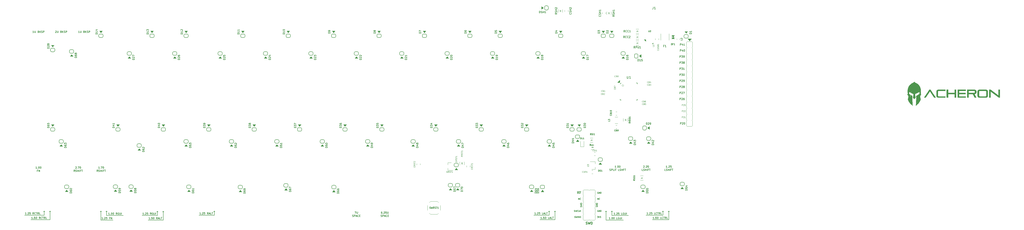
<source format=gbr>
G04 #@! TF.GenerationSoftware,KiCad,Pcbnew,(5.1.6)-1*
G04 #@! TF.CreationDate,2021-02-08T15:22:01+09:00*
G04 #@! TF.ProjectId,Joker60-NoArrows,4a6f6b65-7236-4302-9d4e-6f4172726f77,pre-Alpha*
G04 #@! TF.SameCoordinates,Original*
G04 #@! TF.FileFunction,Legend,Top*
G04 #@! TF.FilePolarity,Positive*
%FSLAX46Y46*%
G04 Gerber Fmt 4.6, Leading zero omitted, Abs format (unit mm)*
G04 Created by KiCad (PCBNEW (5.1.6)-1) date 2021-02-08 15:22:01*
%MOMM*%
%LPD*%
G01*
G04 APERTURE LIST*
%ADD10C,0.190500*%
%ADD11C,0.150000*%
%ADD12C,0.100000*%
%ADD13C,0.160000*%
%ADD14C,0.120000*%
%ADD15C,0.200000*%
%ADD16C,0.010000*%
%ADD17C,0.127000*%
%ADD18C,0.158750*%
%ADD19C,0.199898*%
%ADD20C,0.250000*%
G04 APERTURE END LIST*
D10*
X96675678Y-95253839D02*
X96240250Y-95253839D01*
X96457964Y-95253839D02*
X96457964Y-94491839D01*
X96385392Y-94600696D01*
X96312821Y-94673267D01*
X96240250Y-94709553D01*
X97002250Y-94491839D02*
X97002250Y-95108696D01*
X97038535Y-95181267D01*
X97074821Y-95217553D01*
X97147392Y-95253839D01*
X97292535Y-95253839D01*
X97365107Y-95217553D01*
X97401392Y-95181267D01*
X97437678Y-95108696D01*
X97437678Y-94491839D01*
X98635107Y-94854696D02*
X98743964Y-94890982D01*
X98780250Y-94927267D01*
X98816535Y-94999839D01*
X98816535Y-95108696D01*
X98780250Y-95181267D01*
X98743964Y-95217553D01*
X98671392Y-95253839D01*
X98381107Y-95253839D01*
X98381107Y-94491839D01*
X98635107Y-94491839D01*
X98707678Y-94528125D01*
X98743964Y-94564410D01*
X98780250Y-94636982D01*
X98780250Y-94709553D01*
X98743964Y-94782125D01*
X98707678Y-94818410D01*
X98635107Y-94854696D01*
X98381107Y-94854696D01*
X99143107Y-95253839D02*
X99143107Y-94491839D01*
X99578535Y-95253839D02*
X99251964Y-94818410D01*
X99578535Y-94491839D02*
X99143107Y-94927267D01*
X99868821Y-95217553D02*
X99977678Y-95253839D01*
X100159107Y-95253839D01*
X100231678Y-95217553D01*
X100267964Y-95181267D01*
X100304250Y-95108696D01*
X100304250Y-95036125D01*
X100267964Y-94963553D01*
X100231678Y-94927267D01*
X100159107Y-94890982D01*
X100013964Y-94854696D01*
X99941392Y-94818410D01*
X99905107Y-94782125D01*
X99868821Y-94709553D01*
X99868821Y-94636982D01*
X99905107Y-94564410D01*
X99941392Y-94528125D01*
X100013964Y-94491839D01*
X100195392Y-94491839D01*
X100304250Y-94528125D01*
X100630821Y-95253839D02*
X100630821Y-94491839D01*
X100921107Y-94491839D01*
X100993678Y-94528125D01*
X101029964Y-94564410D01*
X101066250Y-94636982D01*
X101066250Y-94745839D01*
X101029964Y-94818410D01*
X100993678Y-94854696D01*
X100921107Y-94890982D01*
X100630821Y-94890982D01*
X77498678Y-95253839D02*
X77063250Y-95253839D01*
X77280964Y-95253839D02*
X77280964Y-94491839D01*
X77208392Y-94600696D01*
X77135821Y-94673267D01*
X77063250Y-94709553D01*
X77825250Y-94491839D02*
X77825250Y-95108696D01*
X77861535Y-95181267D01*
X77897821Y-95217553D01*
X77970392Y-95253839D01*
X78115535Y-95253839D01*
X78188107Y-95217553D01*
X78224392Y-95181267D01*
X78260678Y-95108696D01*
X78260678Y-94491839D01*
X79458107Y-94854696D02*
X79566964Y-94890982D01*
X79603250Y-94927267D01*
X79639535Y-94999839D01*
X79639535Y-95108696D01*
X79603250Y-95181267D01*
X79566964Y-95217553D01*
X79494392Y-95253839D01*
X79204107Y-95253839D01*
X79204107Y-94491839D01*
X79458107Y-94491839D01*
X79530678Y-94528125D01*
X79566964Y-94564410D01*
X79603250Y-94636982D01*
X79603250Y-94709553D01*
X79566964Y-94782125D01*
X79530678Y-94818410D01*
X79458107Y-94854696D01*
X79204107Y-94854696D01*
X79966107Y-95253839D02*
X79966107Y-94491839D01*
X80401535Y-95253839D02*
X80074964Y-94818410D01*
X80401535Y-94491839D02*
X79966107Y-94927267D01*
X80691821Y-95217553D02*
X80800678Y-95253839D01*
X80982107Y-95253839D01*
X81054678Y-95217553D01*
X81090964Y-95181267D01*
X81127250Y-95108696D01*
X81127250Y-95036125D01*
X81090964Y-94963553D01*
X81054678Y-94927267D01*
X80982107Y-94890982D01*
X80836964Y-94854696D01*
X80764392Y-94818410D01*
X80728107Y-94782125D01*
X80691821Y-94709553D01*
X80691821Y-94636982D01*
X80728107Y-94564410D01*
X80764392Y-94528125D01*
X80836964Y-94491839D01*
X81018392Y-94491839D01*
X81127250Y-94528125D01*
X81453821Y-95253839D02*
X81453821Y-94491839D01*
X81744107Y-94491839D01*
X81816678Y-94528125D01*
X81852964Y-94564410D01*
X81889250Y-94636982D01*
X81889250Y-94745839D01*
X81852964Y-94818410D01*
X81816678Y-94854696D01*
X81744107Y-94890982D01*
X81453821Y-94890982D01*
X86588250Y-94564410D02*
X86624535Y-94528125D01*
X86697107Y-94491839D01*
X86878535Y-94491839D01*
X86951107Y-94528125D01*
X86987392Y-94564410D01*
X87023678Y-94636982D01*
X87023678Y-94709553D01*
X86987392Y-94818410D01*
X86551964Y-95253839D01*
X87023678Y-95253839D01*
X87350250Y-94491839D02*
X87350250Y-95108696D01*
X87386535Y-95181267D01*
X87422821Y-95217553D01*
X87495392Y-95253839D01*
X87640535Y-95253839D01*
X87713107Y-95217553D01*
X87749392Y-95181267D01*
X87785678Y-95108696D01*
X87785678Y-94491839D01*
X88983107Y-94854696D02*
X89091964Y-94890982D01*
X89128250Y-94927267D01*
X89164535Y-94999839D01*
X89164535Y-95108696D01*
X89128250Y-95181267D01*
X89091964Y-95217553D01*
X89019392Y-95253839D01*
X88729107Y-95253839D01*
X88729107Y-94491839D01*
X88983107Y-94491839D01*
X89055678Y-94528125D01*
X89091964Y-94564410D01*
X89128250Y-94636982D01*
X89128250Y-94709553D01*
X89091964Y-94782125D01*
X89055678Y-94818410D01*
X88983107Y-94854696D01*
X88729107Y-94854696D01*
X89491107Y-95253839D02*
X89491107Y-94491839D01*
X89926535Y-95253839D02*
X89599964Y-94818410D01*
X89926535Y-94491839D02*
X89491107Y-94927267D01*
X90216821Y-95217553D02*
X90325678Y-95253839D01*
X90507107Y-95253839D01*
X90579678Y-95217553D01*
X90615964Y-95181267D01*
X90652250Y-95108696D01*
X90652250Y-95036125D01*
X90615964Y-94963553D01*
X90579678Y-94927267D01*
X90507107Y-94890982D01*
X90361964Y-94854696D01*
X90289392Y-94818410D01*
X90253107Y-94782125D01*
X90216821Y-94709553D01*
X90216821Y-94636982D01*
X90253107Y-94564410D01*
X90289392Y-94528125D01*
X90361964Y-94491839D01*
X90543392Y-94491839D01*
X90652250Y-94528125D01*
X90978821Y-95253839D02*
X90978821Y-94491839D01*
X91269107Y-94491839D01*
X91341678Y-94528125D01*
X91377964Y-94564410D01*
X91414250Y-94636982D01*
X91414250Y-94745839D01*
X91377964Y-94818410D01*
X91341678Y-94854696D01*
X91269107Y-94890982D01*
X90978821Y-94890982D01*
X78786821Y-152245089D02*
X78351392Y-152245089D01*
X78569107Y-152245089D02*
X78569107Y-151483089D01*
X78496535Y-151591946D01*
X78423964Y-151664517D01*
X78351392Y-151700803D01*
X79113392Y-152172517D02*
X79149678Y-152208803D01*
X79113392Y-152245089D01*
X79077107Y-152208803D01*
X79113392Y-152172517D01*
X79113392Y-152245089D01*
X79621392Y-151483089D02*
X79693964Y-151483089D01*
X79766535Y-151519375D01*
X79802821Y-151555660D01*
X79839107Y-151628232D01*
X79875392Y-151773375D01*
X79875392Y-151954803D01*
X79839107Y-152099946D01*
X79802821Y-152172517D01*
X79766535Y-152208803D01*
X79693964Y-152245089D01*
X79621392Y-152245089D01*
X79548821Y-152208803D01*
X79512535Y-152172517D01*
X79476250Y-152099946D01*
X79439964Y-151954803D01*
X79439964Y-151773375D01*
X79476250Y-151628232D01*
X79512535Y-151555660D01*
X79548821Y-151519375D01*
X79621392Y-151483089D01*
X80347107Y-151483089D02*
X80419678Y-151483089D01*
X80492250Y-151519375D01*
X80528535Y-151555660D01*
X80564821Y-151628232D01*
X80601107Y-151773375D01*
X80601107Y-151954803D01*
X80564821Y-152099946D01*
X80528535Y-152172517D01*
X80492250Y-152208803D01*
X80419678Y-152245089D01*
X80347107Y-152245089D01*
X80274535Y-152208803D01*
X80238250Y-152172517D01*
X80201964Y-152099946D01*
X80165678Y-151954803D01*
X80165678Y-151773375D01*
X80201964Y-151628232D01*
X80238250Y-151555660D01*
X80274535Y-151519375D01*
X80347107Y-151483089D01*
X79185964Y-153179446D02*
X78931964Y-153179446D01*
X78931964Y-153578589D02*
X78931964Y-152816589D01*
X79294821Y-152816589D01*
X79585107Y-153578589D02*
X79585107Y-152816589D01*
X80020535Y-153578589D01*
X80020535Y-152816589D01*
X105075821Y-152245089D02*
X104640392Y-152245089D01*
X104858107Y-152245089D02*
X104858107Y-151483089D01*
X104785535Y-151591946D01*
X104712964Y-151664517D01*
X104640392Y-151700803D01*
X105402392Y-152172517D02*
X105438678Y-152208803D01*
X105402392Y-152245089D01*
X105366107Y-152208803D01*
X105402392Y-152172517D01*
X105402392Y-152245089D01*
X105692678Y-151483089D02*
X106200678Y-151483089D01*
X105874107Y-152245089D01*
X106853821Y-151483089D02*
X106490964Y-151483089D01*
X106454678Y-151845946D01*
X106490964Y-151809660D01*
X106563535Y-151773375D01*
X106744964Y-151773375D01*
X106817535Y-151809660D01*
X106853821Y-151845946D01*
X106890107Y-151918517D01*
X106890107Y-152099946D01*
X106853821Y-152172517D01*
X106817535Y-152208803D01*
X106744964Y-152245089D01*
X106563535Y-152245089D01*
X106490964Y-152208803D01*
X106454678Y-152172517D01*
X104440821Y-153578589D02*
X104186821Y-153215732D01*
X104005392Y-153578589D02*
X104005392Y-152816589D01*
X104295678Y-152816589D01*
X104368250Y-152852875D01*
X104404535Y-152889160D01*
X104440821Y-152961732D01*
X104440821Y-153070589D01*
X104404535Y-153143160D01*
X104368250Y-153179446D01*
X104295678Y-153215732D01*
X104005392Y-153215732D01*
X104731107Y-153542303D02*
X104839964Y-153578589D01*
X105021392Y-153578589D01*
X105093964Y-153542303D01*
X105130250Y-153506017D01*
X105166535Y-153433446D01*
X105166535Y-153360875D01*
X105130250Y-153288303D01*
X105093964Y-153252017D01*
X105021392Y-153215732D01*
X104876250Y-153179446D01*
X104803678Y-153143160D01*
X104767392Y-153106875D01*
X104731107Y-153034303D01*
X104731107Y-152961732D01*
X104767392Y-152889160D01*
X104803678Y-152852875D01*
X104876250Y-152816589D01*
X105057678Y-152816589D01*
X105166535Y-152852875D01*
X105493107Y-153578589D02*
X105493107Y-152816589D01*
X105493107Y-153179446D02*
X105928535Y-153179446D01*
X105928535Y-153578589D02*
X105928535Y-152816589D01*
X106291392Y-153578589D02*
X106291392Y-152816589D01*
X106908250Y-153179446D02*
X106654250Y-153179446D01*
X106654250Y-153578589D02*
X106654250Y-152816589D01*
X107017107Y-152816589D01*
X107198535Y-152816589D02*
X107633964Y-152816589D01*
X107416250Y-153578589D02*
X107416250Y-152816589D01*
X94988392Y-151555660D02*
X95024678Y-151519375D01*
X95097250Y-151483089D01*
X95278678Y-151483089D01*
X95351250Y-151519375D01*
X95387535Y-151555660D01*
X95423821Y-151628232D01*
X95423821Y-151700803D01*
X95387535Y-151809660D01*
X94952107Y-152245089D01*
X95423821Y-152245089D01*
X95750392Y-152172517D02*
X95786678Y-152208803D01*
X95750392Y-152245089D01*
X95714107Y-152208803D01*
X95750392Y-152172517D01*
X95750392Y-152245089D01*
X96040678Y-151483089D02*
X96548678Y-151483089D01*
X96222107Y-152245089D01*
X97201821Y-151483089D02*
X96838964Y-151483089D01*
X96802678Y-151845946D01*
X96838964Y-151809660D01*
X96911535Y-151773375D01*
X97092964Y-151773375D01*
X97165535Y-151809660D01*
X97201821Y-151845946D01*
X97238107Y-151918517D01*
X97238107Y-152099946D01*
X97201821Y-152172517D01*
X97165535Y-152208803D01*
X97092964Y-152245089D01*
X96911535Y-152245089D01*
X96838964Y-152208803D01*
X96802678Y-152172517D01*
X94788821Y-153578589D02*
X94534821Y-153215732D01*
X94353392Y-153578589D02*
X94353392Y-152816589D01*
X94643678Y-152816589D01*
X94716250Y-152852875D01*
X94752535Y-152889160D01*
X94788821Y-152961732D01*
X94788821Y-153070589D01*
X94752535Y-153143160D01*
X94716250Y-153179446D01*
X94643678Y-153215732D01*
X94353392Y-153215732D01*
X95079107Y-153542303D02*
X95187964Y-153578589D01*
X95369392Y-153578589D01*
X95441964Y-153542303D01*
X95478250Y-153506017D01*
X95514535Y-153433446D01*
X95514535Y-153360875D01*
X95478250Y-153288303D01*
X95441964Y-153252017D01*
X95369392Y-153215732D01*
X95224250Y-153179446D01*
X95151678Y-153143160D01*
X95115392Y-153106875D01*
X95079107Y-153034303D01*
X95079107Y-152961732D01*
X95115392Y-152889160D01*
X95151678Y-152852875D01*
X95224250Y-152816589D01*
X95405678Y-152816589D01*
X95514535Y-152852875D01*
X95841107Y-153578589D02*
X95841107Y-152816589D01*
X95841107Y-153179446D02*
X96276535Y-153179446D01*
X96276535Y-153578589D02*
X96276535Y-152816589D01*
X96639392Y-153578589D02*
X96639392Y-152816589D01*
X97256250Y-153179446D02*
X97002250Y-153179446D01*
X97002250Y-153578589D02*
X97002250Y-152816589D01*
X97365107Y-152816589D01*
X97546535Y-152816589D02*
X97981964Y-152816589D01*
X97764250Y-153578589D02*
X97764250Y-152816589D01*
X321737821Y-151864089D02*
X321302392Y-151864089D01*
X321520107Y-151864089D02*
X321520107Y-151102089D01*
X321447535Y-151210946D01*
X321374964Y-151283517D01*
X321302392Y-151319803D01*
X322064392Y-151791517D02*
X322100678Y-151827803D01*
X322064392Y-151864089D01*
X322028107Y-151827803D01*
X322064392Y-151791517D01*
X322064392Y-151864089D01*
X322572392Y-151102089D02*
X322644964Y-151102089D01*
X322717535Y-151138375D01*
X322753821Y-151174660D01*
X322790107Y-151247232D01*
X322826392Y-151392375D01*
X322826392Y-151573803D01*
X322790107Y-151718946D01*
X322753821Y-151791517D01*
X322717535Y-151827803D01*
X322644964Y-151864089D01*
X322572392Y-151864089D01*
X322499821Y-151827803D01*
X322463535Y-151791517D01*
X322427250Y-151718946D01*
X322390964Y-151573803D01*
X322390964Y-151392375D01*
X322427250Y-151247232D01*
X322463535Y-151174660D01*
X322499821Y-151138375D01*
X322572392Y-151102089D01*
X323298107Y-151102089D02*
X323370678Y-151102089D01*
X323443250Y-151138375D01*
X323479535Y-151174660D01*
X323515821Y-151247232D01*
X323552107Y-151392375D01*
X323552107Y-151573803D01*
X323515821Y-151718946D01*
X323479535Y-151791517D01*
X323443250Y-151827803D01*
X323370678Y-151864089D01*
X323298107Y-151864089D01*
X323225535Y-151827803D01*
X323189250Y-151791517D01*
X323152964Y-151718946D01*
X323116678Y-151573803D01*
X323116678Y-151392375D01*
X323152964Y-151247232D01*
X323189250Y-151174660D01*
X323225535Y-151138375D01*
X323298107Y-151102089D01*
X319070821Y-153161303D02*
X319179678Y-153197589D01*
X319361107Y-153197589D01*
X319433678Y-153161303D01*
X319469964Y-153125017D01*
X319506250Y-153052446D01*
X319506250Y-152979875D01*
X319469964Y-152907303D01*
X319433678Y-152871017D01*
X319361107Y-152834732D01*
X319215964Y-152798446D01*
X319143392Y-152762160D01*
X319107107Y-152725875D01*
X319070821Y-152653303D01*
X319070821Y-152580732D01*
X319107107Y-152508160D01*
X319143392Y-152471875D01*
X319215964Y-152435589D01*
X319397392Y-152435589D01*
X319506250Y-152471875D01*
X319832821Y-153197589D02*
X319832821Y-152435589D01*
X320123107Y-152435589D01*
X320195678Y-152471875D01*
X320231964Y-152508160D01*
X320268250Y-152580732D01*
X320268250Y-152689589D01*
X320231964Y-152762160D01*
X320195678Y-152798446D01*
X320123107Y-152834732D01*
X319832821Y-152834732D01*
X320957678Y-153197589D02*
X320594821Y-153197589D01*
X320594821Y-152435589D01*
X321211678Y-153197589D02*
X321211678Y-152435589D01*
X321465678Y-152435589D02*
X321901107Y-152435589D01*
X321683392Y-153197589D02*
X321683392Y-152435589D01*
X323098535Y-153197589D02*
X322735678Y-153197589D01*
X322735678Y-152435589D01*
X323316250Y-153161303D02*
X323425107Y-153197589D01*
X323606535Y-153197589D01*
X323679107Y-153161303D01*
X323715392Y-153125017D01*
X323751678Y-153052446D01*
X323751678Y-152979875D01*
X323715392Y-152907303D01*
X323679107Y-152871017D01*
X323606535Y-152834732D01*
X323461392Y-152798446D01*
X323388821Y-152762160D01*
X323352535Y-152725875D01*
X323316250Y-152653303D01*
X323316250Y-152580732D01*
X323352535Y-152508160D01*
X323388821Y-152471875D01*
X323461392Y-152435589D01*
X323642821Y-152435589D01*
X323751678Y-152471875D01*
X324078250Y-153197589D02*
X324078250Y-152435589D01*
X324078250Y-152798446D02*
X324513678Y-152798446D01*
X324513678Y-153197589D02*
X324513678Y-152435589D01*
X325130535Y-152798446D02*
X324876535Y-152798446D01*
X324876535Y-153197589D02*
X324876535Y-152435589D01*
X325239392Y-152435589D01*
X325420821Y-152435589D02*
X325856250Y-152435589D01*
X325638535Y-153197589D02*
X325638535Y-152435589D01*
X333240392Y-151174660D02*
X333276678Y-151138375D01*
X333349250Y-151102089D01*
X333530678Y-151102089D01*
X333603250Y-151138375D01*
X333639535Y-151174660D01*
X333675821Y-151247232D01*
X333675821Y-151319803D01*
X333639535Y-151428660D01*
X333204107Y-151864089D01*
X333675821Y-151864089D01*
X334002392Y-151791517D02*
X334038678Y-151827803D01*
X334002392Y-151864089D01*
X333966107Y-151827803D01*
X334002392Y-151791517D01*
X334002392Y-151864089D01*
X334328964Y-151174660D02*
X334365250Y-151138375D01*
X334437821Y-151102089D01*
X334619250Y-151102089D01*
X334691821Y-151138375D01*
X334728107Y-151174660D01*
X334764392Y-151247232D01*
X334764392Y-151319803D01*
X334728107Y-151428660D01*
X334292678Y-151864089D01*
X334764392Y-151864089D01*
X335453821Y-151102089D02*
X335090964Y-151102089D01*
X335054678Y-151464946D01*
X335090964Y-151428660D01*
X335163535Y-151392375D01*
X335344964Y-151392375D01*
X335417535Y-151428660D01*
X335453821Y-151464946D01*
X335490107Y-151537517D01*
X335490107Y-151718946D01*
X335453821Y-151791517D01*
X335417535Y-151827803D01*
X335344964Y-151864089D01*
X335163535Y-151864089D01*
X335090964Y-151827803D01*
X335054678Y-151791517D01*
X333040821Y-153197589D02*
X332677964Y-153197589D01*
X332677964Y-152435589D01*
X333258535Y-153161303D02*
X333367392Y-153197589D01*
X333548821Y-153197589D01*
X333621392Y-153161303D01*
X333657678Y-153125017D01*
X333693964Y-153052446D01*
X333693964Y-152979875D01*
X333657678Y-152907303D01*
X333621392Y-152871017D01*
X333548821Y-152834732D01*
X333403678Y-152798446D01*
X333331107Y-152762160D01*
X333294821Y-152725875D01*
X333258535Y-152653303D01*
X333258535Y-152580732D01*
X333294821Y-152508160D01*
X333331107Y-152471875D01*
X333403678Y-152435589D01*
X333585107Y-152435589D01*
X333693964Y-152471875D01*
X334020535Y-153197589D02*
X334020535Y-152435589D01*
X334020535Y-152798446D02*
X334455964Y-152798446D01*
X334455964Y-153197589D02*
X334455964Y-152435589D01*
X334818821Y-153197589D02*
X334818821Y-152435589D01*
X335435678Y-152798446D02*
X335181678Y-152798446D01*
X335181678Y-153197589D02*
X335181678Y-152435589D01*
X335544535Y-152435589D01*
X335725964Y-152435589D02*
X336161392Y-152435589D01*
X335943678Y-153197589D02*
X335943678Y-152435589D01*
X343200821Y-151864089D02*
X342765392Y-151864089D01*
X342983107Y-151864089D02*
X342983107Y-151102089D01*
X342910535Y-151210946D01*
X342837964Y-151283517D01*
X342765392Y-151319803D01*
X343527392Y-151791517D02*
X343563678Y-151827803D01*
X343527392Y-151864089D01*
X343491107Y-151827803D01*
X343527392Y-151791517D01*
X343527392Y-151864089D01*
X343853964Y-151174660D02*
X343890250Y-151138375D01*
X343962821Y-151102089D01*
X344144250Y-151102089D01*
X344216821Y-151138375D01*
X344253107Y-151174660D01*
X344289392Y-151247232D01*
X344289392Y-151319803D01*
X344253107Y-151428660D01*
X343817678Y-151864089D01*
X344289392Y-151864089D01*
X344978821Y-151102089D02*
X344615964Y-151102089D01*
X344579678Y-151464946D01*
X344615964Y-151428660D01*
X344688535Y-151392375D01*
X344869964Y-151392375D01*
X344942535Y-151428660D01*
X344978821Y-151464946D01*
X345015107Y-151537517D01*
X345015107Y-151718946D01*
X344978821Y-151791517D01*
X344942535Y-151827803D01*
X344869964Y-151864089D01*
X344688535Y-151864089D01*
X344615964Y-151827803D01*
X344579678Y-151791517D01*
X342565821Y-153197589D02*
X342202964Y-153197589D01*
X342202964Y-152435589D01*
X342783535Y-153161303D02*
X342892392Y-153197589D01*
X343073821Y-153197589D01*
X343146392Y-153161303D01*
X343182678Y-153125017D01*
X343218964Y-153052446D01*
X343218964Y-152979875D01*
X343182678Y-152907303D01*
X343146392Y-152871017D01*
X343073821Y-152834732D01*
X342928678Y-152798446D01*
X342856107Y-152762160D01*
X342819821Y-152725875D01*
X342783535Y-152653303D01*
X342783535Y-152580732D01*
X342819821Y-152508160D01*
X342856107Y-152471875D01*
X342928678Y-152435589D01*
X343110107Y-152435589D01*
X343218964Y-152471875D01*
X343545535Y-153197589D02*
X343545535Y-152435589D01*
X343545535Y-152798446D02*
X343980964Y-152798446D01*
X343980964Y-153197589D02*
X343980964Y-152435589D01*
X344343821Y-153197589D02*
X344343821Y-152435589D01*
X344960678Y-152798446D02*
X344706678Y-152798446D01*
X344706678Y-153197589D02*
X344706678Y-152435589D01*
X345069535Y-152435589D01*
X345250964Y-152435589D02*
X345686392Y-152435589D01*
X345468678Y-153197589D02*
X345468678Y-152435589D01*
D11*
X341477250Y-170855125D02*
X341477250Y-170093125D01*
X341477250Y-170855125D02*
X341477250Y-171871125D01*
X341477250Y-170093125D02*
X341731250Y-170347125D01*
X343890250Y-170093125D02*
X343890250Y-173776125D01*
X337032250Y-173776125D02*
X343890250Y-173776125D01*
X341477250Y-170093125D02*
X341223250Y-170347125D01*
X343890250Y-170093125D02*
X344144250Y-170347125D01*
D10*
X335145392Y-171453839D02*
X334709964Y-171453839D01*
X334927678Y-171453839D02*
X334927678Y-170691839D01*
X334855107Y-170800696D01*
X334782535Y-170873267D01*
X334709964Y-170909553D01*
X335471964Y-171381267D02*
X335508250Y-171417553D01*
X335471964Y-171453839D01*
X335435678Y-171417553D01*
X335471964Y-171381267D01*
X335471964Y-171453839D01*
X335798535Y-170764410D02*
X335834821Y-170728125D01*
X335907392Y-170691839D01*
X336088821Y-170691839D01*
X336161392Y-170728125D01*
X336197678Y-170764410D01*
X336233964Y-170836982D01*
X336233964Y-170909553D01*
X336197678Y-171018410D01*
X335762250Y-171453839D01*
X336233964Y-171453839D01*
X336923392Y-170691839D02*
X336560535Y-170691839D01*
X336524250Y-171054696D01*
X336560535Y-171018410D01*
X336633107Y-170982125D01*
X336814535Y-170982125D01*
X336887107Y-171018410D01*
X336923392Y-171054696D01*
X336959678Y-171127267D01*
X336959678Y-171308696D01*
X336923392Y-171381267D01*
X336887107Y-171417553D01*
X336814535Y-171453839D01*
X336633107Y-171453839D01*
X336560535Y-171417553D01*
X336524250Y-171381267D01*
X338229678Y-171453839D02*
X337866821Y-171453839D01*
X337866821Y-170691839D01*
X338919107Y-171381267D02*
X338882821Y-171417553D01*
X338773964Y-171453839D01*
X338701392Y-171453839D01*
X338592535Y-171417553D01*
X338519964Y-171344982D01*
X338483678Y-171272410D01*
X338447392Y-171127267D01*
X338447392Y-171018410D01*
X338483678Y-170873267D01*
X338519964Y-170800696D01*
X338592535Y-170728125D01*
X338701392Y-170691839D01*
X338773964Y-170691839D01*
X338882821Y-170728125D01*
X338919107Y-170764410D01*
X339136821Y-170691839D02*
X339572250Y-170691839D01*
X339354535Y-171453839D02*
X339354535Y-170691839D01*
X340261678Y-171453839D02*
X340007678Y-171090982D01*
X339826250Y-171453839D02*
X339826250Y-170691839D01*
X340116535Y-170691839D01*
X340189107Y-170728125D01*
X340225392Y-170764410D01*
X340261678Y-170836982D01*
X340261678Y-170945839D01*
X340225392Y-171018410D01*
X340189107Y-171054696D01*
X340116535Y-171090982D01*
X339826250Y-171090982D01*
X340951107Y-171453839D02*
X340588250Y-171453839D01*
X340588250Y-170691839D01*
X337685392Y-173358839D02*
X337249964Y-173358839D01*
X337467678Y-173358839D02*
X337467678Y-172596839D01*
X337395107Y-172705696D01*
X337322535Y-172778267D01*
X337249964Y-172814553D01*
X338011964Y-173286267D02*
X338048250Y-173322553D01*
X338011964Y-173358839D01*
X337975678Y-173322553D01*
X338011964Y-173286267D01*
X338011964Y-173358839D01*
X338737678Y-172596839D02*
X338374821Y-172596839D01*
X338338535Y-172959696D01*
X338374821Y-172923410D01*
X338447392Y-172887125D01*
X338628821Y-172887125D01*
X338701392Y-172923410D01*
X338737678Y-172959696D01*
X338773964Y-173032267D01*
X338773964Y-173213696D01*
X338737678Y-173286267D01*
X338701392Y-173322553D01*
X338628821Y-173358839D01*
X338447392Y-173358839D01*
X338374821Y-173322553D01*
X338338535Y-173286267D01*
X339245678Y-172596839D02*
X339318250Y-172596839D01*
X339390821Y-172633125D01*
X339427107Y-172669410D01*
X339463392Y-172741982D01*
X339499678Y-172887125D01*
X339499678Y-173068553D01*
X339463392Y-173213696D01*
X339427107Y-173286267D01*
X339390821Y-173322553D01*
X339318250Y-173358839D01*
X339245678Y-173358839D01*
X339173107Y-173322553D01*
X339136821Y-173286267D01*
X339100535Y-173213696D01*
X339064250Y-173068553D01*
X339064250Y-172887125D01*
X339100535Y-172741982D01*
X339136821Y-172669410D01*
X339173107Y-172633125D01*
X339245678Y-172596839D01*
X340769678Y-173358839D02*
X340406821Y-173358839D01*
X340406821Y-172596839D01*
X341459107Y-173286267D02*
X341422821Y-173322553D01*
X341313964Y-173358839D01*
X341241392Y-173358839D01*
X341132535Y-173322553D01*
X341059964Y-173249982D01*
X341023678Y-173177410D01*
X340987392Y-173032267D01*
X340987392Y-172923410D01*
X341023678Y-172778267D01*
X341059964Y-172705696D01*
X341132535Y-172633125D01*
X341241392Y-172596839D01*
X341313964Y-172596839D01*
X341422821Y-172633125D01*
X341459107Y-172669410D01*
X341676821Y-172596839D02*
X342112250Y-172596839D01*
X341894535Y-173358839D02*
X341894535Y-172596839D01*
X342801678Y-173358839D02*
X342547678Y-172995982D01*
X342366250Y-173358839D02*
X342366250Y-172596839D01*
X342656535Y-172596839D01*
X342729107Y-172633125D01*
X342765392Y-172669410D01*
X342801678Y-172741982D01*
X342801678Y-172850839D01*
X342765392Y-172923410D01*
X342729107Y-172959696D01*
X342656535Y-172995982D01*
X342366250Y-172995982D01*
X343491107Y-173358839D02*
X343128250Y-173358839D01*
X343128250Y-172596839D01*
D11*
X343890250Y-170093125D02*
X343636250Y-170347125D01*
X334365250Y-171871125D02*
X340334250Y-171871125D01*
X341477250Y-171871125D02*
X340334250Y-171871125D01*
X320014250Y-170093125D02*
X319760250Y-170347125D01*
X317601250Y-170093125D02*
X317347250Y-170347125D01*
X317601250Y-170093125D02*
X317855250Y-170347125D01*
X317601250Y-170093125D02*
X317601250Y-173903125D01*
X320014250Y-170093125D02*
X320014250Y-171998125D01*
D10*
X321320535Y-171580839D02*
X320885107Y-171580839D01*
X321102821Y-171580839D02*
X321102821Y-170818839D01*
X321030250Y-170927696D01*
X320957678Y-171000267D01*
X320885107Y-171036553D01*
X321647107Y-171508267D02*
X321683392Y-171544553D01*
X321647107Y-171580839D01*
X321610821Y-171544553D01*
X321647107Y-171508267D01*
X321647107Y-171580839D01*
X321973678Y-170891410D02*
X322009964Y-170855125D01*
X322082535Y-170818839D01*
X322263964Y-170818839D01*
X322336535Y-170855125D01*
X322372821Y-170891410D01*
X322409107Y-170963982D01*
X322409107Y-171036553D01*
X322372821Y-171145410D01*
X321937392Y-171580839D01*
X322409107Y-171580839D01*
X323098535Y-170818839D02*
X322735678Y-170818839D01*
X322699392Y-171181696D01*
X322735678Y-171145410D01*
X322808250Y-171109125D01*
X322989678Y-171109125D01*
X323062250Y-171145410D01*
X323098535Y-171181696D01*
X323134821Y-171254267D01*
X323134821Y-171435696D01*
X323098535Y-171508267D01*
X323062250Y-171544553D01*
X322989678Y-171580839D01*
X322808250Y-171580839D01*
X322735678Y-171544553D01*
X322699392Y-171508267D01*
X324404821Y-171580839D02*
X324041964Y-171580839D01*
X324041964Y-170818839D01*
X325057964Y-170855125D02*
X324985392Y-170818839D01*
X324876535Y-170818839D01*
X324767678Y-170855125D01*
X324695107Y-170927696D01*
X324658821Y-171000267D01*
X324622535Y-171145410D01*
X324622535Y-171254267D01*
X324658821Y-171399410D01*
X324695107Y-171471982D01*
X324767678Y-171544553D01*
X324876535Y-171580839D01*
X324949107Y-171580839D01*
X325057964Y-171544553D01*
X325094250Y-171508267D01*
X325094250Y-171254267D01*
X324949107Y-171254267D01*
X325420821Y-170818839D02*
X325420821Y-171435696D01*
X325457107Y-171508267D01*
X325493392Y-171544553D01*
X325565964Y-171580839D01*
X325711107Y-171580839D01*
X325783678Y-171544553D01*
X325819964Y-171508267D01*
X325856250Y-171435696D01*
X325856250Y-170818839D01*
X326219107Y-171580839D02*
X326219107Y-170818839D01*
D11*
X320014250Y-170093125D02*
X320268250Y-170347125D01*
X317601250Y-173903125D02*
X324840250Y-173903125D01*
X320014250Y-171998125D02*
X326999250Y-171998125D01*
D10*
X319288535Y-173485839D02*
X318853107Y-173485839D01*
X319070821Y-173485839D02*
X319070821Y-172723839D01*
X318998250Y-172832696D01*
X318925678Y-172905267D01*
X318853107Y-172941553D01*
X319615107Y-173413267D02*
X319651392Y-173449553D01*
X319615107Y-173485839D01*
X319578821Y-173449553D01*
X319615107Y-173413267D01*
X319615107Y-173485839D01*
X320123107Y-172723839D02*
X320195678Y-172723839D01*
X320268250Y-172760125D01*
X320304535Y-172796410D01*
X320340821Y-172868982D01*
X320377107Y-173014125D01*
X320377107Y-173195553D01*
X320340821Y-173340696D01*
X320304535Y-173413267D01*
X320268250Y-173449553D01*
X320195678Y-173485839D01*
X320123107Y-173485839D01*
X320050535Y-173449553D01*
X320014250Y-173413267D01*
X319977964Y-173340696D01*
X319941678Y-173195553D01*
X319941678Y-173014125D01*
X319977964Y-172868982D01*
X320014250Y-172796410D01*
X320050535Y-172760125D01*
X320123107Y-172723839D01*
X320848821Y-172723839D02*
X320921392Y-172723839D01*
X320993964Y-172760125D01*
X321030250Y-172796410D01*
X321066535Y-172868982D01*
X321102821Y-173014125D01*
X321102821Y-173195553D01*
X321066535Y-173340696D01*
X321030250Y-173413267D01*
X320993964Y-173449553D01*
X320921392Y-173485839D01*
X320848821Y-173485839D01*
X320776250Y-173449553D01*
X320739964Y-173413267D01*
X320703678Y-173340696D01*
X320667392Y-173195553D01*
X320667392Y-173014125D01*
X320703678Y-172868982D01*
X320739964Y-172796410D01*
X320776250Y-172760125D01*
X320848821Y-172723839D01*
X322372821Y-173485839D02*
X322009964Y-173485839D01*
X322009964Y-172723839D01*
X323025964Y-172760125D02*
X322953392Y-172723839D01*
X322844535Y-172723839D01*
X322735678Y-172760125D01*
X322663107Y-172832696D01*
X322626821Y-172905267D01*
X322590535Y-173050410D01*
X322590535Y-173159267D01*
X322626821Y-173304410D01*
X322663107Y-173376982D01*
X322735678Y-173449553D01*
X322844535Y-173485839D01*
X322917107Y-173485839D01*
X323025964Y-173449553D01*
X323062250Y-173413267D01*
X323062250Y-173159267D01*
X322917107Y-173159267D01*
X323388821Y-172723839D02*
X323388821Y-173340696D01*
X323425107Y-173413267D01*
X323461392Y-173449553D01*
X323533964Y-173485839D01*
X323679107Y-173485839D01*
X323751678Y-173449553D01*
X323787964Y-173413267D01*
X323824250Y-173340696D01*
X323824250Y-172723839D01*
X324187107Y-173485839D02*
X324187107Y-172723839D01*
D11*
X287248250Y-171871125D02*
X292582250Y-171871125D01*
X296138250Y-170093125D02*
X295884250Y-170347125D01*
X289788250Y-173776125D02*
X296138250Y-173776125D01*
X293725250Y-171871125D02*
X292582250Y-171871125D01*
X296138250Y-170093125D02*
X296138250Y-173776125D01*
X293725250Y-170093125D02*
X293471250Y-170347125D01*
X293725250Y-170855125D02*
X293725250Y-170093125D01*
X296138250Y-170093125D02*
X296392250Y-170347125D01*
D10*
X290622821Y-173358839D02*
X290187392Y-173358839D01*
X290405107Y-173358839D02*
X290405107Y-172596839D01*
X290332535Y-172705696D01*
X290259964Y-172778267D01*
X290187392Y-172814553D01*
X290949392Y-173286267D02*
X290985678Y-173322553D01*
X290949392Y-173358839D01*
X290913107Y-173322553D01*
X290949392Y-173286267D01*
X290949392Y-173358839D01*
X291675107Y-172596839D02*
X291312250Y-172596839D01*
X291275964Y-172959696D01*
X291312250Y-172923410D01*
X291384821Y-172887125D01*
X291566250Y-172887125D01*
X291638821Y-172923410D01*
X291675107Y-172959696D01*
X291711392Y-173032267D01*
X291711392Y-173213696D01*
X291675107Y-173286267D01*
X291638821Y-173322553D01*
X291566250Y-173358839D01*
X291384821Y-173358839D01*
X291312250Y-173322553D01*
X291275964Y-173286267D01*
X292183107Y-172596839D02*
X292255678Y-172596839D01*
X292328250Y-172633125D01*
X292364535Y-172669410D01*
X292400821Y-172741982D01*
X292437107Y-172887125D01*
X292437107Y-173068553D01*
X292400821Y-173213696D01*
X292364535Y-173286267D01*
X292328250Y-173322553D01*
X292255678Y-173358839D01*
X292183107Y-173358839D01*
X292110535Y-173322553D01*
X292074250Y-173286267D01*
X292037964Y-173213696D01*
X292001678Y-173068553D01*
X292001678Y-172887125D01*
X292037964Y-172741982D01*
X292074250Y-172669410D01*
X292110535Y-172633125D01*
X292183107Y-172596839D01*
X293707107Y-173358839D02*
X293344250Y-173358839D01*
X293344250Y-172596839D01*
X293924821Y-173141125D02*
X294287678Y-173141125D01*
X293852250Y-173358839D02*
X294106250Y-172596839D01*
X294360250Y-173358839D01*
X294977107Y-173358839D02*
X294614250Y-173358839D01*
X294614250Y-172596839D01*
X295122250Y-172596839D02*
X295557678Y-172596839D01*
X295339964Y-173358839D02*
X295339964Y-172596839D01*
D11*
X293725250Y-170855125D02*
X293725250Y-171871125D01*
D10*
X288082821Y-171453839D02*
X287647392Y-171453839D01*
X287865107Y-171453839D02*
X287865107Y-170691839D01*
X287792535Y-170800696D01*
X287719964Y-170873267D01*
X287647392Y-170909553D01*
X288409392Y-171381267D02*
X288445678Y-171417553D01*
X288409392Y-171453839D01*
X288373107Y-171417553D01*
X288409392Y-171381267D01*
X288409392Y-171453839D01*
X288735964Y-170764410D02*
X288772250Y-170728125D01*
X288844821Y-170691839D01*
X289026250Y-170691839D01*
X289098821Y-170728125D01*
X289135107Y-170764410D01*
X289171392Y-170836982D01*
X289171392Y-170909553D01*
X289135107Y-171018410D01*
X288699678Y-171453839D01*
X289171392Y-171453839D01*
X289860821Y-170691839D02*
X289497964Y-170691839D01*
X289461678Y-171054696D01*
X289497964Y-171018410D01*
X289570535Y-170982125D01*
X289751964Y-170982125D01*
X289824535Y-171018410D01*
X289860821Y-171054696D01*
X289897107Y-171127267D01*
X289897107Y-171308696D01*
X289860821Y-171381267D01*
X289824535Y-171417553D01*
X289751964Y-171453839D01*
X289570535Y-171453839D01*
X289497964Y-171417553D01*
X289461678Y-171381267D01*
X291167107Y-171453839D02*
X290804250Y-171453839D01*
X290804250Y-170691839D01*
X291384821Y-171236125D02*
X291747678Y-171236125D01*
X291312250Y-171453839D02*
X291566250Y-170691839D01*
X291820250Y-171453839D01*
X292437107Y-171453839D02*
X292074250Y-171453839D01*
X292074250Y-170691839D01*
X292582250Y-170691839D02*
X293017678Y-170691839D01*
X292799964Y-171453839D02*
X292799964Y-170691839D01*
D11*
X293725250Y-170093125D02*
X293979250Y-170347125D01*
D10*
X223603107Y-170406089D02*
X223457964Y-170406089D01*
X223385392Y-170442375D01*
X223349107Y-170478660D01*
X223276535Y-170587517D01*
X223240250Y-170732660D01*
X223240250Y-171022946D01*
X223276535Y-171095517D01*
X223312821Y-171131803D01*
X223385392Y-171168089D01*
X223530535Y-171168089D01*
X223603107Y-171131803D01*
X223639392Y-171095517D01*
X223675678Y-171022946D01*
X223675678Y-170841517D01*
X223639392Y-170768946D01*
X223603107Y-170732660D01*
X223530535Y-170696375D01*
X223385392Y-170696375D01*
X223312821Y-170732660D01*
X223276535Y-170768946D01*
X223240250Y-170841517D01*
X224002250Y-171095517D02*
X224038535Y-171131803D01*
X224002250Y-171168089D01*
X223965964Y-171131803D01*
X224002250Y-171095517D01*
X224002250Y-171168089D01*
X224328821Y-170478660D02*
X224365107Y-170442375D01*
X224437678Y-170406089D01*
X224619107Y-170406089D01*
X224691678Y-170442375D01*
X224727964Y-170478660D01*
X224764250Y-170551232D01*
X224764250Y-170623803D01*
X224727964Y-170732660D01*
X224292535Y-171168089D01*
X224764250Y-171168089D01*
X225453678Y-170406089D02*
X225090821Y-170406089D01*
X225054535Y-170768946D01*
X225090821Y-170732660D01*
X225163392Y-170696375D01*
X225344821Y-170696375D01*
X225417392Y-170732660D01*
X225453678Y-170768946D01*
X225489964Y-170841517D01*
X225489964Y-171022946D01*
X225453678Y-171095517D01*
X225417392Y-171131803D01*
X225344821Y-171168089D01*
X225163392Y-171168089D01*
X225090821Y-171131803D01*
X225054535Y-171095517D01*
X225816535Y-170406089D02*
X225816535Y-171022946D01*
X225852821Y-171095517D01*
X225889107Y-171131803D01*
X225961678Y-171168089D01*
X226106821Y-171168089D01*
X226179392Y-171131803D01*
X226215678Y-171095517D01*
X226251964Y-171022946D01*
X226251964Y-170406089D01*
X223113250Y-172465303D02*
X223222107Y-172501589D01*
X223403535Y-172501589D01*
X223476107Y-172465303D01*
X223512392Y-172429017D01*
X223548678Y-172356446D01*
X223548678Y-172283875D01*
X223512392Y-172211303D01*
X223476107Y-172175017D01*
X223403535Y-172138732D01*
X223258392Y-172102446D01*
X223185821Y-172066160D01*
X223149535Y-172029875D01*
X223113250Y-171957303D01*
X223113250Y-171884732D01*
X223149535Y-171812160D01*
X223185821Y-171775875D01*
X223258392Y-171739589D01*
X223439821Y-171739589D01*
X223548678Y-171775875D01*
X223875250Y-172501589D02*
X223875250Y-171739589D01*
X224165535Y-171739589D01*
X224238107Y-171775875D01*
X224274392Y-171812160D01*
X224310678Y-171884732D01*
X224310678Y-171993589D01*
X224274392Y-172066160D01*
X224238107Y-172102446D01*
X224165535Y-172138732D01*
X223875250Y-172138732D01*
X224600964Y-172283875D02*
X224963821Y-172283875D01*
X224528392Y-172501589D02*
X224782392Y-171739589D01*
X225036392Y-172501589D01*
X225725821Y-172429017D02*
X225689535Y-172465303D01*
X225580678Y-172501589D01*
X225508107Y-172501589D01*
X225399250Y-172465303D01*
X225326678Y-172392732D01*
X225290392Y-172320160D01*
X225254107Y-172175017D01*
X225254107Y-172066160D01*
X225290392Y-171921017D01*
X225326678Y-171848446D01*
X225399250Y-171775875D01*
X225508107Y-171739589D01*
X225580678Y-171739589D01*
X225689535Y-171775875D01*
X225725821Y-171812160D01*
X226052392Y-172102446D02*
X226306392Y-172102446D01*
X226415250Y-172501589D02*
X226052392Y-172501589D01*
X226052392Y-171739589D01*
X226415250Y-171739589D01*
X212173107Y-170406089D02*
X212681107Y-170406089D01*
X212354535Y-171168089D01*
X212971392Y-170406089D02*
X212971392Y-171022946D01*
X213007678Y-171095517D01*
X213043964Y-171131803D01*
X213116535Y-171168089D01*
X213261678Y-171168089D01*
X213334250Y-171131803D01*
X213370535Y-171095517D01*
X213406821Y-171022946D01*
X213406821Y-170406089D01*
X211175250Y-172465303D02*
X211284107Y-172501589D01*
X211465535Y-172501589D01*
X211538107Y-172465303D01*
X211574392Y-172429017D01*
X211610678Y-172356446D01*
X211610678Y-172283875D01*
X211574392Y-172211303D01*
X211538107Y-172175017D01*
X211465535Y-172138732D01*
X211320392Y-172102446D01*
X211247821Y-172066160D01*
X211211535Y-172029875D01*
X211175250Y-171957303D01*
X211175250Y-171884732D01*
X211211535Y-171812160D01*
X211247821Y-171775875D01*
X211320392Y-171739589D01*
X211501821Y-171739589D01*
X211610678Y-171775875D01*
X211937250Y-172501589D02*
X211937250Y-171739589D01*
X212227535Y-171739589D01*
X212300107Y-171775875D01*
X212336392Y-171812160D01*
X212372678Y-171884732D01*
X212372678Y-171993589D01*
X212336392Y-172066160D01*
X212300107Y-172102446D01*
X212227535Y-172138732D01*
X211937250Y-172138732D01*
X212662964Y-172283875D02*
X213025821Y-172283875D01*
X212590392Y-172501589D02*
X212844392Y-171739589D01*
X213098392Y-172501589D01*
X213787821Y-172429017D02*
X213751535Y-172465303D01*
X213642678Y-172501589D01*
X213570107Y-172501589D01*
X213461250Y-172465303D01*
X213388678Y-172392732D01*
X213352392Y-172320160D01*
X213316107Y-172175017D01*
X213316107Y-172066160D01*
X213352392Y-171921017D01*
X213388678Y-171848446D01*
X213461250Y-171775875D01*
X213570107Y-171739589D01*
X213642678Y-171739589D01*
X213751535Y-171775875D01*
X213787821Y-171812160D01*
X214114392Y-172102446D02*
X214368392Y-172102446D01*
X214477250Y-172501589D02*
X214114392Y-172501589D01*
X214114392Y-171739589D01*
X214477250Y-171739589D01*
D11*
X146786250Y-171871125D02*
X152120250Y-171871125D01*
X153263250Y-171871125D02*
X152120250Y-171871125D01*
X153263250Y-170093125D02*
X153009250Y-170347125D01*
X153263250Y-170855125D02*
X153263250Y-170093125D01*
X153263250Y-170855125D02*
X153263250Y-171871125D01*
D10*
X147548250Y-171453839D02*
X147112821Y-171453839D01*
X147330535Y-171453839D02*
X147330535Y-170691839D01*
X147257964Y-170800696D01*
X147185392Y-170873267D01*
X147112821Y-170909553D01*
X147874821Y-171381267D02*
X147911107Y-171417553D01*
X147874821Y-171453839D01*
X147838535Y-171417553D01*
X147874821Y-171381267D01*
X147874821Y-171453839D01*
X148201392Y-170764410D02*
X148237678Y-170728125D01*
X148310250Y-170691839D01*
X148491678Y-170691839D01*
X148564250Y-170728125D01*
X148600535Y-170764410D01*
X148636821Y-170836982D01*
X148636821Y-170909553D01*
X148600535Y-171018410D01*
X148165107Y-171453839D01*
X148636821Y-171453839D01*
X149326250Y-170691839D02*
X148963392Y-170691839D01*
X148927107Y-171054696D01*
X148963392Y-171018410D01*
X149035964Y-170982125D01*
X149217392Y-170982125D01*
X149289964Y-171018410D01*
X149326250Y-171054696D01*
X149362535Y-171127267D01*
X149362535Y-171308696D01*
X149326250Y-171381267D01*
X149289964Y-171417553D01*
X149217392Y-171453839D01*
X149035964Y-171453839D01*
X148963392Y-171417553D01*
X148927107Y-171381267D01*
X150705107Y-171453839D02*
X150451107Y-171090982D01*
X150269678Y-171453839D02*
X150269678Y-170691839D01*
X150559964Y-170691839D01*
X150632535Y-170728125D01*
X150668821Y-170764410D01*
X150705107Y-170836982D01*
X150705107Y-170945839D01*
X150668821Y-171018410D01*
X150632535Y-171054696D01*
X150559964Y-171090982D01*
X150269678Y-171090982D01*
X150995392Y-171236125D02*
X151358250Y-171236125D01*
X150922821Y-171453839D02*
X151176821Y-170691839D01*
X151430821Y-171453839D01*
X152047678Y-171453839D02*
X151684821Y-171453839D01*
X151684821Y-170691839D01*
X152192821Y-170691839D02*
X152628250Y-170691839D01*
X152410535Y-171453839D02*
X152410535Y-170691839D01*
D11*
X153263250Y-170093125D02*
X153517250Y-170347125D01*
D10*
X126212250Y-173485839D02*
X125776821Y-173485839D01*
X125994535Y-173485839D02*
X125994535Y-172723839D01*
X125921964Y-172832696D01*
X125849392Y-172905267D01*
X125776821Y-172941553D01*
X126538821Y-173413267D02*
X126575107Y-173449553D01*
X126538821Y-173485839D01*
X126502535Y-173449553D01*
X126538821Y-173413267D01*
X126538821Y-173485839D01*
X127264535Y-172723839D02*
X126901678Y-172723839D01*
X126865392Y-173086696D01*
X126901678Y-173050410D01*
X126974250Y-173014125D01*
X127155678Y-173014125D01*
X127228250Y-173050410D01*
X127264535Y-173086696D01*
X127300821Y-173159267D01*
X127300821Y-173340696D01*
X127264535Y-173413267D01*
X127228250Y-173449553D01*
X127155678Y-173485839D01*
X126974250Y-173485839D01*
X126901678Y-173449553D01*
X126865392Y-173413267D01*
X127772535Y-172723839D02*
X127845107Y-172723839D01*
X127917678Y-172760125D01*
X127953964Y-172796410D01*
X127990250Y-172868982D01*
X128026535Y-173014125D01*
X128026535Y-173195553D01*
X127990250Y-173340696D01*
X127953964Y-173413267D01*
X127917678Y-173449553D01*
X127845107Y-173485839D01*
X127772535Y-173485839D01*
X127699964Y-173449553D01*
X127663678Y-173413267D01*
X127627392Y-173340696D01*
X127591107Y-173195553D01*
X127591107Y-173014125D01*
X127627392Y-172868982D01*
X127663678Y-172796410D01*
X127699964Y-172760125D01*
X127772535Y-172723839D01*
X129369107Y-173485839D02*
X129115107Y-173122982D01*
X128933678Y-173485839D02*
X128933678Y-172723839D01*
X129223964Y-172723839D01*
X129296535Y-172760125D01*
X129332821Y-172796410D01*
X129369107Y-172868982D01*
X129369107Y-172977839D01*
X129332821Y-173050410D01*
X129296535Y-173086696D01*
X129223964Y-173122982D01*
X128933678Y-173122982D01*
X129659392Y-173268125D02*
X130022250Y-173268125D01*
X129586821Y-173485839D02*
X129840821Y-172723839D01*
X130094821Y-173485839D01*
X130711678Y-173485839D02*
X130348821Y-173485839D01*
X130348821Y-172723839D01*
X130856821Y-172723839D02*
X131292250Y-172723839D01*
X131074535Y-173485839D02*
X131074535Y-172723839D01*
D11*
X122910250Y-171998125D02*
X128244250Y-171998125D01*
D10*
X123635964Y-171580839D02*
X123200535Y-171580839D01*
X123418250Y-171580839D02*
X123418250Y-170818839D01*
X123345678Y-170927696D01*
X123273107Y-171000267D01*
X123200535Y-171036553D01*
X123962535Y-171508267D02*
X123998821Y-171544553D01*
X123962535Y-171580839D01*
X123926250Y-171544553D01*
X123962535Y-171508267D01*
X123962535Y-171580839D01*
X124289107Y-170891410D02*
X124325392Y-170855125D01*
X124397964Y-170818839D01*
X124579392Y-170818839D01*
X124651964Y-170855125D01*
X124688250Y-170891410D01*
X124724535Y-170963982D01*
X124724535Y-171036553D01*
X124688250Y-171145410D01*
X124252821Y-171580839D01*
X124724535Y-171580839D01*
X125413964Y-170818839D02*
X125051107Y-170818839D01*
X125014821Y-171181696D01*
X125051107Y-171145410D01*
X125123678Y-171109125D01*
X125305107Y-171109125D01*
X125377678Y-171145410D01*
X125413964Y-171181696D01*
X125450250Y-171254267D01*
X125450250Y-171435696D01*
X125413964Y-171508267D01*
X125377678Y-171544553D01*
X125305107Y-171580839D01*
X125123678Y-171580839D01*
X125051107Y-171544553D01*
X125014821Y-171508267D01*
X126792821Y-171580839D02*
X126538821Y-171217982D01*
X126357392Y-171580839D02*
X126357392Y-170818839D01*
X126647678Y-170818839D01*
X126720250Y-170855125D01*
X126756535Y-170891410D01*
X126792821Y-170963982D01*
X126792821Y-171072839D01*
X126756535Y-171145410D01*
X126720250Y-171181696D01*
X126647678Y-171217982D01*
X126357392Y-171217982D01*
X127518535Y-170855125D02*
X127445964Y-170818839D01*
X127337107Y-170818839D01*
X127228250Y-170855125D01*
X127155678Y-170927696D01*
X127119392Y-171000267D01*
X127083107Y-171145410D01*
X127083107Y-171254267D01*
X127119392Y-171399410D01*
X127155678Y-171471982D01*
X127228250Y-171544553D01*
X127337107Y-171580839D01*
X127409678Y-171580839D01*
X127518535Y-171544553D01*
X127554821Y-171508267D01*
X127554821Y-171254267D01*
X127409678Y-171254267D01*
X127881392Y-170818839D02*
X127881392Y-171435696D01*
X127917678Y-171508267D01*
X127953964Y-171544553D01*
X128026535Y-171580839D01*
X128171678Y-171580839D01*
X128244250Y-171544553D01*
X128280535Y-171508267D01*
X128316821Y-171435696D01*
X128316821Y-170818839D01*
X128679678Y-171580839D02*
X128679678Y-170818839D01*
D11*
X129387250Y-170220125D02*
X129641250Y-170474125D01*
X131800250Y-170220125D02*
X132054250Y-170474125D01*
X129387250Y-170982125D02*
X129387250Y-171998125D01*
X131800250Y-170220125D02*
X131800250Y-173903125D01*
X129387250Y-170982125D02*
X129387250Y-170220125D01*
X131800250Y-170220125D02*
X131546250Y-170474125D01*
X129387250Y-170220125D02*
X129133250Y-170474125D01*
X125450250Y-173903125D02*
X131800250Y-173903125D01*
X129387250Y-171998125D02*
X128244250Y-171998125D01*
X105638250Y-170093125D02*
X105892250Y-170347125D01*
X105638250Y-170093125D02*
X105384250Y-170347125D01*
X105638250Y-170093125D02*
X105638250Y-173903125D01*
X108051250Y-170093125D02*
X108305250Y-170347125D01*
X108051250Y-170093125D02*
X107797250Y-170347125D01*
X108051250Y-170093125D02*
X108051250Y-171998125D01*
X84302250Y-170093125D02*
X84556250Y-170347125D01*
X84302250Y-170093125D02*
X84048250Y-170347125D01*
X84302250Y-170093125D02*
X84302250Y-173776125D01*
X81889250Y-171871125D02*
X80746250Y-171871125D01*
X81889250Y-170855125D02*
X81889250Y-171871125D01*
X81889250Y-170093125D02*
X82143250Y-170347125D01*
X81889250Y-170093125D02*
X81635250Y-170347125D01*
X81889250Y-170855125D02*
X81889250Y-170093125D01*
D10*
X109284964Y-171580839D02*
X108849535Y-171580839D01*
X109067250Y-171580839D02*
X109067250Y-170818839D01*
X108994678Y-170927696D01*
X108922107Y-171000267D01*
X108849535Y-171036553D01*
X109611535Y-171508267D02*
X109647821Y-171544553D01*
X109611535Y-171580839D01*
X109575250Y-171544553D01*
X109611535Y-171508267D01*
X109611535Y-171580839D01*
X110119535Y-170818839D02*
X110192107Y-170818839D01*
X110264678Y-170855125D01*
X110300964Y-170891410D01*
X110337250Y-170963982D01*
X110373535Y-171109125D01*
X110373535Y-171290553D01*
X110337250Y-171435696D01*
X110300964Y-171508267D01*
X110264678Y-171544553D01*
X110192107Y-171580839D01*
X110119535Y-171580839D01*
X110046964Y-171544553D01*
X110010678Y-171508267D01*
X109974392Y-171435696D01*
X109938107Y-171290553D01*
X109938107Y-171109125D01*
X109974392Y-170963982D01*
X110010678Y-170891410D01*
X110046964Y-170855125D01*
X110119535Y-170818839D01*
X110845250Y-170818839D02*
X110917821Y-170818839D01*
X110990392Y-170855125D01*
X111026678Y-170891410D01*
X111062964Y-170963982D01*
X111099250Y-171109125D01*
X111099250Y-171290553D01*
X111062964Y-171435696D01*
X111026678Y-171508267D01*
X110990392Y-171544553D01*
X110917821Y-171580839D01*
X110845250Y-171580839D01*
X110772678Y-171544553D01*
X110736392Y-171508267D01*
X110700107Y-171435696D01*
X110663821Y-171290553D01*
X110663821Y-171109125D01*
X110700107Y-170963982D01*
X110736392Y-170891410D01*
X110772678Y-170855125D01*
X110845250Y-170818839D01*
X112441821Y-171580839D02*
X112187821Y-171217982D01*
X112006392Y-171580839D02*
X112006392Y-170818839D01*
X112296678Y-170818839D01*
X112369250Y-170855125D01*
X112405535Y-170891410D01*
X112441821Y-170963982D01*
X112441821Y-171072839D01*
X112405535Y-171145410D01*
X112369250Y-171181696D01*
X112296678Y-171217982D01*
X112006392Y-171217982D01*
X113167535Y-170855125D02*
X113094964Y-170818839D01*
X112986107Y-170818839D01*
X112877250Y-170855125D01*
X112804678Y-170927696D01*
X112768392Y-171000267D01*
X112732107Y-171145410D01*
X112732107Y-171254267D01*
X112768392Y-171399410D01*
X112804678Y-171471982D01*
X112877250Y-171544553D01*
X112986107Y-171580839D01*
X113058678Y-171580839D01*
X113167535Y-171544553D01*
X113203821Y-171508267D01*
X113203821Y-171254267D01*
X113058678Y-171254267D01*
X113530392Y-170818839D02*
X113530392Y-171435696D01*
X113566678Y-171508267D01*
X113602964Y-171544553D01*
X113675535Y-171580839D01*
X113820678Y-171580839D01*
X113893250Y-171544553D01*
X113929535Y-171508267D01*
X113965821Y-171435696D01*
X113965821Y-170818839D01*
X114328678Y-171580839D02*
X114328678Y-170818839D01*
D11*
X105638250Y-173903125D02*
X110718250Y-173903125D01*
D10*
X106472821Y-173485839D02*
X106037392Y-173485839D01*
X106255107Y-173485839D02*
X106255107Y-172723839D01*
X106182535Y-172832696D01*
X106109964Y-172905267D01*
X106037392Y-172941553D01*
X106799392Y-173413267D02*
X106835678Y-173449553D01*
X106799392Y-173485839D01*
X106763107Y-173449553D01*
X106799392Y-173413267D01*
X106799392Y-173485839D01*
X107125964Y-172796410D02*
X107162250Y-172760125D01*
X107234821Y-172723839D01*
X107416250Y-172723839D01*
X107488821Y-172760125D01*
X107525107Y-172796410D01*
X107561392Y-172868982D01*
X107561392Y-172941553D01*
X107525107Y-173050410D01*
X107089678Y-173485839D01*
X107561392Y-173485839D01*
X108250821Y-172723839D02*
X107887964Y-172723839D01*
X107851678Y-173086696D01*
X107887964Y-173050410D01*
X107960535Y-173014125D01*
X108141964Y-173014125D01*
X108214535Y-173050410D01*
X108250821Y-173086696D01*
X108287107Y-173159267D01*
X108287107Y-173340696D01*
X108250821Y-173413267D01*
X108214535Y-173449553D01*
X108141964Y-173485839D01*
X107960535Y-173485839D01*
X107887964Y-173449553D01*
X107851678Y-173413267D01*
X109448250Y-173086696D02*
X109194250Y-173086696D01*
X109194250Y-173485839D02*
X109194250Y-172723839D01*
X109557107Y-172723839D01*
X109847392Y-173485839D02*
X109847392Y-172723839D01*
X110282821Y-173485839D01*
X110282821Y-172723839D01*
D11*
X108051250Y-171998125D02*
X115036250Y-171998125D01*
X76301250Y-173776125D02*
X84302250Y-173776125D01*
X73634250Y-171871125D02*
X80746250Y-171871125D01*
D10*
X77008821Y-173358839D02*
X76573392Y-173358839D01*
X76791107Y-173358839D02*
X76791107Y-172596839D01*
X76718535Y-172705696D01*
X76645964Y-172778267D01*
X76573392Y-172814553D01*
X77335392Y-173286267D02*
X77371678Y-173322553D01*
X77335392Y-173358839D01*
X77299107Y-173322553D01*
X77335392Y-173286267D01*
X77335392Y-173358839D01*
X78061107Y-172596839D02*
X77698250Y-172596839D01*
X77661964Y-172959696D01*
X77698250Y-172923410D01*
X77770821Y-172887125D01*
X77952250Y-172887125D01*
X78024821Y-172923410D01*
X78061107Y-172959696D01*
X78097392Y-173032267D01*
X78097392Y-173213696D01*
X78061107Y-173286267D01*
X78024821Y-173322553D01*
X77952250Y-173358839D01*
X77770821Y-173358839D01*
X77698250Y-173322553D01*
X77661964Y-173286267D01*
X78569107Y-172596839D02*
X78641678Y-172596839D01*
X78714250Y-172633125D01*
X78750535Y-172669410D01*
X78786821Y-172741982D01*
X78823107Y-172887125D01*
X78823107Y-173068553D01*
X78786821Y-173213696D01*
X78750535Y-173286267D01*
X78714250Y-173322553D01*
X78641678Y-173358839D01*
X78569107Y-173358839D01*
X78496535Y-173322553D01*
X78460250Y-173286267D01*
X78423964Y-173213696D01*
X78387678Y-173068553D01*
X78387678Y-172887125D01*
X78423964Y-172741982D01*
X78460250Y-172669410D01*
X78496535Y-172633125D01*
X78569107Y-172596839D01*
X80165678Y-173358839D02*
X79911678Y-172995982D01*
X79730250Y-173358839D02*
X79730250Y-172596839D01*
X80020535Y-172596839D01*
X80093107Y-172633125D01*
X80129392Y-172669410D01*
X80165678Y-172741982D01*
X80165678Y-172850839D01*
X80129392Y-172923410D01*
X80093107Y-172959696D01*
X80020535Y-172995982D01*
X79730250Y-172995982D01*
X80927678Y-173286267D02*
X80891392Y-173322553D01*
X80782535Y-173358839D01*
X80709964Y-173358839D01*
X80601107Y-173322553D01*
X80528535Y-173249982D01*
X80492250Y-173177410D01*
X80455964Y-173032267D01*
X80455964Y-172923410D01*
X80492250Y-172778267D01*
X80528535Y-172705696D01*
X80601107Y-172633125D01*
X80709964Y-172596839D01*
X80782535Y-172596839D01*
X80891392Y-172633125D01*
X80927678Y-172669410D01*
X81145392Y-172596839D02*
X81580821Y-172596839D01*
X81363107Y-173358839D02*
X81363107Y-172596839D01*
X82270250Y-173358839D02*
X82016250Y-172995982D01*
X81834821Y-173358839D02*
X81834821Y-172596839D01*
X82125107Y-172596839D01*
X82197678Y-172633125D01*
X82233964Y-172669410D01*
X82270250Y-172741982D01*
X82270250Y-172850839D01*
X82233964Y-172923410D01*
X82197678Y-172959696D01*
X82125107Y-172995982D01*
X81834821Y-172995982D01*
X82959678Y-173358839D02*
X82596821Y-173358839D01*
X82596821Y-172596839D01*
X74341821Y-171453839D02*
X73906392Y-171453839D01*
X74124107Y-171453839D02*
X74124107Y-170691839D01*
X74051535Y-170800696D01*
X73978964Y-170873267D01*
X73906392Y-170909553D01*
X74668392Y-171381267D02*
X74704678Y-171417553D01*
X74668392Y-171453839D01*
X74632107Y-171417553D01*
X74668392Y-171381267D01*
X74668392Y-171453839D01*
X74994964Y-170764410D02*
X75031250Y-170728125D01*
X75103821Y-170691839D01*
X75285250Y-170691839D01*
X75357821Y-170728125D01*
X75394107Y-170764410D01*
X75430392Y-170836982D01*
X75430392Y-170909553D01*
X75394107Y-171018410D01*
X74958678Y-171453839D01*
X75430392Y-171453839D01*
X76119821Y-170691839D02*
X75756964Y-170691839D01*
X75720678Y-171054696D01*
X75756964Y-171018410D01*
X75829535Y-170982125D01*
X76010964Y-170982125D01*
X76083535Y-171018410D01*
X76119821Y-171054696D01*
X76156107Y-171127267D01*
X76156107Y-171308696D01*
X76119821Y-171381267D01*
X76083535Y-171417553D01*
X76010964Y-171453839D01*
X75829535Y-171453839D01*
X75756964Y-171417553D01*
X75720678Y-171381267D01*
X77498678Y-171453839D02*
X77244678Y-171090982D01*
X77063250Y-171453839D02*
X77063250Y-170691839D01*
X77353535Y-170691839D01*
X77426107Y-170728125D01*
X77462392Y-170764410D01*
X77498678Y-170836982D01*
X77498678Y-170945839D01*
X77462392Y-171018410D01*
X77426107Y-171054696D01*
X77353535Y-171090982D01*
X77063250Y-171090982D01*
X78260678Y-171381267D02*
X78224392Y-171417553D01*
X78115535Y-171453839D01*
X78042964Y-171453839D01*
X77934107Y-171417553D01*
X77861535Y-171344982D01*
X77825250Y-171272410D01*
X77788964Y-171127267D01*
X77788964Y-171018410D01*
X77825250Y-170873267D01*
X77861535Y-170800696D01*
X77934107Y-170728125D01*
X78042964Y-170691839D01*
X78115535Y-170691839D01*
X78224392Y-170728125D01*
X78260678Y-170764410D01*
X78478392Y-170691839D02*
X78913821Y-170691839D01*
X78696107Y-171453839D02*
X78696107Y-170691839D01*
X79603250Y-171453839D02*
X79349250Y-171090982D01*
X79167821Y-171453839D02*
X79167821Y-170691839D01*
X79458107Y-170691839D01*
X79530678Y-170728125D01*
X79566964Y-170764410D01*
X79603250Y-170836982D01*
X79603250Y-170945839D01*
X79566964Y-171018410D01*
X79530678Y-171054696D01*
X79458107Y-171090982D01*
X79167821Y-171090982D01*
X80292678Y-171453839D02*
X79929821Y-171453839D01*
X79929821Y-170691839D01*
D12*
G36*
X352653250Y-98719125D02*
G01*
X351891250Y-97830125D01*
X353415250Y-97830125D01*
X352653250Y-98719125D01*
G37*
X352653250Y-98719125D02*
X351891250Y-97830125D01*
X353415250Y-97830125D01*
X352653250Y-98719125D01*
D13*
X348638916Y-100615029D02*
X348638916Y-99815029D01*
X348943678Y-99815029D01*
X349019869Y-99853125D01*
X349057964Y-99891220D01*
X349096059Y-99967410D01*
X349096059Y-100081696D01*
X349057964Y-100157886D01*
X349019869Y-100195982D01*
X348943678Y-100234077D01*
X348638916Y-100234077D01*
X349781773Y-100081696D02*
X349781773Y-100615029D01*
X349591297Y-99776934D02*
X349400821Y-100348363D01*
X349896059Y-100348363D01*
X350619869Y-100615029D02*
X350162726Y-100615029D01*
X350391297Y-100615029D02*
X350391297Y-99815029D01*
X350315107Y-99929315D01*
X350238916Y-100005505D01*
X350162726Y-100043601D01*
X348638916Y-103115029D02*
X348638916Y-102315029D01*
X348943678Y-102315029D01*
X349019869Y-102353125D01*
X349057964Y-102391220D01*
X349096059Y-102467410D01*
X349096059Y-102581696D01*
X349057964Y-102657886D01*
X349019869Y-102695982D01*
X348943678Y-102734077D01*
X348638916Y-102734077D01*
X349781773Y-102581696D02*
X349781773Y-103115029D01*
X349591297Y-102276934D02*
X349400821Y-102848363D01*
X349896059Y-102848363D01*
X350353202Y-102315029D02*
X350429392Y-102315029D01*
X350505583Y-102353125D01*
X350543678Y-102391220D01*
X350581773Y-102467410D01*
X350619869Y-102619791D01*
X350619869Y-102810267D01*
X350581773Y-102962648D01*
X350543678Y-103038839D01*
X350505583Y-103076934D01*
X350429392Y-103115029D01*
X350353202Y-103115029D01*
X350277011Y-103076934D01*
X350238916Y-103038839D01*
X350200821Y-102962648D01*
X350162726Y-102810267D01*
X350162726Y-102619791D01*
X350200821Y-102467410D01*
X350238916Y-102391220D01*
X350277011Y-102353125D01*
X350353202Y-102315029D01*
X348704821Y-133715029D02*
X348704821Y-132915029D01*
X349009583Y-132915029D01*
X349085773Y-132953125D01*
X349123869Y-132991220D01*
X349161964Y-133067410D01*
X349161964Y-133181696D01*
X349123869Y-133257886D01*
X349085773Y-133295982D01*
X349009583Y-133334077D01*
X348704821Y-133334077D01*
X349466726Y-132991220D02*
X349504821Y-132953125D01*
X349581011Y-132915029D01*
X349771488Y-132915029D01*
X349847678Y-132953125D01*
X349885773Y-132991220D01*
X349923869Y-133067410D01*
X349923869Y-133143601D01*
X349885773Y-133257886D01*
X349428630Y-133715029D01*
X349923869Y-133715029D01*
X350419107Y-132915029D02*
X350495297Y-132915029D01*
X350571488Y-132953125D01*
X350609583Y-132991220D01*
X350647678Y-133067410D01*
X350685773Y-133219791D01*
X350685773Y-133410267D01*
X350647678Y-133562648D01*
X350609583Y-133638839D01*
X350571488Y-133676934D01*
X350495297Y-133715029D01*
X350419107Y-133715029D01*
X350342916Y-133676934D01*
X350304821Y-133638839D01*
X350266726Y-133562648D01*
X350228630Y-133410267D01*
X350228630Y-133219791D01*
X350266726Y-133067410D01*
X350304821Y-132991220D01*
X350342916Y-132953125D01*
X350419107Y-132915029D01*
D14*
X349398250Y-130994553D02*
X349398250Y-130394553D01*
X349626821Y-130394553D01*
X349683964Y-130423125D01*
X349712535Y-130451696D01*
X349741107Y-130508839D01*
X349741107Y-130594553D01*
X349712535Y-130651696D01*
X349683964Y-130680267D01*
X349626821Y-130708839D01*
X349398250Y-130708839D01*
X349969678Y-130451696D02*
X349998250Y-130423125D01*
X350055392Y-130394553D01*
X350198250Y-130394553D01*
X350255392Y-130423125D01*
X350283964Y-130451696D01*
X350312535Y-130508839D01*
X350312535Y-130565982D01*
X350283964Y-130651696D01*
X349941107Y-130994553D01*
X350312535Y-130994553D01*
X350883964Y-130994553D02*
X350541107Y-130994553D01*
X350712535Y-130994553D02*
X350712535Y-130394553D01*
X350655392Y-130480267D01*
X350598250Y-130537410D01*
X350541107Y-130565982D01*
X349398250Y-128454553D02*
X349398250Y-127854553D01*
X349626821Y-127854553D01*
X349683964Y-127883125D01*
X349712535Y-127911696D01*
X349741107Y-127968839D01*
X349741107Y-128054553D01*
X349712535Y-128111696D01*
X349683964Y-128140267D01*
X349626821Y-128168839D01*
X349398250Y-128168839D01*
X349969678Y-127911696D02*
X349998250Y-127883125D01*
X350055392Y-127854553D01*
X350198250Y-127854553D01*
X350255392Y-127883125D01*
X350283964Y-127911696D01*
X350312535Y-127968839D01*
X350312535Y-128025982D01*
X350283964Y-128111696D01*
X349941107Y-128454553D01*
X350312535Y-128454553D01*
X350541107Y-127911696D02*
X350569678Y-127883125D01*
X350626821Y-127854553D01*
X350769678Y-127854553D01*
X350826821Y-127883125D01*
X350855392Y-127911696D01*
X350883964Y-127968839D01*
X350883964Y-128025982D01*
X350855392Y-128111696D01*
X350512535Y-128454553D01*
X350883964Y-128454553D01*
X349398250Y-125914553D02*
X349398250Y-125314553D01*
X349626821Y-125314553D01*
X349683964Y-125343125D01*
X349712535Y-125371696D01*
X349741107Y-125428839D01*
X349741107Y-125514553D01*
X349712535Y-125571696D01*
X349683964Y-125600267D01*
X349626821Y-125628839D01*
X349398250Y-125628839D01*
X349969678Y-125371696D02*
X349998250Y-125343125D01*
X350055392Y-125314553D01*
X350198250Y-125314553D01*
X350255392Y-125343125D01*
X350283964Y-125371696D01*
X350312535Y-125428839D01*
X350312535Y-125485982D01*
X350283964Y-125571696D01*
X349941107Y-125914553D01*
X350312535Y-125914553D01*
X350855392Y-125314553D02*
X350569678Y-125314553D01*
X350541107Y-125600267D01*
X350569678Y-125571696D01*
X350626821Y-125543125D01*
X350769678Y-125543125D01*
X350826821Y-125571696D01*
X350855392Y-125600267D01*
X350883964Y-125657410D01*
X350883964Y-125800267D01*
X350855392Y-125857410D01*
X350826821Y-125885982D01*
X350769678Y-125914553D01*
X350626821Y-125914553D01*
X350569678Y-125885982D01*
X350541107Y-125857410D01*
D13*
X348510916Y-123465029D02*
X348510916Y-122665029D01*
X348815678Y-122665029D01*
X348891869Y-122703125D01*
X348929964Y-122741220D01*
X348968059Y-122817410D01*
X348968059Y-122931696D01*
X348929964Y-123007886D01*
X348891869Y-123045982D01*
X348815678Y-123084077D01*
X348510916Y-123084077D01*
X349272821Y-122741220D02*
X349310916Y-122703125D01*
X349387107Y-122665029D01*
X349577583Y-122665029D01*
X349653773Y-122703125D01*
X349691869Y-122741220D01*
X349729964Y-122817410D01*
X349729964Y-122893601D01*
X349691869Y-123007886D01*
X349234726Y-123465029D01*
X349729964Y-123465029D01*
X350415678Y-122665029D02*
X350263297Y-122665029D01*
X350187107Y-122703125D01*
X350149011Y-122741220D01*
X350072821Y-122855505D01*
X350034726Y-123007886D01*
X350034726Y-123312648D01*
X350072821Y-123388839D01*
X350110916Y-123426934D01*
X350187107Y-123465029D01*
X350339488Y-123465029D01*
X350415678Y-123426934D01*
X350453773Y-123388839D01*
X350491869Y-123312648D01*
X350491869Y-123122172D01*
X350453773Y-123045982D01*
X350415678Y-123007886D01*
X350339488Y-122969791D01*
X350187107Y-122969791D01*
X350110916Y-123007886D01*
X350072821Y-123045982D01*
X350034726Y-123122172D01*
X348510916Y-120925029D02*
X348510916Y-120125029D01*
X348815678Y-120125029D01*
X348891869Y-120163125D01*
X348929964Y-120201220D01*
X348968059Y-120277410D01*
X348968059Y-120391696D01*
X348929964Y-120467886D01*
X348891869Y-120505982D01*
X348815678Y-120544077D01*
X348510916Y-120544077D01*
X349272821Y-120201220D02*
X349310916Y-120163125D01*
X349387107Y-120125029D01*
X349577583Y-120125029D01*
X349653773Y-120163125D01*
X349691869Y-120201220D01*
X349729964Y-120277410D01*
X349729964Y-120353601D01*
X349691869Y-120467886D01*
X349234726Y-120925029D01*
X349729964Y-120925029D01*
X349996630Y-120125029D02*
X350529964Y-120125029D01*
X350187107Y-120925029D01*
X348510916Y-118385029D02*
X348510916Y-117585029D01*
X348815678Y-117585029D01*
X348891869Y-117623125D01*
X348929964Y-117661220D01*
X348968059Y-117737410D01*
X348968059Y-117851696D01*
X348929964Y-117927886D01*
X348891869Y-117965982D01*
X348815678Y-118004077D01*
X348510916Y-118004077D01*
X349272821Y-117661220D02*
X349310916Y-117623125D01*
X349387107Y-117585029D01*
X349577583Y-117585029D01*
X349653773Y-117623125D01*
X349691869Y-117661220D01*
X349729964Y-117737410D01*
X349729964Y-117813601D01*
X349691869Y-117927886D01*
X349234726Y-118385029D01*
X349729964Y-118385029D01*
X350187107Y-117927886D02*
X350110916Y-117889791D01*
X350072821Y-117851696D01*
X350034726Y-117775505D01*
X350034726Y-117737410D01*
X350072821Y-117661220D01*
X350110916Y-117623125D01*
X350187107Y-117585029D01*
X350339488Y-117585029D01*
X350415678Y-117623125D01*
X350453773Y-117661220D01*
X350491869Y-117737410D01*
X350491869Y-117775505D01*
X350453773Y-117851696D01*
X350415678Y-117889791D01*
X350339488Y-117927886D01*
X350187107Y-117927886D01*
X350110916Y-117965982D01*
X350072821Y-118004077D01*
X350034726Y-118080267D01*
X350034726Y-118232648D01*
X350072821Y-118308839D01*
X350110916Y-118346934D01*
X350187107Y-118385029D01*
X350339488Y-118385029D01*
X350415678Y-118346934D01*
X350453773Y-118308839D01*
X350491869Y-118232648D01*
X350491869Y-118080267D01*
X350453773Y-118004077D01*
X350415678Y-117965982D01*
X350339488Y-117927886D01*
X348510916Y-115845029D02*
X348510916Y-115045029D01*
X348815678Y-115045029D01*
X348891869Y-115083125D01*
X348929964Y-115121220D01*
X348968059Y-115197410D01*
X348968059Y-115311696D01*
X348929964Y-115387886D01*
X348891869Y-115425982D01*
X348815678Y-115464077D01*
X348510916Y-115464077D01*
X349272821Y-115121220D02*
X349310916Y-115083125D01*
X349387107Y-115045029D01*
X349577583Y-115045029D01*
X349653773Y-115083125D01*
X349691869Y-115121220D01*
X349729964Y-115197410D01*
X349729964Y-115273601D01*
X349691869Y-115387886D01*
X349234726Y-115845029D01*
X349729964Y-115845029D01*
X350110916Y-115845029D02*
X350263297Y-115845029D01*
X350339488Y-115806934D01*
X350377583Y-115768839D01*
X350453773Y-115654553D01*
X350491869Y-115502172D01*
X350491869Y-115197410D01*
X350453773Y-115121220D01*
X350415678Y-115083125D01*
X350339488Y-115045029D01*
X350187107Y-115045029D01*
X350110916Y-115083125D01*
X350072821Y-115121220D01*
X350034726Y-115197410D01*
X350034726Y-115387886D01*
X350072821Y-115464077D01*
X350110916Y-115502172D01*
X350187107Y-115540267D01*
X350339488Y-115540267D01*
X350415678Y-115502172D01*
X350453773Y-115464077D01*
X350491869Y-115387886D01*
X348510916Y-113305029D02*
X348510916Y-112505029D01*
X348815678Y-112505029D01*
X348891869Y-112543125D01*
X348929964Y-112581220D01*
X348968059Y-112657410D01*
X348968059Y-112771696D01*
X348929964Y-112847886D01*
X348891869Y-112885982D01*
X348815678Y-112924077D01*
X348510916Y-112924077D01*
X349234726Y-112505029D02*
X349729964Y-112505029D01*
X349463297Y-112809791D01*
X349577583Y-112809791D01*
X349653773Y-112847886D01*
X349691869Y-112885982D01*
X349729964Y-112962172D01*
X349729964Y-113152648D01*
X349691869Y-113228839D01*
X349653773Y-113266934D01*
X349577583Y-113305029D01*
X349349011Y-113305029D01*
X349272821Y-113266934D01*
X349234726Y-113228839D01*
X350225202Y-112505029D02*
X350301392Y-112505029D01*
X350377583Y-112543125D01*
X350415678Y-112581220D01*
X350453773Y-112657410D01*
X350491869Y-112809791D01*
X350491869Y-113000267D01*
X350453773Y-113152648D01*
X350415678Y-113228839D01*
X350377583Y-113266934D01*
X350301392Y-113305029D01*
X350225202Y-113305029D01*
X350149011Y-113266934D01*
X350110916Y-113228839D01*
X350072821Y-113152648D01*
X350034726Y-113000267D01*
X350034726Y-112809791D01*
X350072821Y-112657410D01*
X350110916Y-112581220D01*
X350149011Y-112543125D01*
X350225202Y-112505029D01*
X348510916Y-110765029D02*
X348510916Y-109965029D01*
X348815678Y-109965029D01*
X348891869Y-110003125D01*
X348929964Y-110041220D01*
X348968059Y-110117410D01*
X348968059Y-110231696D01*
X348929964Y-110307886D01*
X348891869Y-110345982D01*
X348815678Y-110384077D01*
X348510916Y-110384077D01*
X349234726Y-109965029D02*
X349729964Y-109965029D01*
X349463297Y-110269791D01*
X349577583Y-110269791D01*
X349653773Y-110307886D01*
X349691869Y-110345982D01*
X349729964Y-110422172D01*
X349729964Y-110612648D01*
X349691869Y-110688839D01*
X349653773Y-110726934D01*
X349577583Y-110765029D01*
X349349011Y-110765029D01*
X349272821Y-110726934D01*
X349234726Y-110688839D01*
X350491869Y-110765029D02*
X350034726Y-110765029D01*
X350263297Y-110765029D02*
X350263297Y-109965029D01*
X350187107Y-110079315D01*
X350110916Y-110155505D01*
X350034726Y-110193601D01*
X348510916Y-108225029D02*
X348510916Y-107425029D01*
X348815678Y-107425029D01*
X348891869Y-107463125D01*
X348929964Y-107501220D01*
X348968059Y-107577410D01*
X348968059Y-107691696D01*
X348929964Y-107767886D01*
X348891869Y-107805982D01*
X348815678Y-107844077D01*
X348510916Y-107844077D01*
X349234726Y-107425029D02*
X349729964Y-107425029D01*
X349463297Y-107729791D01*
X349577583Y-107729791D01*
X349653773Y-107767886D01*
X349691869Y-107805982D01*
X349729964Y-107882172D01*
X349729964Y-108072648D01*
X349691869Y-108148839D01*
X349653773Y-108186934D01*
X349577583Y-108225029D01*
X349349011Y-108225029D01*
X349272821Y-108186934D01*
X349234726Y-108148839D01*
X350187107Y-107767886D02*
X350110916Y-107729791D01*
X350072821Y-107691696D01*
X350034726Y-107615505D01*
X350034726Y-107577410D01*
X350072821Y-107501220D01*
X350110916Y-107463125D01*
X350187107Y-107425029D01*
X350339488Y-107425029D01*
X350415678Y-107463125D01*
X350453773Y-107501220D01*
X350491869Y-107577410D01*
X350491869Y-107615505D01*
X350453773Y-107691696D01*
X350415678Y-107729791D01*
X350339488Y-107767886D01*
X350187107Y-107767886D01*
X350110916Y-107805982D01*
X350072821Y-107844077D01*
X350034726Y-107920267D01*
X350034726Y-108072648D01*
X350072821Y-108148839D01*
X350110916Y-108186934D01*
X350187107Y-108225029D01*
X350339488Y-108225029D01*
X350415678Y-108186934D01*
X350453773Y-108148839D01*
X350491869Y-108072648D01*
X350491869Y-107920267D01*
X350453773Y-107844077D01*
X350415678Y-107805982D01*
X350339488Y-107767886D01*
X348510916Y-105685029D02*
X348510916Y-104885029D01*
X348815678Y-104885029D01*
X348891869Y-104923125D01*
X348929964Y-104961220D01*
X348968059Y-105037410D01*
X348968059Y-105151696D01*
X348929964Y-105227886D01*
X348891869Y-105265982D01*
X348815678Y-105304077D01*
X348510916Y-105304077D01*
X349234726Y-104885029D02*
X349729964Y-104885029D01*
X349463297Y-105189791D01*
X349577583Y-105189791D01*
X349653773Y-105227886D01*
X349691869Y-105265982D01*
X349729964Y-105342172D01*
X349729964Y-105532648D01*
X349691869Y-105608839D01*
X349653773Y-105646934D01*
X349577583Y-105685029D01*
X349349011Y-105685029D01*
X349272821Y-105646934D01*
X349234726Y-105608839D01*
X350110916Y-105685029D02*
X350263297Y-105685029D01*
X350339488Y-105646934D01*
X350377583Y-105608839D01*
X350453773Y-105494553D01*
X350491869Y-105342172D01*
X350491869Y-105037410D01*
X350453773Y-104961220D01*
X350415678Y-104923125D01*
X350339488Y-104885029D01*
X350187107Y-104885029D01*
X350110916Y-104923125D01*
X350072821Y-104961220D01*
X350034726Y-105037410D01*
X350034726Y-105227886D01*
X350072821Y-105304077D01*
X350110916Y-105342172D01*
X350187107Y-105380267D01*
X350339488Y-105380267D01*
X350415678Y-105342172D01*
X350453773Y-105304077D01*
X350491869Y-105227886D01*
D15*
X255720800Y-160034400D02*
X254920800Y-160034400D01*
X256220800Y-159034438D02*
X256220800Y-159534400D01*
X255720800Y-158534400D02*
X254920800Y-158534400D01*
X254420800Y-159534362D02*
X254420800Y-159034400D01*
D12*
G36*
X255320800Y-160534400D02*
G01*
X255920800Y-161334400D01*
X254720800Y-161334400D01*
X255320800Y-160534400D01*
G37*
X255320800Y-160534400D02*
X255920800Y-161334400D01*
X254720800Y-161334400D01*
X255320800Y-160534400D01*
D15*
X254920800Y-160034400D02*
G75*
G02*
X254420800Y-159534400I0J500000D01*
G01*
X254420800Y-159034400D02*
G75*
G02*
X254920800Y-158534400I500000J0D01*
G01*
X255720800Y-158534400D02*
G75*
G02*
X256220800Y-159034400I0J-500000D01*
G01*
X256220800Y-159534400D02*
G75*
G02*
X255720800Y-160034400I-500000J0D01*
G01*
X164534800Y-160796400D02*
X163734800Y-160796400D01*
X165034800Y-159796438D02*
X165034800Y-160296400D01*
X164534800Y-159296400D02*
X163734800Y-159296400D01*
X163234800Y-160296362D02*
X163234800Y-159796400D01*
D12*
G36*
X164134800Y-161296400D02*
G01*
X164734800Y-162096400D01*
X163534800Y-162096400D01*
X164134800Y-161296400D01*
G37*
X164134800Y-161296400D02*
X164734800Y-162096400D01*
X163534800Y-162096400D01*
X164134800Y-161296400D01*
D15*
X163734800Y-160796400D02*
G75*
G02*
X163234800Y-160296400I0J500000D01*
G01*
X163234800Y-159796400D02*
G75*
G02*
X163734800Y-159296400I500000J0D01*
G01*
X164534800Y-159296400D02*
G75*
G02*
X165034800Y-159796400I0J-500000D01*
G01*
X165034800Y-160296400D02*
G75*
G02*
X164534800Y-160796400I-500000J0D01*
G01*
D16*
G36*
X446868790Y-115845229D02*
G01*
X446888022Y-115879550D01*
X446911876Y-115915189D01*
X446940136Y-115951916D01*
X446972585Y-115989502D01*
X447009008Y-116027718D01*
X447049189Y-116066333D01*
X447092911Y-116105118D01*
X447139959Y-116143844D01*
X447175890Y-116171650D01*
X447194411Y-116185591D01*
X447209717Y-116196948D01*
X447222634Y-116206212D01*
X447233991Y-116213871D01*
X447244614Y-116220416D01*
X447255333Y-116226338D01*
X447266974Y-116232126D01*
X447280366Y-116238271D01*
X447296336Y-116245261D01*
X447310578Y-116251386D01*
X447445614Y-116311505D01*
X447576274Y-116374140D01*
X447702610Y-116439324D01*
X447824676Y-116507090D01*
X447942524Y-116577470D01*
X448056209Y-116650495D01*
X448165782Y-116726197D01*
X448271298Y-116804610D01*
X448372810Y-116885764D01*
X448401317Y-116909656D01*
X448475938Y-116974923D01*
X448550220Y-117043926D01*
X448623096Y-117115604D01*
X448693495Y-117188894D01*
X448760348Y-117262733D01*
X448783303Y-117289201D01*
X448862623Y-117385655D01*
X448938110Y-117485424D01*
X449009734Y-117588454D01*
X449077462Y-117694692D01*
X449141263Y-117804081D01*
X449201104Y-117916569D01*
X449256954Y-118032100D01*
X449308781Y-118150619D01*
X449356165Y-118271029D01*
X449399148Y-118393150D01*
X449438229Y-118518252D01*
X449473411Y-118646357D01*
X449504695Y-118777487D01*
X449532084Y-118911661D01*
X449555580Y-119048903D01*
X449575185Y-119189233D01*
X449590902Y-119332673D01*
X449602733Y-119479244D01*
X449610679Y-119628967D01*
X449614744Y-119781865D01*
X449614928Y-119937957D01*
X449611236Y-120097266D01*
X449603668Y-120259813D01*
X449592226Y-120425619D01*
X449585962Y-120499656D01*
X449576137Y-120602253D01*
X449564770Y-120707572D01*
X449552086Y-120813574D01*
X449547136Y-120852315D01*
X449541406Y-120896394D01*
X449579631Y-120943954D01*
X449604971Y-120976282D01*
X449626719Y-121005979D01*
X449645135Y-121033725D01*
X449660477Y-121060200D01*
X449673006Y-121086085D01*
X449682980Y-121112060D01*
X449690658Y-121138805D01*
X449696302Y-121167001D01*
X449700168Y-121197328D01*
X449702518Y-121230465D01*
X449703611Y-121267095D01*
X449703639Y-121269199D01*
X449704207Y-121313645D01*
X449677462Y-121327614D01*
X449631277Y-121354537D01*
X449588312Y-121385359D01*
X449548574Y-121420046D01*
X449512071Y-121458561D01*
X449478810Y-121500870D01*
X449448799Y-121546937D01*
X449422045Y-121596726D01*
X449398557Y-121650203D01*
X449378341Y-121707332D01*
X449361404Y-121768078D01*
X449347755Y-121832405D01*
X449337402Y-121900278D01*
X449330350Y-121971662D01*
X449326609Y-122046521D01*
X449326185Y-122124820D01*
X449329086Y-122206523D01*
X449335319Y-122291596D01*
X449344893Y-122380003D01*
X449357814Y-122471708D01*
X449374090Y-122566677D01*
X449393440Y-122663520D01*
X449403312Y-122708056D01*
X449414549Y-122755676D01*
X449426900Y-122805454D01*
X449440110Y-122856460D01*
X449453926Y-122907768D01*
X449468095Y-122958450D01*
X449482364Y-123007577D01*
X449496479Y-123054222D01*
X449510187Y-123097456D01*
X449519707Y-123126080D01*
X449527164Y-123147994D01*
X449522345Y-123174860D01*
X449515229Y-123210942D01*
X449506173Y-123250888D01*
X449495373Y-123293950D01*
X449483021Y-123339382D01*
X449469312Y-123386438D01*
X449456577Y-123427662D01*
X449424825Y-123522019D01*
X449388849Y-123618277D01*
X449348884Y-123715902D01*
X449305167Y-123814363D01*
X449257931Y-123913126D01*
X449207414Y-124011660D01*
X449160026Y-124098477D01*
X449086516Y-124224301D01*
X449008172Y-124348696D01*
X448925051Y-124471598D01*
X448837212Y-124592941D01*
X448744713Y-124712662D01*
X448647613Y-124830696D01*
X448545969Y-124946978D01*
X448439841Y-125061444D01*
X448329285Y-125174030D01*
X448214361Y-125284672D01*
X448095126Y-125393304D01*
X447971639Y-125499863D01*
X447843958Y-125604284D01*
X447712141Y-125706502D01*
X447695268Y-125719202D01*
X447670457Y-125737742D01*
X447647520Y-125754736D01*
X447626730Y-125769990D01*
X447608360Y-125783307D01*
X447592682Y-125794495D01*
X447579970Y-125803357D01*
X447570495Y-125809700D01*
X447564531Y-125813328D01*
X447562382Y-125814103D01*
X447562295Y-125811385D01*
X447562516Y-125803995D01*
X447563025Y-125792329D01*
X447563800Y-125776783D01*
X447564819Y-125757754D01*
X447566059Y-125735638D01*
X447567500Y-125710831D01*
X447569119Y-125683729D01*
X447570896Y-125654730D01*
X447572807Y-125624230D01*
X447572894Y-125622849D01*
X447584308Y-125440364D01*
X447595096Y-125262749D01*
X447605266Y-125089832D01*
X447614825Y-124921443D01*
X447623783Y-124757410D01*
X447632145Y-124597564D01*
X447639920Y-124441733D01*
X447647115Y-124289746D01*
X447653738Y-124141433D01*
X447659798Y-123996623D01*
X447665300Y-123855146D01*
X447670254Y-123716830D01*
X447674666Y-123581505D01*
X447678545Y-123448999D01*
X447681898Y-123319143D01*
X447684733Y-123191766D01*
X447686656Y-123090197D01*
X447687099Y-123060846D01*
X447687472Y-123027949D01*
X447687779Y-122991954D01*
X447688019Y-122953310D01*
X447688195Y-122912465D01*
X447688309Y-122869870D01*
X447688361Y-122825971D01*
X447688354Y-122781219D01*
X447688288Y-122736061D01*
X447688166Y-122690947D01*
X447687989Y-122646326D01*
X447687758Y-122602645D01*
X447687476Y-122560355D01*
X447687143Y-122519903D01*
X447686762Y-122481738D01*
X447686334Y-122446310D01*
X447685859Y-122414066D01*
X447685341Y-122385457D01*
X447684781Y-122360929D01*
X447684179Y-122340933D01*
X447684040Y-122337163D01*
X447681305Y-122270228D01*
X447678401Y-122208072D01*
X447675306Y-122150395D01*
X447671999Y-122096899D01*
X447668461Y-122047284D01*
X447664670Y-122001252D01*
X447660606Y-121958504D01*
X447656248Y-121918740D01*
X447653326Y-121894967D01*
X447651392Y-121879256D01*
X447650215Y-121867855D01*
X447649766Y-121860057D01*
X447650012Y-121855154D01*
X447650922Y-121852440D01*
X447651406Y-121851862D01*
X447653929Y-121850099D01*
X447660438Y-121845754D01*
X447670653Y-121839009D01*
X447684298Y-121830046D01*
X447701096Y-121819044D01*
X447720768Y-121806187D01*
X447743038Y-121791653D01*
X447767627Y-121775626D01*
X447794259Y-121758286D01*
X447822655Y-121739815D01*
X447852538Y-121720393D01*
X447883630Y-121700202D01*
X447888289Y-121697179D01*
X447914276Y-121680311D01*
X447944175Y-121660902D01*
X447977636Y-121639179D01*
X448014310Y-121615368D01*
X448053849Y-121589696D01*
X448095905Y-121562389D01*
X448140128Y-121533673D01*
X448186170Y-121503775D01*
X448233682Y-121472921D01*
X448282315Y-121441338D01*
X448331722Y-121409252D01*
X448381552Y-121376890D01*
X448431458Y-121344478D01*
X448481091Y-121312242D01*
X448530102Y-121280409D01*
X448578142Y-121249205D01*
X448583841Y-121245503D01*
X449045736Y-120945477D01*
X449043844Y-120554219D01*
X449043616Y-120508652D01*
X449043374Y-120463623D01*
X449043122Y-120419477D01*
X449042862Y-120376562D01*
X449042596Y-120335222D01*
X449042328Y-120295805D01*
X449042060Y-120258657D01*
X449041794Y-120224123D01*
X449041533Y-120192550D01*
X449041280Y-120164285D01*
X449041037Y-120139672D01*
X449040807Y-120119059D01*
X449040592Y-120102791D01*
X449040395Y-120091216D01*
X449040373Y-120090158D01*
X449038794Y-120017355D01*
X448977840Y-120057498D01*
X448819566Y-120158880D01*
X448657387Y-120257122D01*
X448491277Y-120352239D01*
X448321208Y-120444244D01*
X448147154Y-120533152D01*
X447969089Y-120618979D01*
X447848922Y-120674138D01*
X447779594Y-120704896D01*
X447709263Y-120735234D01*
X447638771Y-120764812D01*
X447568956Y-120793289D01*
X447500661Y-120820325D01*
X447434723Y-120845578D01*
X447371984Y-120868708D01*
X447348593Y-120877069D01*
X447288908Y-120898202D01*
X447274541Y-120913628D01*
X447259881Y-120932312D01*
X447246943Y-120955094D01*
X447235688Y-120982098D01*
X447226080Y-121013448D01*
X447218079Y-121049270D01*
X447211649Y-121089688D01*
X447206751Y-121134828D01*
X447206445Y-121138403D01*
X447205050Y-121160190D01*
X447204120Y-121186234D01*
X447203643Y-121215736D01*
X447203606Y-121247895D01*
X447203994Y-121281910D01*
X447204795Y-121316984D01*
X447205996Y-121352314D01*
X447207583Y-121387103D01*
X447209543Y-121420549D01*
X447211568Y-121448252D01*
X447217904Y-121518045D01*
X447225934Y-121592146D01*
X447235584Y-121670099D01*
X447246780Y-121751450D01*
X447259446Y-121835744D01*
X447273509Y-121922528D01*
X447288893Y-122011345D01*
X447305524Y-122101743D01*
X447323328Y-122193266D01*
X447342230Y-122285460D01*
X447362156Y-122377871D01*
X447369215Y-122409545D01*
X447373365Y-122428023D01*
X447377284Y-122445487D01*
X447380792Y-122461138D01*
X447383711Y-122474177D01*
X447385860Y-122483805D01*
X447387015Y-122489006D01*
X447388399Y-122496690D01*
X447387934Y-122501904D01*
X447385114Y-122507075D01*
X447382518Y-122510593D01*
X447375166Y-122519756D01*
X447364422Y-122532392D01*
X447350439Y-122548337D01*
X447333369Y-122567428D01*
X447313366Y-122589498D01*
X447290582Y-122614385D01*
X447265170Y-122641923D01*
X447237284Y-122671949D01*
X447207074Y-122704297D01*
X447174696Y-122738804D01*
X447140301Y-122775305D01*
X447104042Y-122813635D01*
X447066072Y-122853631D01*
X447026544Y-122895128D01*
X446985611Y-122937961D01*
X446972710Y-122951432D01*
X446955324Y-122969588D01*
X446938461Y-122987216D01*
X446922563Y-123003853D01*
X446908070Y-123019037D01*
X446895424Y-123032304D01*
X446885067Y-123043193D01*
X446877439Y-123051241D01*
X446873660Y-123055257D01*
X446857152Y-123072928D01*
X446783366Y-122995846D01*
X446728062Y-122938003D01*
X446676302Y-122883725D01*
X446628087Y-122833016D01*
X446583421Y-122785877D01*
X446542306Y-122742311D01*
X446504745Y-122702321D01*
X446470738Y-122665910D01*
X446440290Y-122633079D01*
X446413403Y-122603832D01*
X446390077Y-122578171D01*
X446370317Y-122556099D01*
X446354125Y-122537618D01*
X446341502Y-122522731D01*
X446332452Y-122511439D01*
X446326976Y-122503747D01*
X446325077Y-122499656D01*
X446325075Y-122499588D01*
X446325619Y-122496193D01*
X446327151Y-122488535D01*
X446329526Y-122477301D01*
X446332594Y-122463179D01*
X446336209Y-122446857D01*
X446340183Y-122429196D01*
X446361692Y-122331879D01*
X446382142Y-122234420D01*
X446401441Y-122137368D01*
X446419493Y-122041272D01*
X446436204Y-121946679D01*
X446451480Y-121854139D01*
X446465226Y-121764201D01*
X446477349Y-121677412D01*
X446487754Y-121594323D01*
X446495181Y-121526984D01*
X446500426Y-121470794D01*
X446504556Y-121415441D01*
X446507569Y-121361374D01*
X446509464Y-121309044D01*
X446510239Y-121258901D01*
X446509894Y-121211397D01*
X446508427Y-121166981D01*
X446505836Y-121126104D01*
X446502121Y-121089217D01*
X446497280Y-121056770D01*
X446496524Y-121052673D01*
X446488582Y-121016698D01*
X446479191Y-120985296D01*
X446468234Y-120958141D01*
X446455595Y-120934905D01*
X446453312Y-120931382D01*
X446443766Y-120918143D01*
X446434483Y-120908220D01*
X446424087Y-120900570D01*
X446411202Y-120894150D01*
X446397283Y-120888887D01*
X446270022Y-120842966D01*
X446140300Y-120792640D01*
X446008155Y-120737927D01*
X445873627Y-120678844D01*
X445736755Y-120615406D01*
X445597578Y-120547631D01*
X445585107Y-120541403D01*
X445566779Y-120532141D01*
X445552580Y-120524740D01*
X445542034Y-120518917D01*
X445534664Y-120514394D01*
X445529994Y-120510888D01*
X445527545Y-120508120D01*
X445527126Y-120507276D01*
X445526323Y-120502055D01*
X445526017Y-120491856D01*
X445526204Y-120476751D01*
X445526878Y-120456816D01*
X445528034Y-120432126D01*
X445529665Y-120402755D01*
X445531767Y-120368779D01*
X445534333Y-120330271D01*
X445537358Y-120287308D01*
X445540837Y-120239963D01*
X445544764Y-120188312D01*
X445549132Y-120132428D01*
X445553938Y-120072388D01*
X445559175Y-120008265D01*
X445564837Y-119940135D01*
X445570919Y-119868073D01*
X445577415Y-119792152D01*
X445584320Y-119712449D01*
X445591629Y-119629037D01*
X445598843Y-119547520D01*
X445601404Y-119518576D01*
X445603807Y-119491149D01*
X445606016Y-119465651D01*
X445607998Y-119442499D01*
X445609718Y-119422105D01*
X445611141Y-119404884D01*
X445612231Y-119391251D01*
X445612955Y-119381619D01*
X445613277Y-119376403D01*
X445613270Y-119375566D01*
X445612439Y-119377747D01*
X445610407Y-119384303D01*
X445607325Y-119394711D01*
X445603343Y-119408450D01*
X445598614Y-119424999D01*
X445593286Y-119443836D01*
X445587513Y-119464439D01*
X445586167Y-119469268D01*
X445566026Y-119541353D01*
X445546280Y-119611553D01*
X445526974Y-119679719D01*
X445508153Y-119745702D01*
X445489862Y-119809353D01*
X445472147Y-119870525D01*
X445455052Y-119929068D01*
X445438624Y-119984835D01*
X445422908Y-120037675D01*
X445407948Y-120087441D01*
X445393791Y-120133985D01*
X445380481Y-120177157D01*
X445368064Y-120216809D01*
X445356584Y-120252792D01*
X445346089Y-120284958D01*
X445336621Y-120313158D01*
X445328228Y-120337243D01*
X445320954Y-120357066D01*
X445314844Y-120372476D01*
X445309944Y-120383327D01*
X445306299Y-120389469D01*
X445305384Y-120390433D01*
X445303234Y-120391086D01*
X445299424Y-120390368D01*
X445293381Y-120388035D01*
X445284528Y-120383838D01*
X445272289Y-120377534D01*
X445260390Y-120371191D01*
X445170447Y-120322055D01*
X445084162Y-120273284D01*
X445000241Y-120224105D01*
X444917392Y-120173746D01*
X444834321Y-120121435D01*
X444749736Y-120066399D01*
X444746623Y-120064342D01*
X444675510Y-120017321D01*
X444673948Y-120029375D01*
X444673765Y-120033220D01*
X444673568Y-120041866D01*
X444673360Y-120055035D01*
X444673141Y-120072449D01*
X444672915Y-120093830D01*
X444672684Y-120118900D01*
X444672449Y-120147380D01*
X444672212Y-120178992D01*
X444671977Y-120213458D01*
X444671744Y-120250500D01*
X444671517Y-120289840D01*
X444671296Y-120331200D01*
X444671085Y-120374300D01*
X444670885Y-120418864D01*
X444670750Y-120451499D01*
X444670558Y-120497479D01*
X444670353Y-120542520D01*
X444670138Y-120586318D01*
X444669914Y-120628568D01*
X444669683Y-120668966D01*
X444669448Y-120707207D01*
X444669212Y-120742987D01*
X444668975Y-120776002D01*
X444668740Y-120805946D01*
X444668510Y-120832515D01*
X444668286Y-120855405D01*
X444668071Y-120874312D01*
X444667867Y-120888930D01*
X444667676Y-120898956D01*
X444667568Y-120902635D01*
X444666022Y-120943699D01*
X444903153Y-121101708D01*
X444934456Y-121122569D01*
X444964569Y-121142640D01*
X444993222Y-121161742D01*
X445020148Y-121179696D01*
X445045077Y-121196322D01*
X445067741Y-121211442D01*
X445087870Y-121224875D01*
X445105196Y-121236443D01*
X445119451Y-121245966D01*
X445130365Y-121253265D01*
X445137671Y-121258161D01*
X445141098Y-121260474D01*
X445141330Y-121260637D01*
X445141384Y-121263211D01*
X445141368Y-121270595D01*
X445141288Y-121282520D01*
X445141145Y-121298718D01*
X445140943Y-121318920D01*
X445140687Y-121342858D01*
X445140379Y-121370262D01*
X445140024Y-121400864D01*
X445139625Y-121434395D01*
X445139185Y-121470587D01*
X445138708Y-121509170D01*
X445138198Y-121549877D01*
X445137658Y-121592437D01*
X445137092Y-121636583D01*
X445136503Y-121682046D01*
X445135896Y-121728557D01*
X445135273Y-121775848D01*
X445134638Y-121823649D01*
X445133995Y-121871691D01*
X445133347Y-121919707D01*
X445132699Y-121967428D01*
X445132053Y-122014584D01*
X445131413Y-122060907D01*
X445130783Y-122106129D01*
X445130166Y-122149979D01*
X445129566Y-122192191D01*
X445128987Y-122232495D01*
X445128431Y-122270622D01*
X445127904Y-122306304D01*
X445127408Y-122339272D01*
X445126946Y-122369257D01*
X445126523Y-122395990D01*
X445126142Y-122419203D01*
X445125807Y-122438627D01*
X445125521Y-122453993D01*
X445125288Y-122465033D01*
X445125182Y-122469229D01*
X445124884Y-122483691D01*
X445124866Y-122495232D01*
X445125111Y-122503278D01*
X445125607Y-122507254D01*
X445126133Y-122507223D01*
X445126959Y-122504299D01*
X445128979Y-122496680D01*
X445132137Y-122484590D01*
X445136373Y-122468258D01*
X445141629Y-122447910D01*
X445147848Y-122423771D01*
X445154972Y-122396069D01*
X445162942Y-122365030D01*
X445171700Y-122330880D01*
X445181188Y-122293847D01*
X445191349Y-122254156D01*
X445202123Y-122212033D01*
X445213454Y-122167707D01*
X445225282Y-122121402D01*
X445237550Y-122073346D01*
X445250200Y-122023765D01*
X445263173Y-121972885D01*
X445264539Y-121967526D01*
X445277538Y-121916539D01*
X445290218Y-121866833D01*
X445302518Y-121818636D01*
X445314383Y-121772173D01*
X445325753Y-121727671D01*
X445336571Y-121685355D01*
X445346780Y-121645451D01*
X445356320Y-121608185D01*
X445365134Y-121573784D01*
X445373165Y-121542473D01*
X445380354Y-121514478D01*
X445386644Y-121490026D01*
X445391976Y-121469342D01*
X445396293Y-121452652D01*
X445399537Y-121440182D01*
X445401649Y-121432159D01*
X445402573Y-121428808D01*
X445402599Y-121428735D01*
X445403454Y-121428546D01*
X445405621Y-121429275D01*
X445409279Y-121431036D01*
X445414609Y-121433942D01*
X445421791Y-121438109D01*
X445431005Y-121443649D01*
X445442432Y-121450676D01*
X445456251Y-121459304D01*
X445472642Y-121469648D01*
X445491787Y-121481820D01*
X445513863Y-121495935D01*
X445539053Y-121512106D01*
X445567537Y-121530448D01*
X445599493Y-121551074D01*
X445635103Y-121574098D01*
X445674546Y-121599634D01*
X445718003Y-121627796D01*
X445733220Y-121637662D01*
X445770338Y-121661735D01*
X445806300Y-121685066D01*
X445840875Y-121707505D01*
X445873832Y-121728903D01*
X445904938Y-121749107D01*
X445933963Y-121767969D01*
X445960675Y-121785336D01*
X445984843Y-121801059D01*
X446006235Y-121814986D01*
X446024619Y-121826968D01*
X446039764Y-121836853D01*
X446051438Y-121844492D01*
X446059411Y-121849733D01*
X446063449Y-121852426D01*
X446063917Y-121852762D01*
X446064523Y-121856047D01*
X446064325Y-121862896D01*
X446063371Y-121871865D01*
X446063294Y-121872411D01*
X446058224Y-121911538D01*
X446053403Y-121955591D01*
X446048842Y-122004422D01*
X446044551Y-122057884D01*
X446040542Y-122115828D01*
X446036826Y-122178107D01*
X446033413Y-122244574D01*
X446030315Y-122315079D01*
X446030243Y-122316845D01*
X446029678Y-122333740D01*
X446029146Y-122355299D01*
X446028651Y-122381107D01*
X446028192Y-122410747D01*
X446027771Y-122443805D01*
X446027390Y-122479864D01*
X446027049Y-122518510D01*
X446026750Y-122559327D01*
X446026495Y-122601898D01*
X446026284Y-122645810D01*
X446026120Y-122690646D01*
X446026002Y-122735990D01*
X446025933Y-122781428D01*
X446025913Y-122826543D01*
X446025945Y-122870921D01*
X446026029Y-122914145D01*
X446026167Y-122955800D01*
X446026359Y-122995471D01*
X446026608Y-123032742D01*
X446026914Y-123067197D01*
X446027280Y-123098422D01*
X446027705Y-123126000D01*
X446027723Y-123127024D01*
X446030531Y-123265919D01*
X446034026Y-123408821D01*
X446038213Y-123555815D01*
X446043095Y-123706989D01*
X446048677Y-123862427D01*
X446054960Y-124022218D01*
X446061950Y-124186446D01*
X446069650Y-124355198D01*
X446078063Y-124528560D01*
X446087193Y-124706619D01*
X446097044Y-124889460D01*
X446107619Y-125077171D01*
X446116923Y-125236283D01*
X446118718Y-125266307D01*
X446120713Y-125299361D01*
X446122874Y-125334868D01*
X446125163Y-125372250D01*
X446127545Y-125410932D01*
X446129983Y-125450335D01*
X446132443Y-125489884D01*
X446134887Y-125529001D01*
X446137279Y-125567109D01*
X446139584Y-125603632D01*
X446141766Y-125637992D01*
X446143788Y-125669612D01*
X446145614Y-125697916D01*
X446147209Y-125722326D01*
X446148536Y-125742266D01*
X446148583Y-125742962D01*
X446149996Y-125764196D01*
X446151049Y-125780891D01*
X446151754Y-125793573D01*
X446152125Y-125802768D01*
X446152176Y-125809003D01*
X446151921Y-125812804D01*
X446151373Y-125814698D01*
X446150547Y-125815211D01*
X446150467Y-125815207D01*
X446148013Y-125813727D01*
X446141991Y-125809605D01*
X446132926Y-125803215D01*
X446121338Y-125794927D01*
X446107751Y-125785114D01*
X446092687Y-125774149D01*
X446087609Y-125770434D01*
X445949347Y-125666507D01*
X445815777Y-125560652D01*
X445686885Y-125452856D01*
X445562658Y-125343105D01*
X445443083Y-125231386D01*
X445328146Y-125117684D01*
X445217833Y-125001986D01*
X445112131Y-124884278D01*
X445011028Y-124764547D01*
X444914508Y-124642779D01*
X444822560Y-124518960D01*
X444735169Y-124393077D01*
X444730308Y-124385814D01*
X444662794Y-124281580D01*
X444598642Y-124176124D01*
X444538039Y-124069820D01*
X444481172Y-123963041D01*
X444428227Y-123856159D01*
X444379391Y-123749547D01*
X444334850Y-123643579D01*
X444294792Y-123538626D01*
X444269019Y-123464462D01*
X444257189Y-123427896D01*
X444245562Y-123389982D01*
X444234358Y-123351544D01*
X444223799Y-123313411D01*
X444214104Y-123276407D01*
X444205494Y-123241359D01*
X444198189Y-123209094D01*
X444192411Y-123180437D01*
X444190709Y-123170949D01*
X444186903Y-123148841D01*
X444203390Y-123097296D01*
X444239835Y-122978616D01*
X444272268Y-122862986D01*
X444300699Y-122750356D01*
X444325139Y-122640673D01*
X444345598Y-122533886D01*
X444362086Y-122429945D01*
X444374615Y-122328797D01*
X444383193Y-122230392D01*
X444384895Y-122203213D01*
X444385842Y-122181710D01*
X444386465Y-122156762D01*
X444386780Y-122129290D01*
X444386798Y-122100216D01*
X444386534Y-122070462D01*
X444386001Y-122040949D01*
X444385212Y-122012599D01*
X444384181Y-121986333D01*
X444382921Y-121963073D01*
X444381447Y-121943740D01*
X444381052Y-121939692D01*
X444372188Y-121869788D01*
X444360352Y-121803921D01*
X444345504Y-121741982D01*
X444327600Y-121683858D01*
X444306600Y-121629439D01*
X444282462Y-121578613D01*
X444255145Y-121531269D01*
X444224608Y-121487296D01*
X444201159Y-121458306D01*
X444167776Y-121422832D01*
X444131342Y-121390259D01*
X444092659Y-121361218D01*
X444052526Y-121336342D01*
X444034960Y-121327052D01*
X444008219Y-121313645D01*
X444009773Y-121262850D01*
X444011426Y-121226183D01*
X444014195Y-121193118D01*
X444018351Y-121162969D01*
X444024164Y-121135048D01*
X444031905Y-121108665D01*
X444041842Y-121083135D01*
X444054248Y-121057769D01*
X444069392Y-121031879D01*
X444087544Y-121004778D01*
X444108975Y-120975778D01*
X444133954Y-120944190D01*
X444135962Y-120941718D01*
X444171992Y-120897418D01*
X444170447Y-120883304D01*
X444169671Y-120876664D01*
X444168359Y-120865932D01*
X444166629Y-120852051D01*
X444164598Y-120835966D01*
X444162386Y-120818622D01*
X444161378Y-120810775D01*
X444141589Y-120643785D01*
X444125525Y-120479027D01*
X444113184Y-120316613D01*
X444104568Y-120156657D01*
X444099674Y-119999271D01*
X444098503Y-119844569D01*
X444101055Y-119692663D01*
X444107329Y-119543667D01*
X444117325Y-119397693D01*
X444131042Y-119254855D01*
X444148481Y-119115265D01*
X444166327Y-118998667D01*
X444191453Y-118861150D01*
X444220520Y-118726811D01*
X444253547Y-118595599D01*
X444290555Y-118467461D01*
X444331563Y-118342347D01*
X444376592Y-118220204D01*
X444425663Y-118100980D01*
X444478794Y-117984625D01*
X444536006Y-117871085D01*
X444597319Y-117760311D01*
X444662754Y-117652250D01*
X444727339Y-117554119D01*
X444798339Y-117454767D01*
X444873873Y-117357516D01*
X444953780Y-117262534D01*
X445037896Y-117169988D01*
X445126060Y-117080045D01*
X445218110Y-116992873D01*
X445313882Y-116908639D01*
X445413214Y-116827509D01*
X445487746Y-116770443D01*
X445586969Y-116698873D01*
X445688914Y-116629994D01*
X445793870Y-116563642D01*
X445902126Y-116499654D01*
X446013971Y-116437869D01*
X446129693Y-116378122D01*
X446249582Y-116320251D01*
X446373926Y-116264094D01*
X446423894Y-116242535D01*
X446437412Y-116236651D01*
X446449423Y-116231063D01*
X446460601Y-116225346D01*
X446471619Y-116219073D01*
X446483150Y-116211818D01*
X446495869Y-116203156D01*
X446510447Y-116192660D01*
X446527558Y-116179904D01*
X446547876Y-116164461D01*
X446550869Y-116162172D01*
X446582806Y-116137150D01*
X446612417Y-116112637D01*
X446641015Y-116087480D01*
X446669911Y-116060523D01*
X446700418Y-116030611D01*
X446701100Y-116029928D01*
X446733551Y-115996470D01*
X446761930Y-115965117D01*
X446786570Y-115935441D01*
X446807801Y-115907018D01*
X446825955Y-115879420D01*
X446841365Y-115852221D01*
X446845100Y-115844887D01*
X446856807Y-115821345D01*
X446868790Y-115845229D01*
G37*
X446868790Y-115845229D02*
X446888022Y-115879550D01*
X446911876Y-115915189D01*
X446940136Y-115951916D01*
X446972585Y-115989502D01*
X447009008Y-116027718D01*
X447049189Y-116066333D01*
X447092911Y-116105118D01*
X447139959Y-116143844D01*
X447175890Y-116171650D01*
X447194411Y-116185591D01*
X447209717Y-116196948D01*
X447222634Y-116206212D01*
X447233991Y-116213871D01*
X447244614Y-116220416D01*
X447255333Y-116226338D01*
X447266974Y-116232126D01*
X447280366Y-116238271D01*
X447296336Y-116245261D01*
X447310578Y-116251386D01*
X447445614Y-116311505D01*
X447576274Y-116374140D01*
X447702610Y-116439324D01*
X447824676Y-116507090D01*
X447942524Y-116577470D01*
X448056209Y-116650495D01*
X448165782Y-116726197D01*
X448271298Y-116804610D01*
X448372810Y-116885764D01*
X448401317Y-116909656D01*
X448475938Y-116974923D01*
X448550220Y-117043926D01*
X448623096Y-117115604D01*
X448693495Y-117188894D01*
X448760348Y-117262733D01*
X448783303Y-117289201D01*
X448862623Y-117385655D01*
X448938110Y-117485424D01*
X449009734Y-117588454D01*
X449077462Y-117694692D01*
X449141263Y-117804081D01*
X449201104Y-117916569D01*
X449256954Y-118032100D01*
X449308781Y-118150619D01*
X449356165Y-118271029D01*
X449399148Y-118393150D01*
X449438229Y-118518252D01*
X449473411Y-118646357D01*
X449504695Y-118777487D01*
X449532084Y-118911661D01*
X449555580Y-119048903D01*
X449575185Y-119189233D01*
X449590902Y-119332673D01*
X449602733Y-119479244D01*
X449610679Y-119628967D01*
X449614744Y-119781865D01*
X449614928Y-119937957D01*
X449611236Y-120097266D01*
X449603668Y-120259813D01*
X449592226Y-120425619D01*
X449585962Y-120499656D01*
X449576137Y-120602253D01*
X449564770Y-120707572D01*
X449552086Y-120813574D01*
X449547136Y-120852315D01*
X449541406Y-120896394D01*
X449579631Y-120943954D01*
X449604971Y-120976282D01*
X449626719Y-121005979D01*
X449645135Y-121033725D01*
X449660477Y-121060200D01*
X449673006Y-121086085D01*
X449682980Y-121112060D01*
X449690658Y-121138805D01*
X449696302Y-121167001D01*
X449700168Y-121197328D01*
X449702518Y-121230465D01*
X449703611Y-121267095D01*
X449703639Y-121269199D01*
X449704207Y-121313645D01*
X449677462Y-121327614D01*
X449631277Y-121354537D01*
X449588312Y-121385359D01*
X449548574Y-121420046D01*
X449512071Y-121458561D01*
X449478810Y-121500870D01*
X449448799Y-121546937D01*
X449422045Y-121596726D01*
X449398557Y-121650203D01*
X449378341Y-121707332D01*
X449361404Y-121768078D01*
X449347755Y-121832405D01*
X449337402Y-121900278D01*
X449330350Y-121971662D01*
X449326609Y-122046521D01*
X449326185Y-122124820D01*
X449329086Y-122206523D01*
X449335319Y-122291596D01*
X449344893Y-122380003D01*
X449357814Y-122471708D01*
X449374090Y-122566677D01*
X449393440Y-122663520D01*
X449403312Y-122708056D01*
X449414549Y-122755676D01*
X449426900Y-122805454D01*
X449440110Y-122856460D01*
X449453926Y-122907768D01*
X449468095Y-122958450D01*
X449482364Y-123007577D01*
X449496479Y-123054222D01*
X449510187Y-123097456D01*
X449519707Y-123126080D01*
X449527164Y-123147994D01*
X449522345Y-123174860D01*
X449515229Y-123210942D01*
X449506173Y-123250888D01*
X449495373Y-123293950D01*
X449483021Y-123339382D01*
X449469312Y-123386438D01*
X449456577Y-123427662D01*
X449424825Y-123522019D01*
X449388849Y-123618277D01*
X449348884Y-123715902D01*
X449305167Y-123814363D01*
X449257931Y-123913126D01*
X449207414Y-124011660D01*
X449160026Y-124098477D01*
X449086516Y-124224301D01*
X449008172Y-124348696D01*
X448925051Y-124471598D01*
X448837212Y-124592941D01*
X448744713Y-124712662D01*
X448647613Y-124830696D01*
X448545969Y-124946978D01*
X448439841Y-125061444D01*
X448329285Y-125174030D01*
X448214361Y-125284672D01*
X448095126Y-125393304D01*
X447971639Y-125499863D01*
X447843958Y-125604284D01*
X447712141Y-125706502D01*
X447695268Y-125719202D01*
X447670457Y-125737742D01*
X447647520Y-125754736D01*
X447626730Y-125769990D01*
X447608360Y-125783307D01*
X447592682Y-125794495D01*
X447579970Y-125803357D01*
X447570495Y-125809700D01*
X447564531Y-125813328D01*
X447562382Y-125814103D01*
X447562295Y-125811385D01*
X447562516Y-125803995D01*
X447563025Y-125792329D01*
X447563800Y-125776783D01*
X447564819Y-125757754D01*
X447566059Y-125735638D01*
X447567500Y-125710831D01*
X447569119Y-125683729D01*
X447570896Y-125654730D01*
X447572807Y-125624230D01*
X447572894Y-125622849D01*
X447584308Y-125440364D01*
X447595096Y-125262749D01*
X447605266Y-125089832D01*
X447614825Y-124921443D01*
X447623783Y-124757410D01*
X447632145Y-124597564D01*
X447639920Y-124441733D01*
X447647115Y-124289746D01*
X447653738Y-124141433D01*
X447659798Y-123996623D01*
X447665300Y-123855146D01*
X447670254Y-123716830D01*
X447674666Y-123581505D01*
X447678545Y-123448999D01*
X447681898Y-123319143D01*
X447684733Y-123191766D01*
X447686656Y-123090197D01*
X447687099Y-123060846D01*
X447687472Y-123027949D01*
X447687779Y-122991954D01*
X447688019Y-122953310D01*
X447688195Y-122912465D01*
X447688309Y-122869870D01*
X447688361Y-122825971D01*
X447688354Y-122781219D01*
X447688288Y-122736061D01*
X447688166Y-122690947D01*
X447687989Y-122646326D01*
X447687758Y-122602645D01*
X447687476Y-122560355D01*
X447687143Y-122519903D01*
X447686762Y-122481738D01*
X447686334Y-122446310D01*
X447685859Y-122414066D01*
X447685341Y-122385457D01*
X447684781Y-122360929D01*
X447684179Y-122340933D01*
X447684040Y-122337163D01*
X447681305Y-122270228D01*
X447678401Y-122208072D01*
X447675306Y-122150395D01*
X447671999Y-122096899D01*
X447668461Y-122047284D01*
X447664670Y-122001252D01*
X447660606Y-121958504D01*
X447656248Y-121918740D01*
X447653326Y-121894967D01*
X447651392Y-121879256D01*
X447650215Y-121867855D01*
X447649766Y-121860057D01*
X447650012Y-121855154D01*
X447650922Y-121852440D01*
X447651406Y-121851862D01*
X447653929Y-121850099D01*
X447660438Y-121845754D01*
X447670653Y-121839009D01*
X447684298Y-121830046D01*
X447701096Y-121819044D01*
X447720768Y-121806187D01*
X447743038Y-121791653D01*
X447767627Y-121775626D01*
X447794259Y-121758286D01*
X447822655Y-121739815D01*
X447852538Y-121720393D01*
X447883630Y-121700202D01*
X447888289Y-121697179D01*
X447914276Y-121680311D01*
X447944175Y-121660902D01*
X447977636Y-121639179D01*
X448014310Y-121615368D01*
X448053849Y-121589696D01*
X448095905Y-121562389D01*
X448140128Y-121533673D01*
X448186170Y-121503775D01*
X448233682Y-121472921D01*
X448282315Y-121441338D01*
X448331722Y-121409252D01*
X448381552Y-121376890D01*
X448431458Y-121344478D01*
X448481091Y-121312242D01*
X448530102Y-121280409D01*
X448578142Y-121249205D01*
X448583841Y-121245503D01*
X449045736Y-120945477D01*
X449043844Y-120554219D01*
X449043616Y-120508652D01*
X449043374Y-120463623D01*
X449043122Y-120419477D01*
X449042862Y-120376562D01*
X449042596Y-120335222D01*
X449042328Y-120295805D01*
X449042060Y-120258657D01*
X449041794Y-120224123D01*
X449041533Y-120192550D01*
X449041280Y-120164285D01*
X449041037Y-120139672D01*
X449040807Y-120119059D01*
X449040592Y-120102791D01*
X449040395Y-120091216D01*
X449040373Y-120090158D01*
X449038794Y-120017355D01*
X448977840Y-120057498D01*
X448819566Y-120158880D01*
X448657387Y-120257122D01*
X448491277Y-120352239D01*
X448321208Y-120444244D01*
X448147154Y-120533152D01*
X447969089Y-120618979D01*
X447848922Y-120674138D01*
X447779594Y-120704896D01*
X447709263Y-120735234D01*
X447638771Y-120764812D01*
X447568956Y-120793289D01*
X447500661Y-120820325D01*
X447434723Y-120845578D01*
X447371984Y-120868708D01*
X447348593Y-120877069D01*
X447288908Y-120898202D01*
X447274541Y-120913628D01*
X447259881Y-120932312D01*
X447246943Y-120955094D01*
X447235688Y-120982098D01*
X447226080Y-121013448D01*
X447218079Y-121049270D01*
X447211649Y-121089688D01*
X447206751Y-121134828D01*
X447206445Y-121138403D01*
X447205050Y-121160190D01*
X447204120Y-121186234D01*
X447203643Y-121215736D01*
X447203606Y-121247895D01*
X447203994Y-121281910D01*
X447204795Y-121316984D01*
X447205996Y-121352314D01*
X447207583Y-121387103D01*
X447209543Y-121420549D01*
X447211568Y-121448252D01*
X447217904Y-121518045D01*
X447225934Y-121592146D01*
X447235584Y-121670099D01*
X447246780Y-121751450D01*
X447259446Y-121835744D01*
X447273509Y-121922528D01*
X447288893Y-122011345D01*
X447305524Y-122101743D01*
X447323328Y-122193266D01*
X447342230Y-122285460D01*
X447362156Y-122377871D01*
X447369215Y-122409545D01*
X447373365Y-122428023D01*
X447377284Y-122445487D01*
X447380792Y-122461138D01*
X447383711Y-122474177D01*
X447385860Y-122483805D01*
X447387015Y-122489006D01*
X447388399Y-122496690D01*
X447387934Y-122501904D01*
X447385114Y-122507075D01*
X447382518Y-122510593D01*
X447375166Y-122519756D01*
X447364422Y-122532392D01*
X447350439Y-122548337D01*
X447333369Y-122567428D01*
X447313366Y-122589498D01*
X447290582Y-122614385D01*
X447265170Y-122641923D01*
X447237284Y-122671949D01*
X447207074Y-122704297D01*
X447174696Y-122738804D01*
X447140301Y-122775305D01*
X447104042Y-122813635D01*
X447066072Y-122853631D01*
X447026544Y-122895128D01*
X446985611Y-122937961D01*
X446972710Y-122951432D01*
X446955324Y-122969588D01*
X446938461Y-122987216D01*
X446922563Y-123003853D01*
X446908070Y-123019037D01*
X446895424Y-123032304D01*
X446885067Y-123043193D01*
X446877439Y-123051241D01*
X446873660Y-123055257D01*
X446857152Y-123072928D01*
X446783366Y-122995846D01*
X446728062Y-122938003D01*
X446676302Y-122883725D01*
X446628087Y-122833016D01*
X446583421Y-122785877D01*
X446542306Y-122742311D01*
X446504745Y-122702321D01*
X446470738Y-122665910D01*
X446440290Y-122633079D01*
X446413403Y-122603832D01*
X446390077Y-122578171D01*
X446370317Y-122556099D01*
X446354125Y-122537618D01*
X446341502Y-122522731D01*
X446332452Y-122511439D01*
X446326976Y-122503747D01*
X446325077Y-122499656D01*
X446325075Y-122499588D01*
X446325619Y-122496193D01*
X446327151Y-122488535D01*
X446329526Y-122477301D01*
X446332594Y-122463179D01*
X446336209Y-122446857D01*
X446340183Y-122429196D01*
X446361692Y-122331879D01*
X446382142Y-122234420D01*
X446401441Y-122137368D01*
X446419493Y-122041272D01*
X446436204Y-121946679D01*
X446451480Y-121854139D01*
X446465226Y-121764201D01*
X446477349Y-121677412D01*
X446487754Y-121594323D01*
X446495181Y-121526984D01*
X446500426Y-121470794D01*
X446504556Y-121415441D01*
X446507569Y-121361374D01*
X446509464Y-121309044D01*
X446510239Y-121258901D01*
X446509894Y-121211397D01*
X446508427Y-121166981D01*
X446505836Y-121126104D01*
X446502121Y-121089217D01*
X446497280Y-121056770D01*
X446496524Y-121052673D01*
X446488582Y-121016698D01*
X446479191Y-120985296D01*
X446468234Y-120958141D01*
X446455595Y-120934905D01*
X446453312Y-120931382D01*
X446443766Y-120918143D01*
X446434483Y-120908220D01*
X446424087Y-120900570D01*
X446411202Y-120894150D01*
X446397283Y-120888887D01*
X446270022Y-120842966D01*
X446140300Y-120792640D01*
X446008155Y-120737927D01*
X445873627Y-120678844D01*
X445736755Y-120615406D01*
X445597578Y-120547631D01*
X445585107Y-120541403D01*
X445566779Y-120532141D01*
X445552580Y-120524740D01*
X445542034Y-120518917D01*
X445534664Y-120514394D01*
X445529994Y-120510888D01*
X445527545Y-120508120D01*
X445527126Y-120507276D01*
X445526323Y-120502055D01*
X445526017Y-120491856D01*
X445526204Y-120476751D01*
X445526878Y-120456816D01*
X445528034Y-120432126D01*
X445529665Y-120402755D01*
X445531767Y-120368779D01*
X445534333Y-120330271D01*
X445537358Y-120287308D01*
X445540837Y-120239963D01*
X445544764Y-120188312D01*
X445549132Y-120132428D01*
X445553938Y-120072388D01*
X445559175Y-120008265D01*
X445564837Y-119940135D01*
X445570919Y-119868073D01*
X445577415Y-119792152D01*
X445584320Y-119712449D01*
X445591629Y-119629037D01*
X445598843Y-119547520D01*
X445601404Y-119518576D01*
X445603807Y-119491149D01*
X445606016Y-119465651D01*
X445607998Y-119442499D01*
X445609718Y-119422105D01*
X445611141Y-119404884D01*
X445612231Y-119391251D01*
X445612955Y-119381619D01*
X445613277Y-119376403D01*
X445613270Y-119375566D01*
X445612439Y-119377747D01*
X445610407Y-119384303D01*
X445607325Y-119394711D01*
X445603343Y-119408450D01*
X445598614Y-119424999D01*
X445593286Y-119443836D01*
X445587513Y-119464439D01*
X445586167Y-119469268D01*
X445566026Y-119541353D01*
X445546280Y-119611553D01*
X445526974Y-119679719D01*
X445508153Y-119745702D01*
X445489862Y-119809353D01*
X445472147Y-119870525D01*
X445455052Y-119929068D01*
X445438624Y-119984835D01*
X445422908Y-120037675D01*
X445407948Y-120087441D01*
X445393791Y-120133985D01*
X445380481Y-120177157D01*
X445368064Y-120216809D01*
X445356584Y-120252792D01*
X445346089Y-120284958D01*
X445336621Y-120313158D01*
X445328228Y-120337243D01*
X445320954Y-120357066D01*
X445314844Y-120372476D01*
X445309944Y-120383327D01*
X445306299Y-120389469D01*
X445305384Y-120390433D01*
X445303234Y-120391086D01*
X445299424Y-120390368D01*
X445293381Y-120388035D01*
X445284528Y-120383838D01*
X445272289Y-120377534D01*
X445260390Y-120371191D01*
X445170447Y-120322055D01*
X445084162Y-120273284D01*
X445000241Y-120224105D01*
X444917392Y-120173746D01*
X444834321Y-120121435D01*
X444749736Y-120066399D01*
X444746623Y-120064342D01*
X444675510Y-120017321D01*
X444673948Y-120029375D01*
X444673765Y-120033220D01*
X444673568Y-120041866D01*
X444673360Y-120055035D01*
X444673141Y-120072449D01*
X444672915Y-120093830D01*
X444672684Y-120118900D01*
X444672449Y-120147380D01*
X444672212Y-120178992D01*
X444671977Y-120213458D01*
X444671744Y-120250500D01*
X444671517Y-120289840D01*
X444671296Y-120331200D01*
X444671085Y-120374300D01*
X444670885Y-120418864D01*
X444670750Y-120451499D01*
X444670558Y-120497479D01*
X444670353Y-120542520D01*
X444670138Y-120586318D01*
X444669914Y-120628568D01*
X444669683Y-120668966D01*
X444669448Y-120707207D01*
X444669212Y-120742987D01*
X444668975Y-120776002D01*
X444668740Y-120805946D01*
X444668510Y-120832515D01*
X444668286Y-120855405D01*
X444668071Y-120874312D01*
X444667867Y-120888930D01*
X444667676Y-120898956D01*
X444667568Y-120902635D01*
X444666022Y-120943699D01*
X444903153Y-121101708D01*
X444934456Y-121122569D01*
X444964569Y-121142640D01*
X444993222Y-121161742D01*
X445020148Y-121179696D01*
X445045077Y-121196322D01*
X445067741Y-121211442D01*
X445087870Y-121224875D01*
X445105196Y-121236443D01*
X445119451Y-121245966D01*
X445130365Y-121253265D01*
X445137671Y-121258161D01*
X445141098Y-121260474D01*
X445141330Y-121260637D01*
X445141384Y-121263211D01*
X445141368Y-121270595D01*
X445141288Y-121282520D01*
X445141145Y-121298718D01*
X445140943Y-121318920D01*
X445140687Y-121342858D01*
X445140379Y-121370262D01*
X445140024Y-121400864D01*
X445139625Y-121434395D01*
X445139185Y-121470587D01*
X445138708Y-121509170D01*
X445138198Y-121549877D01*
X445137658Y-121592437D01*
X445137092Y-121636583D01*
X445136503Y-121682046D01*
X445135896Y-121728557D01*
X445135273Y-121775848D01*
X445134638Y-121823649D01*
X445133995Y-121871691D01*
X445133347Y-121919707D01*
X445132699Y-121967428D01*
X445132053Y-122014584D01*
X445131413Y-122060907D01*
X445130783Y-122106129D01*
X445130166Y-122149979D01*
X445129566Y-122192191D01*
X445128987Y-122232495D01*
X445128431Y-122270622D01*
X445127904Y-122306304D01*
X445127408Y-122339272D01*
X445126946Y-122369257D01*
X445126523Y-122395990D01*
X445126142Y-122419203D01*
X445125807Y-122438627D01*
X445125521Y-122453993D01*
X445125288Y-122465033D01*
X445125182Y-122469229D01*
X445124884Y-122483691D01*
X445124866Y-122495232D01*
X445125111Y-122503278D01*
X445125607Y-122507254D01*
X445126133Y-122507223D01*
X445126959Y-122504299D01*
X445128979Y-122496680D01*
X445132137Y-122484590D01*
X445136373Y-122468258D01*
X445141629Y-122447910D01*
X445147848Y-122423771D01*
X445154972Y-122396069D01*
X445162942Y-122365030D01*
X445171700Y-122330880D01*
X445181188Y-122293847D01*
X445191349Y-122254156D01*
X445202123Y-122212033D01*
X445213454Y-122167707D01*
X445225282Y-122121402D01*
X445237550Y-122073346D01*
X445250200Y-122023765D01*
X445263173Y-121972885D01*
X445264539Y-121967526D01*
X445277538Y-121916539D01*
X445290218Y-121866833D01*
X445302518Y-121818636D01*
X445314383Y-121772173D01*
X445325753Y-121727671D01*
X445336571Y-121685355D01*
X445346780Y-121645451D01*
X445356320Y-121608185D01*
X445365134Y-121573784D01*
X445373165Y-121542473D01*
X445380354Y-121514478D01*
X445386644Y-121490026D01*
X445391976Y-121469342D01*
X445396293Y-121452652D01*
X445399537Y-121440182D01*
X445401649Y-121432159D01*
X445402573Y-121428808D01*
X445402599Y-121428735D01*
X445403454Y-121428546D01*
X445405621Y-121429275D01*
X445409279Y-121431036D01*
X445414609Y-121433942D01*
X445421791Y-121438109D01*
X445431005Y-121443649D01*
X445442432Y-121450676D01*
X445456251Y-121459304D01*
X445472642Y-121469648D01*
X445491787Y-121481820D01*
X445513863Y-121495935D01*
X445539053Y-121512106D01*
X445567537Y-121530448D01*
X445599493Y-121551074D01*
X445635103Y-121574098D01*
X445674546Y-121599634D01*
X445718003Y-121627796D01*
X445733220Y-121637662D01*
X445770338Y-121661735D01*
X445806300Y-121685066D01*
X445840875Y-121707505D01*
X445873832Y-121728903D01*
X445904938Y-121749107D01*
X445933963Y-121767969D01*
X445960675Y-121785336D01*
X445984843Y-121801059D01*
X446006235Y-121814986D01*
X446024619Y-121826968D01*
X446039764Y-121836853D01*
X446051438Y-121844492D01*
X446059411Y-121849733D01*
X446063449Y-121852426D01*
X446063917Y-121852762D01*
X446064523Y-121856047D01*
X446064325Y-121862896D01*
X446063371Y-121871865D01*
X446063294Y-121872411D01*
X446058224Y-121911538D01*
X446053403Y-121955591D01*
X446048842Y-122004422D01*
X446044551Y-122057884D01*
X446040542Y-122115828D01*
X446036826Y-122178107D01*
X446033413Y-122244574D01*
X446030315Y-122315079D01*
X446030243Y-122316845D01*
X446029678Y-122333740D01*
X446029146Y-122355299D01*
X446028651Y-122381107D01*
X446028192Y-122410747D01*
X446027771Y-122443805D01*
X446027390Y-122479864D01*
X446027049Y-122518510D01*
X446026750Y-122559327D01*
X446026495Y-122601898D01*
X446026284Y-122645810D01*
X446026120Y-122690646D01*
X446026002Y-122735990D01*
X446025933Y-122781428D01*
X446025913Y-122826543D01*
X446025945Y-122870921D01*
X446026029Y-122914145D01*
X446026167Y-122955800D01*
X446026359Y-122995471D01*
X446026608Y-123032742D01*
X446026914Y-123067197D01*
X446027280Y-123098422D01*
X446027705Y-123126000D01*
X446027723Y-123127024D01*
X446030531Y-123265919D01*
X446034026Y-123408821D01*
X446038213Y-123555815D01*
X446043095Y-123706989D01*
X446048677Y-123862427D01*
X446054960Y-124022218D01*
X446061950Y-124186446D01*
X446069650Y-124355198D01*
X446078063Y-124528560D01*
X446087193Y-124706619D01*
X446097044Y-124889460D01*
X446107619Y-125077171D01*
X446116923Y-125236283D01*
X446118718Y-125266307D01*
X446120713Y-125299361D01*
X446122874Y-125334868D01*
X446125163Y-125372250D01*
X446127545Y-125410932D01*
X446129983Y-125450335D01*
X446132443Y-125489884D01*
X446134887Y-125529001D01*
X446137279Y-125567109D01*
X446139584Y-125603632D01*
X446141766Y-125637992D01*
X446143788Y-125669612D01*
X446145614Y-125697916D01*
X446147209Y-125722326D01*
X446148536Y-125742266D01*
X446148583Y-125742962D01*
X446149996Y-125764196D01*
X446151049Y-125780891D01*
X446151754Y-125793573D01*
X446152125Y-125802768D01*
X446152176Y-125809003D01*
X446151921Y-125812804D01*
X446151373Y-125814698D01*
X446150547Y-125815211D01*
X446150467Y-125815207D01*
X446148013Y-125813727D01*
X446141991Y-125809605D01*
X446132926Y-125803215D01*
X446121338Y-125794927D01*
X446107751Y-125785114D01*
X446092687Y-125774149D01*
X446087609Y-125770434D01*
X445949347Y-125666507D01*
X445815777Y-125560652D01*
X445686885Y-125452856D01*
X445562658Y-125343105D01*
X445443083Y-125231386D01*
X445328146Y-125117684D01*
X445217833Y-125001986D01*
X445112131Y-124884278D01*
X445011028Y-124764547D01*
X444914508Y-124642779D01*
X444822560Y-124518960D01*
X444735169Y-124393077D01*
X444730308Y-124385814D01*
X444662794Y-124281580D01*
X444598642Y-124176124D01*
X444538039Y-124069820D01*
X444481172Y-123963041D01*
X444428227Y-123856159D01*
X444379391Y-123749547D01*
X444334850Y-123643579D01*
X444294792Y-123538626D01*
X444269019Y-123464462D01*
X444257189Y-123427896D01*
X444245562Y-123389982D01*
X444234358Y-123351544D01*
X444223799Y-123313411D01*
X444214104Y-123276407D01*
X444205494Y-123241359D01*
X444198189Y-123209094D01*
X444192411Y-123180437D01*
X444190709Y-123170949D01*
X444186903Y-123148841D01*
X444203390Y-123097296D01*
X444239835Y-122978616D01*
X444272268Y-122862986D01*
X444300699Y-122750356D01*
X444325139Y-122640673D01*
X444345598Y-122533886D01*
X444362086Y-122429945D01*
X444374615Y-122328797D01*
X444383193Y-122230392D01*
X444384895Y-122203213D01*
X444385842Y-122181710D01*
X444386465Y-122156762D01*
X444386780Y-122129290D01*
X444386798Y-122100216D01*
X444386534Y-122070462D01*
X444386001Y-122040949D01*
X444385212Y-122012599D01*
X444384181Y-121986333D01*
X444382921Y-121963073D01*
X444381447Y-121943740D01*
X444381052Y-121939692D01*
X444372188Y-121869788D01*
X444360352Y-121803921D01*
X444345504Y-121741982D01*
X444327600Y-121683858D01*
X444306600Y-121629439D01*
X444282462Y-121578613D01*
X444255145Y-121531269D01*
X444224608Y-121487296D01*
X444201159Y-121458306D01*
X444167776Y-121422832D01*
X444131342Y-121390259D01*
X444092659Y-121361218D01*
X444052526Y-121336342D01*
X444034960Y-121327052D01*
X444008219Y-121313645D01*
X444009773Y-121262850D01*
X444011426Y-121226183D01*
X444014195Y-121193118D01*
X444018351Y-121162969D01*
X444024164Y-121135048D01*
X444031905Y-121108665D01*
X444041842Y-121083135D01*
X444054248Y-121057769D01*
X444069392Y-121031879D01*
X444087544Y-121004778D01*
X444108975Y-120975778D01*
X444133954Y-120944190D01*
X444135962Y-120941718D01*
X444171992Y-120897418D01*
X444170447Y-120883304D01*
X444169671Y-120876664D01*
X444168359Y-120865932D01*
X444166629Y-120852051D01*
X444164598Y-120835966D01*
X444162386Y-120818622D01*
X444161378Y-120810775D01*
X444141589Y-120643785D01*
X444125525Y-120479027D01*
X444113184Y-120316613D01*
X444104568Y-120156657D01*
X444099674Y-119999271D01*
X444098503Y-119844569D01*
X444101055Y-119692663D01*
X444107329Y-119543667D01*
X444117325Y-119397693D01*
X444131042Y-119254855D01*
X444148481Y-119115265D01*
X444166327Y-118998667D01*
X444191453Y-118861150D01*
X444220520Y-118726811D01*
X444253547Y-118595599D01*
X444290555Y-118467461D01*
X444331563Y-118342347D01*
X444376592Y-118220204D01*
X444425663Y-118100980D01*
X444478794Y-117984625D01*
X444536006Y-117871085D01*
X444597319Y-117760311D01*
X444662754Y-117652250D01*
X444727339Y-117554119D01*
X444798339Y-117454767D01*
X444873873Y-117357516D01*
X444953780Y-117262534D01*
X445037896Y-117169988D01*
X445126060Y-117080045D01*
X445218110Y-116992873D01*
X445313882Y-116908639D01*
X445413214Y-116827509D01*
X445487746Y-116770443D01*
X445586969Y-116698873D01*
X445688914Y-116629994D01*
X445793870Y-116563642D01*
X445902126Y-116499654D01*
X446013971Y-116437869D01*
X446129693Y-116378122D01*
X446249582Y-116320251D01*
X446373926Y-116264094D01*
X446423894Y-116242535D01*
X446437412Y-116236651D01*
X446449423Y-116231063D01*
X446460601Y-116225346D01*
X446471619Y-116219073D01*
X446483150Y-116211818D01*
X446495869Y-116203156D01*
X446510447Y-116192660D01*
X446527558Y-116179904D01*
X446547876Y-116164461D01*
X446550869Y-116162172D01*
X446582806Y-116137150D01*
X446612417Y-116112637D01*
X446641015Y-116087480D01*
X446669911Y-116060523D01*
X446700418Y-116030611D01*
X446701100Y-116029928D01*
X446733551Y-115996470D01*
X446761930Y-115965117D01*
X446786570Y-115935441D01*
X446807801Y-115907018D01*
X446825955Y-115879420D01*
X446841365Y-115852221D01*
X446845100Y-115844887D01*
X446856807Y-115821345D01*
X446868790Y-115845229D01*
G36*
X454765921Y-120814861D02*
G01*
X454821393Y-120898849D01*
X454876182Y-120981804D01*
X454930219Y-121063622D01*
X454983438Y-121144202D01*
X455035772Y-121223444D01*
X455087155Y-121301245D01*
X455137518Y-121377505D01*
X455186796Y-121452122D01*
X455234920Y-121524994D01*
X455281825Y-121596021D01*
X455327444Y-121665100D01*
X455371708Y-121732131D01*
X455414553Y-121797012D01*
X455455909Y-121859642D01*
X455495711Y-121919918D01*
X455533892Y-121977741D01*
X455570384Y-122033008D01*
X455605121Y-122085618D01*
X455638036Y-122135470D01*
X455669062Y-122182463D01*
X455698131Y-122226494D01*
X455725177Y-122267462D01*
X455750134Y-122305267D01*
X455772933Y-122339807D01*
X455793508Y-122370980D01*
X455811793Y-122398685D01*
X455827720Y-122422820D01*
X455841221Y-122443285D01*
X455852232Y-122459977D01*
X455860683Y-122472796D01*
X455866509Y-122481640D01*
X455869642Y-122486408D01*
X455870202Y-122487269D01*
X455869927Y-122487770D01*
X455868348Y-122488223D01*
X455865231Y-122488629D01*
X455860346Y-122488991D01*
X455853459Y-122489312D01*
X455844339Y-122489593D01*
X455832755Y-122489836D01*
X455818474Y-122490044D01*
X455801265Y-122490220D01*
X455780896Y-122490365D01*
X455757134Y-122490481D01*
X455729748Y-122490572D01*
X455698506Y-122490638D01*
X455663177Y-122490683D01*
X455623528Y-122490709D01*
X455579327Y-122490718D01*
X455530343Y-122490712D01*
X455515907Y-122490707D01*
X455159581Y-122490598D01*
X454301147Y-121149258D01*
X454252754Y-121073643D01*
X454205030Y-120999078D01*
X454158050Y-120925680D01*
X454111887Y-120853562D01*
X454066616Y-120782840D01*
X454022309Y-120713629D01*
X453979040Y-120646043D01*
X453936883Y-120580198D01*
X453895911Y-120516208D01*
X453856199Y-120454189D01*
X453817819Y-120394255D01*
X453780846Y-120336521D01*
X453745353Y-120281103D01*
X453711413Y-120228114D01*
X453679100Y-120177671D01*
X453648489Y-120129888D01*
X453619651Y-120084880D01*
X453592662Y-120042762D01*
X453567595Y-120003648D01*
X453544523Y-119967655D01*
X453523520Y-119934896D01*
X453504659Y-119905486D01*
X453488015Y-119879542D01*
X453473661Y-119857177D01*
X453461670Y-119838506D01*
X453452116Y-119823645D01*
X453445073Y-119812708D01*
X453440615Y-119805811D01*
X453438814Y-119803067D01*
X453438787Y-119803030D01*
X453438417Y-119802861D01*
X453437809Y-119803093D01*
X453436898Y-119803823D01*
X453435621Y-119805148D01*
X453433915Y-119807163D01*
X453431716Y-119809967D01*
X453428960Y-119813656D01*
X453425585Y-119818326D01*
X453421527Y-119824074D01*
X453416721Y-119830997D01*
X453411106Y-119839192D01*
X453404617Y-119848755D01*
X453397191Y-119859783D01*
X453388764Y-119872373D01*
X453379274Y-119886622D01*
X453368655Y-119902626D01*
X453356846Y-119920482D01*
X453343783Y-119940287D01*
X453329402Y-119962137D01*
X453313639Y-119986129D01*
X453296432Y-120012361D01*
X453277717Y-120040928D01*
X453257430Y-120071927D01*
X453235507Y-120105456D01*
X453211887Y-120141610D01*
X453186504Y-120180487D01*
X453159295Y-120222184D01*
X453130198Y-120266796D01*
X453099149Y-120314421D01*
X453066083Y-120365156D01*
X453030938Y-120419097D01*
X452993651Y-120476341D01*
X452954157Y-120536984D01*
X452912393Y-120601124D01*
X452868297Y-120668858D01*
X452821803Y-120740281D01*
X452772850Y-120815490D01*
X452721373Y-120894583D01*
X452667309Y-120977656D01*
X452610595Y-121064806D01*
X452558765Y-121144453D01*
X451682669Y-122490764D01*
X451331460Y-122490791D01*
X451282168Y-122490792D01*
X451237709Y-122490787D01*
X451197837Y-122490771D01*
X451162305Y-122490742D01*
X451130868Y-122490696D01*
X451103277Y-122490631D01*
X451079288Y-122490543D01*
X451058654Y-122490430D01*
X451041127Y-122490287D01*
X451026463Y-122490113D01*
X451014415Y-122489903D01*
X451004735Y-122489656D01*
X450997178Y-122489366D01*
X450991498Y-122489033D01*
X450987447Y-122488651D01*
X450984781Y-122488219D01*
X450983251Y-122487733D01*
X450982612Y-122487190D01*
X450982617Y-122486587D01*
X450982719Y-122486373D01*
X450984239Y-122484050D01*
X450988504Y-122477598D01*
X450995447Y-122467119D01*
X451005000Y-122452714D01*
X451017097Y-122434483D01*
X451031670Y-122412529D01*
X451048651Y-122386952D01*
X451067975Y-122357853D01*
X451089572Y-122325335D01*
X451113377Y-122289497D01*
X451139321Y-122250441D01*
X451167338Y-122208269D01*
X451197361Y-122163081D01*
X451229321Y-122114979D01*
X451263152Y-122064064D01*
X451298787Y-122010438D01*
X451336158Y-121954200D01*
X451375198Y-121895453D01*
X451415840Y-121834298D01*
X451458017Y-121770836D01*
X451501661Y-121705168D01*
X451546705Y-121637396D01*
X451593081Y-121567620D01*
X451640724Y-121495942D01*
X451689564Y-121422462D01*
X451739536Y-121347283D01*
X451790571Y-121270506D01*
X451842603Y-121192231D01*
X451895564Y-121112560D01*
X451949388Y-121031594D01*
X452004006Y-120949434D01*
X452059351Y-120866182D01*
X452093653Y-120814585D01*
X453202118Y-119147242D01*
X453432894Y-119146621D01*
X453663671Y-119146000D01*
X454765921Y-120814861D01*
G37*
X454765921Y-120814861D02*
X454821393Y-120898849D01*
X454876182Y-120981804D01*
X454930219Y-121063622D01*
X454983438Y-121144202D01*
X455035772Y-121223444D01*
X455087155Y-121301245D01*
X455137518Y-121377505D01*
X455186796Y-121452122D01*
X455234920Y-121524994D01*
X455281825Y-121596021D01*
X455327444Y-121665100D01*
X455371708Y-121732131D01*
X455414553Y-121797012D01*
X455455909Y-121859642D01*
X455495711Y-121919918D01*
X455533892Y-121977741D01*
X455570384Y-122033008D01*
X455605121Y-122085618D01*
X455638036Y-122135470D01*
X455669062Y-122182463D01*
X455698131Y-122226494D01*
X455725177Y-122267462D01*
X455750134Y-122305267D01*
X455772933Y-122339807D01*
X455793508Y-122370980D01*
X455811793Y-122398685D01*
X455827720Y-122422820D01*
X455841221Y-122443285D01*
X455852232Y-122459977D01*
X455860683Y-122472796D01*
X455866509Y-122481640D01*
X455869642Y-122486408D01*
X455870202Y-122487269D01*
X455869927Y-122487770D01*
X455868348Y-122488223D01*
X455865231Y-122488629D01*
X455860346Y-122488991D01*
X455853459Y-122489312D01*
X455844339Y-122489593D01*
X455832755Y-122489836D01*
X455818474Y-122490044D01*
X455801265Y-122490220D01*
X455780896Y-122490365D01*
X455757134Y-122490481D01*
X455729748Y-122490572D01*
X455698506Y-122490638D01*
X455663177Y-122490683D01*
X455623528Y-122490709D01*
X455579327Y-122490718D01*
X455530343Y-122490712D01*
X455515907Y-122490707D01*
X455159581Y-122490598D01*
X454301147Y-121149258D01*
X454252754Y-121073643D01*
X454205030Y-120999078D01*
X454158050Y-120925680D01*
X454111887Y-120853562D01*
X454066616Y-120782840D01*
X454022309Y-120713629D01*
X453979040Y-120646043D01*
X453936883Y-120580198D01*
X453895911Y-120516208D01*
X453856199Y-120454189D01*
X453817819Y-120394255D01*
X453780846Y-120336521D01*
X453745353Y-120281103D01*
X453711413Y-120228114D01*
X453679100Y-120177671D01*
X453648489Y-120129888D01*
X453619651Y-120084880D01*
X453592662Y-120042762D01*
X453567595Y-120003648D01*
X453544523Y-119967655D01*
X453523520Y-119934896D01*
X453504659Y-119905486D01*
X453488015Y-119879542D01*
X453473661Y-119857177D01*
X453461670Y-119838506D01*
X453452116Y-119823645D01*
X453445073Y-119812708D01*
X453440615Y-119805811D01*
X453438814Y-119803067D01*
X453438787Y-119803030D01*
X453438417Y-119802861D01*
X453437809Y-119803093D01*
X453436898Y-119803823D01*
X453435621Y-119805148D01*
X453433915Y-119807163D01*
X453431716Y-119809967D01*
X453428960Y-119813656D01*
X453425585Y-119818326D01*
X453421527Y-119824074D01*
X453416721Y-119830997D01*
X453411106Y-119839192D01*
X453404617Y-119848755D01*
X453397191Y-119859783D01*
X453388764Y-119872373D01*
X453379274Y-119886622D01*
X453368655Y-119902626D01*
X453356846Y-119920482D01*
X453343783Y-119940287D01*
X453329402Y-119962137D01*
X453313639Y-119986129D01*
X453296432Y-120012361D01*
X453277717Y-120040928D01*
X453257430Y-120071927D01*
X453235507Y-120105456D01*
X453211887Y-120141610D01*
X453186504Y-120180487D01*
X453159295Y-120222184D01*
X453130198Y-120266796D01*
X453099149Y-120314421D01*
X453066083Y-120365156D01*
X453030938Y-120419097D01*
X452993651Y-120476341D01*
X452954157Y-120536984D01*
X452912393Y-120601124D01*
X452868297Y-120668858D01*
X452821803Y-120740281D01*
X452772850Y-120815490D01*
X452721373Y-120894583D01*
X452667309Y-120977656D01*
X452610595Y-121064806D01*
X452558765Y-121144453D01*
X451682669Y-122490764D01*
X451331460Y-122490791D01*
X451282168Y-122490792D01*
X451237709Y-122490787D01*
X451197837Y-122490771D01*
X451162305Y-122490742D01*
X451130868Y-122490696D01*
X451103277Y-122490631D01*
X451079288Y-122490543D01*
X451058654Y-122490430D01*
X451041127Y-122490287D01*
X451026463Y-122490113D01*
X451014415Y-122489903D01*
X451004735Y-122489656D01*
X450997178Y-122489366D01*
X450991498Y-122489033D01*
X450987447Y-122488651D01*
X450984781Y-122488219D01*
X450983251Y-122487733D01*
X450982612Y-122487190D01*
X450982617Y-122486587D01*
X450982719Y-122486373D01*
X450984239Y-122484050D01*
X450988504Y-122477598D01*
X450995447Y-122467119D01*
X451005000Y-122452714D01*
X451017097Y-122434483D01*
X451031670Y-122412529D01*
X451048651Y-122386952D01*
X451067975Y-122357853D01*
X451089572Y-122325335D01*
X451113377Y-122289497D01*
X451139321Y-122250441D01*
X451167338Y-122208269D01*
X451197361Y-122163081D01*
X451229321Y-122114979D01*
X451263152Y-122064064D01*
X451298787Y-122010438D01*
X451336158Y-121954200D01*
X451375198Y-121895453D01*
X451415840Y-121834298D01*
X451458017Y-121770836D01*
X451501661Y-121705168D01*
X451546705Y-121637396D01*
X451593081Y-121567620D01*
X451640724Y-121495942D01*
X451689564Y-121422462D01*
X451739536Y-121347283D01*
X451790571Y-121270506D01*
X451842603Y-121192231D01*
X451895564Y-121112560D01*
X451949388Y-121031594D01*
X452004006Y-120949434D01*
X452059351Y-120866182D01*
X452093653Y-120814585D01*
X453202118Y-119147242D01*
X453432894Y-119146621D01*
X453663671Y-119146000D01*
X454765921Y-120814861D01*
G36*
X459897478Y-119641168D02*
G01*
X457110106Y-119642758D01*
X457077986Y-119648177D01*
X457062639Y-119650951D01*
X457046135Y-119654237D01*
X457030697Y-119657578D01*
X457020841Y-119659924D01*
X456979037Y-119672458D01*
X456941407Y-119687875D01*
X456907924Y-119706205D01*
X456878561Y-119727473D01*
X456853292Y-119751709D01*
X456832090Y-119778941D01*
X456814928Y-119809195D01*
X456801780Y-119842500D01*
X456792619Y-119878885D01*
X456789104Y-119901546D01*
X456788847Y-119906193D01*
X456788602Y-119915695D01*
X456788368Y-119929827D01*
X456788146Y-119948366D01*
X456787935Y-119971088D01*
X456787736Y-119997767D01*
X456787549Y-120028180D01*
X456787373Y-120062103D01*
X456787209Y-120099310D01*
X456787057Y-120139578D01*
X456786916Y-120182683D01*
X456786786Y-120228400D01*
X456786669Y-120276505D01*
X456786563Y-120326773D01*
X456786468Y-120378980D01*
X456786385Y-120432903D01*
X456786314Y-120488316D01*
X456786254Y-120544995D01*
X456786206Y-120602716D01*
X456786170Y-120661255D01*
X456786145Y-120720388D01*
X456786131Y-120779889D01*
X456786130Y-120839536D01*
X456786140Y-120899103D01*
X456786161Y-120958366D01*
X456786194Y-121017101D01*
X456786239Y-121075083D01*
X456786295Y-121132089D01*
X456786363Y-121187894D01*
X456786443Y-121242274D01*
X456786534Y-121295004D01*
X456786637Y-121345860D01*
X456786751Y-121394618D01*
X456786877Y-121441053D01*
X456787014Y-121484941D01*
X456787164Y-121526059D01*
X456787324Y-121564181D01*
X456787497Y-121599083D01*
X456787681Y-121630541D01*
X456787876Y-121658331D01*
X456788083Y-121682228D01*
X456788302Y-121702008D01*
X456788533Y-121717447D01*
X456788775Y-121728321D01*
X456789028Y-121734404D01*
X456789104Y-121735243D01*
X456795998Y-121773549D01*
X456806918Y-121808760D01*
X456821874Y-121840891D01*
X456840879Y-121869959D01*
X456863943Y-121895979D01*
X456891078Y-121918968D01*
X456922294Y-121938943D01*
X456934864Y-121945564D01*
X456961078Y-121957479D01*
X456988764Y-121967652D01*
X457018889Y-121976372D01*
X457052419Y-121983932D01*
X457077986Y-121988612D01*
X457110106Y-121994032D01*
X458503792Y-121994826D01*
X459897478Y-121995621D01*
X459897478Y-122490817D01*
X458513951Y-122490313D01*
X458430198Y-122490281D01*
X458347656Y-122490247D01*
X458266473Y-122490211D01*
X458186796Y-122490174D01*
X458108776Y-122490135D01*
X458032559Y-122490095D01*
X457958295Y-122490053D01*
X457886131Y-122490010D01*
X457816216Y-122489966D01*
X457748699Y-122489920D01*
X457683727Y-122489874D01*
X457621450Y-122489828D01*
X457562015Y-122489780D01*
X457505571Y-122489732D01*
X457452267Y-122489684D01*
X457402250Y-122489636D01*
X457355669Y-122489587D01*
X457312672Y-122489539D01*
X457273408Y-122489491D01*
X457238026Y-122489443D01*
X457206672Y-122489395D01*
X457179497Y-122489348D01*
X457156648Y-122489301D01*
X457138273Y-122489256D01*
X457124522Y-122489211D01*
X457115541Y-122489167D01*
X457111481Y-122489125D01*
X457111376Y-122489121D01*
X457031555Y-122484881D01*
X456955861Y-122478023D01*
X456884026Y-122468476D01*
X456815783Y-122456172D01*
X456750863Y-122441039D01*
X456689001Y-122423007D01*
X456629927Y-122402007D01*
X456573375Y-122377969D01*
X456519076Y-122350821D01*
X456466764Y-122320495D01*
X456465997Y-122320018D01*
X456420251Y-122288562D01*
X456377439Y-122253033D01*
X456337800Y-122213664D01*
X456301572Y-122170687D01*
X456275193Y-122133847D01*
X456247011Y-122086949D01*
X456222436Y-122036562D01*
X456201513Y-121982815D01*
X456184282Y-121925838D01*
X456170787Y-121865760D01*
X456161070Y-121802708D01*
X456158543Y-121779688D01*
X456158235Y-121775774D01*
X456157946Y-121770360D01*
X456157674Y-121763305D01*
X456157420Y-121754465D01*
X456157182Y-121743696D01*
X456156961Y-121730855D01*
X456156755Y-121715799D01*
X456156565Y-121698386D01*
X456156389Y-121678470D01*
X456156227Y-121655911D01*
X456156079Y-121630563D01*
X456155945Y-121602285D01*
X456155823Y-121570932D01*
X456155713Y-121536362D01*
X456155615Y-121498431D01*
X456155528Y-121456996D01*
X456155451Y-121411914D01*
X456155385Y-121363042D01*
X456155329Y-121310235D01*
X456155281Y-121253352D01*
X456155243Y-121192249D01*
X456155212Y-121126783D01*
X456155190Y-121056810D01*
X456155174Y-120982188D01*
X456155165Y-120902772D01*
X456155162Y-120818420D01*
X456155162Y-120818395D01*
X456155161Y-120735657D01*
X456155159Y-120657837D01*
X456155159Y-120584773D01*
X456155163Y-120516301D01*
X456155172Y-120452260D01*
X456155188Y-120392487D01*
X456155214Y-120336821D01*
X456155252Y-120285100D01*
X456155303Y-120237160D01*
X456155369Y-120192840D01*
X456155453Y-120151978D01*
X456155556Y-120114412D01*
X456155681Y-120079979D01*
X456155830Y-120048517D01*
X456156004Y-120019865D01*
X456156205Y-119993859D01*
X456156437Y-119970338D01*
X456156699Y-119949139D01*
X456156995Y-119930101D01*
X456157327Y-119913061D01*
X456157696Y-119897857D01*
X456158105Y-119884326D01*
X456158556Y-119872308D01*
X456159050Y-119861639D01*
X456159589Y-119852157D01*
X456160176Y-119843700D01*
X456160813Y-119836106D01*
X456161501Y-119829213D01*
X456162243Y-119822859D01*
X456163041Y-119816881D01*
X456163896Y-119811117D01*
X456164811Y-119805406D01*
X456165787Y-119799584D01*
X456166827Y-119793490D01*
X456167910Y-119787094D01*
X456180224Y-119726369D01*
X456196261Y-119669052D01*
X456216071Y-119615041D01*
X456239706Y-119564236D01*
X456267216Y-119516535D01*
X456298650Y-119471837D01*
X456334061Y-119430041D01*
X456358662Y-119404933D01*
X456396705Y-119370712D01*
X456437209Y-119339260D01*
X456480497Y-119310412D01*
X456526897Y-119283999D01*
X456576733Y-119259856D01*
X456630330Y-119237814D01*
X456688016Y-119217708D01*
X456750114Y-119199370D01*
X456769780Y-119194155D01*
X456798146Y-119187118D01*
X456826103Y-119180836D01*
X456854384Y-119175194D01*
X456883723Y-119170077D01*
X456914851Y-119165369D01*
X456948503Y-119160956D01*
X456985410Y-119156723D01*
X457026306Y-119152554D01*
X457047883Y-119150513D01*
X457051759Y-119150285D01*
X457058421Y-119150066D01*
X457067954Y-119149856D01*
X457080443Y-119149653D01*
X457095972Y-119149459D01*
X457114627Y-119149273D01*
X457136493Y-119149095D01*
X457161654Y-119148923D01*
X457190195Y-119148760D01*
X457222202Y-119148603D01*
X457257759Y-119148453D01*
X457296951Y-119148309D01*
X457339863Y-119148172D01*
X457386580Y-119148041D01*
X457437187Y-119147916D01*
X457491769Y-119147797D01*
X457550410Y-119147683D01*
X457613197Y-119147574D01*
X457680212Y-119147471D01*
X457751543Y-119147372D01*
X457827273Y-119147277D01*
X457907487Y-119147187D01*
X457992270Y-119147101D01*
X458081708Y-119147019D01*
X458175885Y-119146941D01*
X458274886Y-119146866D01*
X458378796Y-119146794D01*
X458487700Y-119146725D01*
X458488554Y-119146725D01*
X459897478Y-119145875D01*
X459897478Y-119641168D01*
G37*
X459897478Y-119641168D02*
X457110106Y-119642758D01*
X457077986Y-119648177D01*
X457062639Y-119650951D01*
X457046135Y-119654237D01*
X457030697Y-119657578D01*
X457020841Y-119659924D01*
X456979037Y-119672458D01*
X456941407Y-119687875D01*
X456907924Y-119706205D01*
X456878561Y-119727473D01*
X456853292Y-119751709D01*
X456832090Y-119778941D01*
X456814928Y-119809195D01*
X456801780Y-119842500D01*
X456792619Y-119878885D01*
X456789104Y-119901546D01*
X456788847Y-119906193D01*
X456788602Y-119915695D01*
X456788368Y-119929827D01*
X456788146Y-119948366D01*
X456787935Y-119971088D01*
X456787736Y-119997767D01*
X456787549Y-120028180D01*
X456787373Y-120062103D01*
X456787209Y-120099310D01*
X456787057Y-120139578D01*
X456786916Y-120182683D01*
X456786786Y-120228400D01*
X456786669Y-120276505D01*
X456786563Y-120326773D01*
X456786468Y-120378980D01*
X456786385Y-120432903D01*
X456786314Y-120488316D01*
X456786254Y-120544995D01*
X456786206Y-120602716D01*
X456786170Y-120661255D01*
X456786145Y-120720388D01*
X456786131Y-120779889D01*
X456786130Y-120839536D01*
X456786140Y-120899103D01*
X456786161Y-120958366D01*
X456786194Y-121017101D01*
X456786239Y-121075083D01*
X456786295Y-121132089D01*
X456786363Y-121187894D01*
X456786443Y-121242274D01*
X456786534Y-121295004D01*
X456786637Y-121345860D01*
X456786751Y-121394618D01*
X456786877Y-121441053D01*
X456787014Y-121484941D01*
X456787164Y-121526059D01*
X456787324Y-121564181D01*
X456787497Y-121599083D01*
X456787681Y-121630541D01*
X456787876Y-121658331D01*
X456788083Y-121682228D01*
X456788302Y-121702008D01*
X456788533Y-121717447D01*
X456788775Y-121728321D01*
X456789028Y-121734404D01*
X456789104Y-121735243D01*
X456795998Y-121773549D01*
X456806918Y-121808760D01*
X456821874Y-121840891D01*
X456840879Y-121869959D01*
X456863943Y-121895979D01*
X456891078Y-121918968D01*
X456922294Y-121938943D01*
X456934864Y-121945564D01*
X456961078Y-121957479D01*
X456988764Y-121967652D01*
X457018889Y-121976372D01*
X457052419Y-121983932D01*
X457077986Y-121988612D01*
X457110106Y-121994032D01*
X458503792Y-121994826D01*
X459897478Y-121995621D01*
X459897478Y-122490817D01*
X458513951Y-122490313D01*
X458430198Y-122490281D01*
X458347656Y-122490247D01*
X458266473Y-122490211D01*
X458186796Y-122490174D01*
X458108776Y-122490135D01*
X458032559Y-122490095D01*
X457958295Y-122490053D01*
X457886131Y-122490010D01*
X457816216Y-122489966D01*
X457748699Y-122489920D01*
X457683727Y-122489874D01*
X457621450Y-122489828D01*
X457562015Y-122489780D01*
X457505571Y-122489732D01*
X457452267Y-122489684D01*
X457402250Y-122489636D01*
X457355669Y-122489587D01*
X457312672Y-122489539D01*
X457273408Y-122489491D01*
X457238026Y-122489443D01*
X457206672Y-122489395D01*
X457179497Y-122489348D01*
X457156648Y-122489301D01*
X457138273Y-122489256D01*
X457124522Y-122489211D01*
X457115541Y-122489167D01*
X457111481Y-122489125D01*
X457111376Y-122489121D01*
X457031555Y-122484881D01*
X456955861Y-122478023D01*
X456884026Y-122468476D01*
X456815783Y-122456172D01*
X456750863Y-122441039D01*
X456689001Y-122423007D01*
X456629927Y-122402007D01*
X456573375Y-122377969D01*
X456519076Y-122350821D01*
X456466764Y-122320495D01*
X456465997Y-122320018D01*
X456420251Y-122288562D01*
X456377439Y-122253033D01*
X456337800Y-122213664D01*
X456301572Y-122170687D01*
X456275193Y-122133847D01*
X456247011Y-122086949D01*
X456222436Y-122036562D01*
X456201513Y-121982815D01*
X456184282Y-121925838D01*
X456170787Y-121865760D01*
X456161070Y-121802708D01*
X456158543Y-121779688D01*
X456158235Y-121775774D01*
X456157946Y-121770360D01*
X456157674Y-121763305D01*
X456157420Y-121754465D01*
X456157182Y-121743696D01*
X456156961Y-121730855D01*
X456156755Y-121715799D01*
X456156565Y-121698386D01*
X456156389Y-121678470D01*
X456156227Y-121655911D01*
X456156079Y-121630563D01*
X456155945Y-121602285D01*
X456155823Y-121570932D01*
X456155713Y-121536362D01*
X456155615Y-121498431D01*
X456155528Y-121456996D01*
X456155451Y-121411914D01*
X456155385Y-121363042D01*
X456155329Y-121310235D01*
X456155281Y-121253352D01*
X456155243Y-121192249D01*
X456155212Y-121126783D01*
X456155190Y-121056810D01*
X456155174Y-120982188D01*
X456155165Y-120902772D01*
X456155162Y-120818420D01*
X456155162Y-120818395D01*
X456155161Y-120735657D01*
X456155159Y-120657837D01*
X456155159Y-120584773D01*
X456155163Y-120516301D01*
X456155172Y-120452260D01*
X456155188Y-120392487D01*
X456155214Y-120336821D01*
X456155252Y-120285100D01*
X456155303Y-120237160D01*
X456155369Y-120192840D01*
X456155453Y-120151978D01*
X456155556Y-120114412D01*
X456155681Y-120079979D01*
X456155830Y-120048517D01*
X456156004Y-120019865D01*
X456156205Y-119993859D01*
X456156437Y-119970338D01*
X456156699Y-119949139D01*
X456156995Y-119930101D01*
X456157327Y-119913061D01*
X456157696Y-119897857D01*
X456158105Y-119884326D01*
X456158556Y-119872308D01*
X456159050Y-119861639D01*
X456159589Y-119852157D01*
X456160176Y-119843700D01*
X456160813Y-119836106D01*
X456161501Y-119829213D01*
X456162243Y-119822859D01*
X456163041Y-119816881D01*
X456163896Y-119811117D01*
X456164811Y-119805406D01*
X456165787Y-119799584D01*
X456166827Y-119793490D01*
X456167910Y-119787094D01*
X456180224Y-119726369D01*
X456196261Y-119669052D01*
X456216071Y-119615041D01*
X456239706Y-119564236D01*
X456267216Y-119516535D01*
X456298650Y-119471837D01*
X456334061Y-119430041D01*
X456358662Y-119404933D01*
X456396705Y-119370712D01*
X456437209Y-119339260D01*
X456480497Y-119310412D01*
X456526897Y-119283999D01*
X456576733Y-119259856D01*
X456630330Y-119237814D01*
X456688016Y-119217708D01*
X456750114Y-119199370D01*
X456769780Y-119194155D01*
X456798146Y-119187118D01*
X456826103Y-119180836D01*
X456854384Y-119175194D01*
X456883723Y-119170077D01*
X456914851Y-119165369D01*
X456948503Y-119160956D01*
X456985410Y-119156723D01*
X457026306Y-119152554D01*
X457047883Y-119150513D01*
X457051759Y-119150285D01*
X457058421Y-119150066D01*
X457067954Y-119149856D01*
X457080443Y-119149653D01*
X457095972Y-119149459D01*
X457114627Y-119149273D01*
X457136493Y-119149095D01*
X457161654Y-119148923D01*
X457190195Y-119148760D01*
X457222202Y-119148603D01*
X457257759Y-119148453D01*
X457296951Y-119148309D01*
X457339863Y-119148172D01*
X457386580Y-119148041D01*
X457437187Y-119147916D01*
X457491769Y-119147797D01*
X457550410Y-119147683D01*
X457613197Y-119147574D01*
X457680212Y-119147471D01*
X457751543Y-119147372D01*
X457827273Y-119147277D01*
X457907487Y-119147187D01*
X457992270Y-119147101D01*
X458081708Y-119147019D01*
X458175885Y-119146941D01*
X458274886Y-119146866D01*
X458378796Y-119146794D01*
X458487700Y-119146725D01*
X458488554Y-119146725D01*
X459897478Y-119145875D01*
X459897478Y-119641168D01*
G36*
X461059411Y-119147242D02*
G01*
X461060051Y-119812020D01*
X461060691Y-120476799D01*
X463795988Y-120476799D01*
X463795988Y-119145972D01*
X464428385Y-119145972D01*
X464428385Y-122490817D01*
X463795988Y-122490817D01*
X463795988Y-120969509D01*
X461060690Y-120969509D01*
X461060051Y-121729528D01*
X461059411Y-122489547D01*
X460428285Y-122490837D01*
X460428285Y-119145952D01*
X461059411Y-119147242D01*
G37*
X461059411Y-119147242D02*
X461060051Y-119812020D01*
X461060691Y-120476799D01*
X463795988Y-120476799D01*
X463795988Y-119145972D01*
X464428385Y-119145972D01*
X464428385Y-122490817D01*
X463795988Y-122490817D01*
X463795988Y-120969509D01*
X461060690Y-120969509D01*
X461060051Y-121729528D01*
X461059411Y-122489547D01*
X460428285Y-122490837D01*
X460428285Y-119145952D01*
X461059411Y-119147242D01*
G36*
X468486899Y-119641222D02*
G01*
X465680479Y-119641222D01*
X465680479Y-120476799D01*
X468344673Y-120476799D01*
X468344673Y-120969509D01*
X465680479Y-120969509D01*
X465680479Y-121995567D01*
X468486899Y-121995567D01*
X468486899Y-122490817D01*
X465048083Y-122490817D01*
X465048083Y-119145972D01*
X468486899Y-119145972D01*
X468486899Y-119641222D01*
G37*
X468486899Y-119641222D02*
X465680479Y-119641222D01*
X465680479Y-120476799D01*
X468344673Y-120476799D01*
X468344673Y-120969509D01*
X465680479Y-120969509D01*
X465680479Y-121995567D01*
X468486899Y-121995567D01*
X468486899Y-122490817D01*
X465048083Y-122490817D01*
X465048083Y-119145972D01*
X468486899Y-119145972D01*
X468486899Y-119641222D01*
G36*
X470510441Y-119146715D02*
G01*
X470614840Y-119146772D01*
X470714287Y-119146827D01*
X470808909Y-119146878D01*
X470898833Y-119146927D01*
X470984188Y-119146976D01*
X471065099Y-119147024D01*
X471141695Y-119147074D01*
X471214103Y-119147126D01*
X471282450Y-119147180D01*
X471346864Y-119147238D01*
X471407472Y-119147302D01*
X471464401Y-119147370D01*
X471517778Y-119147446D01*
X471567731Y-119147529D01*
X471614388Y-119147621D01*
X471657875Y-119147722D01*
X471698320Y-119147834D01*
X471735851Y-119147957D01*
X471770594Y-119148093D01*
X471802677Y-119148242D01*
X471832227Y-119148405D01*
X471859372Y-119148584D01*
X471884238Y-119148778D01*
X471906955Y-119148990D01*
X471927647Y-119149220D01*
X471946444Y-119149468D01*
X471963472Y-119149737D01*
X471978859Y-119150027D01*
X471992732Y-119150338D01*
X472005218Y-119150673D01*
X472016444Y-119151031D01*
X472026539Y-119151413D01*
X472035629Y-119151822D01*
X472043842Y-119152257D01*
X472051305Y-119152719D01*
X472058145Y-119153210D01*
X472064490Y-119153730D01*
X472070467Y-119154281D01*
X472076203Y-119154863D01*
X472081826Y-119155477D01*
X472087463Y-119156125D01*
X472093242Y-119156807D01*
X472099289Y-119157524D01*
X472105732Y-119158276D01*
X472108577Y-119158602D01*
X472174804Y-119167614D01*
X472239540Y-119179347D01*
X472302361Y-119193663D01*
X472362838Y-119210423D01*
X472420545Y-119229490D01*
X472475057Y-119250726D01*
X472525947Y-119273991D01*
X472572787Y-119299149D01*
X472605976Y-119319822D01*
X472631680Y-119338024D01*
X472658582Y-119359022D01*
X472685671Y-119381910D01*
X472711939Y-119405782D01*
X472736378Y-119429733D01*
X472757978Y-119452856D01*
X472770191Y-119467228D01*
X472800681Y-119508461D01*
X472827639Y-119552671D01*
X472851131Y-119600024D01*
X472871222Y-119650688D01*
X472887976Y-119704828D01*
X472901459Y-119762611D01*
X472911736Y-119824203D01*
X472912901Y-119832973D01*
X472913747Y-119839946D01*
X472914483Y-119847122D01*
X472915117Y-119854889D01*
X472915657Y-119863635D01*
X472916109Y-119873746D01*
X472916482Y-119885610D01*
X472916783Y-119899615D01*
X472917018Y-119916149D01*
X472917196Y-119935598D01*
X472917324Y-119958350D01*
X472917409Y-119984792D01*
X472917459Y-120015313D01*
X472917481Y-120050299D01*
X472917483Y-120072979D01*
X472917474Y-120110735D01*
X472917441Y-120143794D01*
X472917377Y-120172539D01*
X472917275Y-120197350D01*
X472917128Y-120218611D01*
X472916928Y-120236703D01*
X472916669Y-120252009D01*
X472916342Y-120264912D01*
X472915942Y-120275793D01*
X472915459Y-120285035D01*
X472914887Y-120293019D01*
X472914220Y-120300129D01*
X472913448Y-120306745D01*
X472912959Y-120310445D01*
X472902615Y-120372700D01*
X472889055Y-120431336D01*
X472872100Y-120486806D01*
X472851572Y-120539563D01*
X472827294Y-120590058D01*
X472799085Y-120638746D01*
X472766768Y-120686078D01*
X472762816Y-120691407D01*
X472748609Y-120709238D01*
X472731660Y-120728613D01*
X472712972Y-120748517D01*
X472693548Y-120767935D01*
X472674391Y-120785854D01*
X472656506Y-120801257D01*
X472646366Y-120809195D01*
X472600240Y-120840627D01*
X472550062Y-120869211D01*
X472495805Y-120894957D01*
X472437444Y-120917874D01*
X472374950Y-120937971D01*
X472308297Y-120955257D01*
X472237459Y-120969741D01*
X472162408Y-120981432D01*
X472126772Y-120985839D01*
X472114768Y-120987266D01*
X472104753Y-120988564D01*
X472097720Y-120989597D01*
X472094663Y-120990227D01*
X472094620Y-120990256D01*
X472095723Y-120992542D01*
X472099104Y-120999159D01*
X472104676Y-121009940D01*
X472112353Y-121024721D01*
X472122047Y-121043336D01*
X472133672Y-121065620D01*
X472147141Y-121091408D01*
X472162368Y-121120534D01*
X472179267Y-121152832D01*
X472197750Y-121188138D01*
X472217731Y-121226286D01*
X472239123Y-121267111D01*
X472261840Y-121310447D01*
X472285795Y-121356129D01*
X472310902Y-121403992D01*
X472337073Y-121453869D01*
X472364223Y-121505597D01*
X472392264Y-121559009D01*
X472421111Y-121613940D01*
X472450675Y-121670225D01*
X472480871Y-121727698D01*
X472486171Y-121737783D01*
X472516487Y-121795475D01*
X472546198Y-121852021D01*
X472575217Y-121907253D01*
X472603457Y-121961007D01*
X472630830Y-122013115D01*
X472657251Y-122063411D01*
X472682630Y-122111730D01*
X472706881Y-122157906D01*
X472729918Y-122201772D01*
X472751652Y-122243162D01*
X472771996Y-122281910D01*
X472790863Y-122317850D01*
X472808167Y-122350817D01*
X472823819Y-122380643D01*
X472837733Y-122407163D01*
X472849822Y-122430210D01*
X472859998Y-122449619D01*
X472868173Y-122465224D01*
X472874262Y-122476858D01*
X472878176Y-122484355D01*
X472879828Y-122487550D01*
X472879878Y-122487652D01*
X472879187Y-122488121D01*
X472876558Y-122488540D01*
X472871772Y-122488911D01*
X472864613Y-122489236D01*
X472854863Y-122489517D01*
X472842304Y-122489755D01*
X472826721Y-122489951D01*
X472807895Y-122490108D01*
X472785609Y-122490227D01*
X472759645Y-122490310D01*
X472729788Y-122490357D01*
X472695818Y-122490372D01*
X472657520Y-122490355D01*
X472614676Y-122490309D01*
X472567068Y-122490234D01*
X472543805Y-122490192D01*
X472206399Y-122489547D01*
X471815257Y-121744834D01*
X471424115Y-121000120D01*
X469660261Y-120999986D01*
X469660261Y-122490817D01*
X469027865Y-122490817D01*
X469027865Y-120504807D01*
X469660261Y-120504807D01*
X470806322Y-120504055D01*
X470897510Y-120503994D01*
X470983759Y-120503935D01*
X471065211Y-120503876D01*
X471142007Y-120503818D01*
X471214287Y-120503759D01*
X471282194Y-120503700D01*
X471345866Y-120503638D01*
X471405447Y-120503574D01*
X471461077Y-120503507D01*
X471512896Y-120503436D01*
X471561046Y-120503362D01*
X471605669Y-120503282D01*
X471646904Y-120503197D01*
X471684893Y-120503106D01*
X471719778Y-120503008D01*
X471751698Y-120502902D01*
X471780796Y-120502789D01*
X471807212Y-120502667D01*
X471831087Y-120502535D01*
X471852563Y-120502394D01*
X471871779Y-120502243D01*
X471888879Y-120502080D01*
X471904001Y-120501905D01*
X471917288Y-120501718D01*
X471928881Y-120501518D01*
X471938920Y-120501305D01*
X471947547Y-120501077D01*
X471954902Y-120500834D01*
X471961127Y-120500576D01*
X471966363Y-120500301D01*
X471970751Y-120500010D01*
X471974431Y-120499701D01*
X471977545Y-120499374D01*
X471980234Y-120499029D01*
X471981589Y-120498830D01*
X472013616Y-120493485D01*
X472041539Y-120487841D01*
X472066335Y-120481680D01*
X472088259Y-120475026D01*
X472126426Y-120460189D01*
X472160437Y-120442452D01*
X472190349Y-120421751D01*
X472216221Y-120398022D01*
X472238110Y-120371201D01*
X472256074Y-120341224D01*
X472270170Y-120308028D01*
X472280456Y-120271548D01*
X472282864Y-120259650D01*
X472283835Y-120254036D01*
X472284664Y-120248201D01*
X472285361Y-120241713D01*
X472285939Y-120234137D01*
X472286409Y-120225039D01*
X472286781Y-120213984D01*
X472287067Y-120200539D01*
X472287278Y-120184269D01*
X472287425Y-120164741D01*
X472287519Y-120141520D01*
X472287572Y-120114171D01*
X472287594Y-120082262D01*
X472287596Y-120075519D01*
X472287589Y-120041093D01*
X472287537Y-120011295D01*
X472287415Y-119985674D01*
X472287201Y-119963780D01*
X472286869Y-119945160D01*
X472286396Y-119929364D01*
X472285757Y-119915941D01*
X472284929Y-119904439D01*
X472283888Y-119894407D01*
X472282609Y-119885394D01*
X472281069Y-119876950D01*
X472279243Y-119868622D01*
X472277108Y-119859960D01*
X472275858Y-119855137D01*
X472265017Y-119822522D01*
X472250165Y-119792622D01*
X472230953Y-119764820D01*
X472212992Y-119744481D01*
X472190181Y-119723622D01*
X472164553Y-119705282D01*
X472135758Y-119689305D01*
X472103448Y-119675536D01*
X472067273Y-119663822D01*
X472026885Y-119654007D01*
X471995558Y-119648123D01*
X471962541Y-119642573D01*
X470811401Y-119641867D01*
X469660261Y-119641162D01*
X469660261Y-120504807D01*
X469027865Y-120504807D01*
X469027865Y-119145883D01*
X470510441Y-119146715D01*
G37*
X470510441Y-119146715D02*
X470614840Y-119146772D01*
X470714287Y-119146827D01*
X470808909Y-119146878D01*
X470898833Y-119146927D01*
X470984188Y-119146976D01*
X471065099Y-119147024D01*
X471141695Y-119147074D01*
X471214103Y-119147126D01*
X471282450Y-119147180D01*
X471346864Y-119147238D01*
X471407472Y-119147302D01*
X471464401Y-119147370D01*
X471517778Y-119147446D01*
X471567731Y-119147529D01*
X471614388Y-119147621D01*
X471657875Y-119147722D01*
X471698320Y-119147834D01*
X471735851Y-119147957D01*
X471770594Y-119148093D01*
X471802677Y-119148242D01*
X471832227Y-119148405D01*
X471859372Y-119148584D01*
X471884238Y-119148778D01*
X471906955Y-119148990D01*
X471927647Y-119149220D01*
X471946444Y-119149468D01*
X471963472Y-119149737D01*
X471978859Y-119150027D01*
X471992732Y-119150338D01*
X472005218Y-119150673D01*
X472016444Y-119151031D01*
X472026539Y-119151413D01*
X472035629Y-119151822D01*
X472043842Y-119152257D01*
X472051305Y-119152719D01*
X472058145Y-119153210D01*
X472064490Y-119153730D01*
X472070467Y-119154281D01*
X472076203Y-119154863D01*
X472081826Y-119155477D01*
X472087463Y-119156125D01*
X472093242Y-119156807D01*
X472099289Y-119157524D01*
X472105732Y-119158276D01*
X472108577Y-119158602D01*
X472174804Y-119167614D01*
X472239540Y-119179347D01*
X472302361Y-119193663D01*
X472362838Y-119210423D01*
X472420545Y-119229490D01*
X472475057Y-119250726D01*
X472525947Y-119273991D01*
X472572787Y-119299149D01*
X472605976Y-119319822D01*
X472631680Y-119338024D01*
X472658582Y-119359022D01*
X472685671Y-119381910D01*
X472711939Y-119405782D01*
X472736378Y-119429733D01*
X472757978Y-119452856D01*
X472770191Y-119467228D01*
X472800681Y-119508461D01*
X472827639Y-119552671D01*
X472851131Y-119600024D01*
X472871222Y-119650688D01*
X472887976Y-119704828D01*
X472901459Y-119762611D01*
X472911736Y-119824203D01*
X472912901Y-119832973D01*
X472913747Y-119839946D01*
X472914483Y-119847122D01*
X472915117Y-119854889D01*
X472915657Y-119863635D01*
X472916109Y-119873746D01*
X472916482Y-119885610D01*
X472916783Y-119899615D01*
X472917018Y-119916149D01*
X472917196Y-119935598D01*
X472917324Y-119958350D01*
X472917409Y-119984792D01*
X472917459Y-120015313D01*
X472917481Y-120050299D01*
X472917483Y-120072979D01*
X472917474Y-120110735D01*
X472917441Y-120143794D01*
X472917377Y-120172539D01*
X472917275Y-120197350D01*
X472917128Y-120218611D01*
X472916928Y-120236703D01*
X472916669Y-120252009D01*
X472916342Y-120264912D01*
X472915942Y-120275793D01*
X472915459Y-120285035D01*
X472914887Y-120293019D01*
X472914220Y-120300129D01*
X472913448Y-120306745D01*
X472912959Y-120310445D01*
X472902615Y-120372700D01*
X472889055Y-120431336D01*
X472872100Y-120486806D01*
X472851572Y-120539563D01*
X472827294Y-120590058D01*
X472799085Y-120638746D01*
X472766768Y-120686078D01*
X472762816Y-120691407D01*
X472748609Y-120709238D01*
X472731660Y-120728613D01*
X472712972Y-120748517D01*
X472693548Y-120767935D01*
X472674391Y-120785854D01*
X472656506Y-120801257D01*
X472646366Y-120809195D01*
X472600240Y-120840627D01*
X472550062Y-120869211D01*
X472495805Y-120894957D01*
X472437444Y-120917874D01*
X472374950Y-120937971D01*
X472308297Y-120955257D01*
X472237459Y-120969741D01*
X472162408Y-120981432D01*
X472126772Y-120985839D01*
X472114768Y-120987266D01*
X472104753Y-120988564D01*
X472097720Y-120989597D01*
X472094663Y-120990227D01*
X472094620Y-120990256D01*
X472095723Y-120992542D01*
X472099104Y-120999159D01*
X472104676Y-121009940D01*
X472112353Y-121024721D01*
X472122047Y-121043336D01*
X472133672Y-121065620D01*
X472147141Y-121091408D01*
X472162368Y-121120534D01*
X472179267Y-121152832D01*
X472197750Y-121188138D01*
X472217731Y-121226286D01*
X472239123Y-121267111D01*
X472261840Y-121310447D01*
X472285795Y-121356129D01*
X472310902Y-121403992D01*
X472337073Y-121453869D01*
X472364223Y-121505597D01*
X472392264Y-121559009D01*
X472421111Y-121613940D01*
X472450675Y-121670225D01*
X472480871Y-121727698D01*
X472486171Y-121737783D01*
X472516487Y-121795475D01*
X472546198Y-121852021D01*
X472575217Y-121907253D01*
X472603457Y-121961007D01*
X472630830Y-122013115D01*
X472657251Y-122063411D01*
X472682630Y-122111730D01*
X472706881Y-122157906D01*
X472729918Y-122201772D01*
X472751652Y-122243162D01*
X472771996Y-122281910D01*
X472790863Y-122317850D01*
X472808167Y-122350817D01*
X472823819Y-122380643D01*
X472837733Y-122407163D01*
X472849822Y-122430210D01*
X472859998Y-122449619D01*
X472868173Y-122465224D01*
X472874262Y-122476858D01*
X472878176Y-122484355D01*
X472879828Y-122487550D01*
X472879878Y-122487652D01*
X472879187Y-122488121D01*
X472876558Y-122488540D01*
X472871772Y-122488911D01*
X472864613Y-122489236D01*
X472854863Y-122489517D01*
X472842304Y-122489755D01*
X472826721Y-122489951D01*
X472807895Y-122490108D01*
X472785609Y-122490227D01*
X472759645Y-122490310D01*
X472729788Y-122490357D01*
X472695818Y-122490372D01*
X472657520Y-122490355D01*
X472614676Y-122490309D01*
X472567068Y-122490234D01*
X472543805Y-122490192D01*
X472206399Y-122489547D01*
X471815257Y-121744834D01*
X471424115Y-121000120D01*
X469660261Y-120999986D01*
X469660261Y-122490817D01*
X469027865Y-122490817D01*
X469027865Y-120504807D01*
X469660261Y-120504807D01*
X470806322Y-120504055D01*
X470897510Y-120503994D01*
X470983759Y-120503935D01*
X471065211Y-120503876D01*
X471142007Y-120503818D01*
X471214287Y-120503759D01*
X471282194Y-120503700D01*
X471345866Y-120503638D01*
X471405447Y-120503574D01*
X471461077Y-120503507D01*
X471512896Y-120503436D01*
X471561046Y-120503362D01*
X471605669Y-120503282D01*
X471646904Y-120503197D01*
X471684893Y-120503106D01*
X471719778Y-120503008D01*
X471751698Y-120502902D01*
X471780796Y-120502789D01*
X471807212Y-120502667D01*
X471831087Y-120502535D01*
X471852563Y-120502394D01*
X471871779Y-120502243D01*
X471888879Y-120502080D01*
X471904001Y-120501905D01*
X471917288Y-120501718D01*
X471928881Y-120501518D01*
X471938920Y-120501305D01*
X471947547Y-120501077D01*
X471954902Y-120500834D01*
X471961127Y-120500576D01*
X471966363Y-120500301D01*
X471970751Y-120500010D01*
X471974431Y-120499701D01*
X471977545Y-120499374D01*
X471980234Y-120499029D01*
X471981589Y-120498830D01*
X472013616Y-120493485D01*
X472041539Y-120487841D01*
X472066335Y-120481680D01*
X472088259Y-120475026D01*
X472126426Y-120460189D01*
X472160437Y-120442452D01*
X472190349Y-120421751D01*
X472216221Y-120398022D01*
X472238110Y-120371201D01*
X472256074Y-120341224D01*
X472270170Y-120308028D01*
X472280456Y-120271548D01*
X472282864Y-120259650D01*
X472283835Y-120254036D01*
X472284664Y-120248201D01*
X472285361Y-120241713D01*
X472285939Y-120234137D01*
X472286409Y-120225039D01*
X472286781Y-120213984D01*
X472287067Y-120200539D01*
X472287278Y-120184269D01*
X472287425Y-120164741D01*
X472287519Y-120141520D01*
X472287572Y-120114171D01*
X472287594Y-120082262D01*
X472287596Y-120075519D01*
X472287589Y-120041093D01*
X472287537Y-120011295D01*
X472287415Y-119985674D01*
X472287201Y-119963780D01*
X472286869Y-119945160D01*
X472286396Y-119929364D01*
X472285757Y-119915941D01*
X472284929Y-119904439D01*
X472283888Y-119894407D01*
X472282609Y-119885394D01*
X472281069Y-119876950D01*
X472279243Y-119868622D01*
X472277108Y-119859960D01*
X472275858Y-119855137D01*
X472265017Y-119822522D01*
X472250165Y-119792622D01*
X472230953Y-119764820D01*
X472212992Y-119744481D01*
X472190181Y-119723622D01*
X472164553Y-119705282D01*
X472135758Y-119689305D01*
X472103448Y-119675536D01*
X472067273Y-119663822D01*
X472026885Y-119654007D01*
X471995558Y-119648123D01*
X471962541Y-119642573D01*
X470811401Y-119641867D01*
X469660261Y-119641162D01*
X469660261Y-120504807D01*
X469027865Y-120504807D01*
X469027865Y-119145883D01*
X470510441Y-119146715D01*
G36*
X475616677Y-119146917D02*
G01*
X475686555Y-119146931D01*
X475756076Y-119146956D01*
X475825044Y-119146991D01*
X475893266Y-119147037D01*
X475960546Y-119147093D01*
X476026692Y-119147160D01*
X476091509Y-119147237D01*
X476154802Y-119147325D01*
X476216378Y-119147423D01*
X476276042Y-119147532D01*
X476333601Y-119147651D01*
X476388859Y-119147781D01*
X476441622Y-119147921D01*
X476491697Y-119148072D01*
X476538890Y-119148234D01*
X476583005Y-119148405D01*
X476623850Y-119148588D01*
X476661229Y-119148781D01*
X476694948Y-119148984D01*
X476724814Y-119149198D01*
X476750631Y-119149423D01*
X476772207Y-119149658D01*
X476789346Y-119149904D01*
X476801854Y-119150160D01*
X476809538Y-119150426D01*
X476810916Y-119150511D01*
X476869626Y-119155605D01*
X476924096Y-119161720D01*
X476975089Y-119168984D01*
X477023365Y-119177525D01*
X477069685Y-119187472D01*
X477114812Y-119198953D01*
X477138544Y-119205716D01*
X477193025Y-119222849D01*
X477243048Y-119240852D01*
X477289205Y-119260055D01*
X477332089Y-119280789D01*
X477372290Y-119303385D01*
X477410403Y-119328174D01*
X477447020Y-119355488D01*
X477482732Y-119385656D01*
X477515244Y-119416164D01*
X477548593Y-119451333D01*
X477578442Y-119488064D01*
X477604960Y-119526731D01*
X477628317Y-119567706D01*
X477648685Y-119611362D01*
X477666232Y-119658072D01*
X477681130Y-119708209D01*
X477693548Y-119762146D01*
X477703657Y-119820255D01*
X477705496Y-119832973D01*
X477705872Y-119835939D01*
X477706227Y-119839396D01*
X477706560Y-119843499D01*
X477706873Y-119848407D01*
X477707166Y-119854277D01*
X477707441Y-119861263D01*
X477707698Y-119869525D01*
X477707938Y-119879217D01*
X477708162Y-119890498D01*
X477708370Y-119903524D01*
X477708565Y-119918452D01*
X477708745Y-119935439D01*
X477708913Y-119954640D01*
X477709069Y-119976214D01*
X477709214Y-120000317D01*
X477709349Y-120027106D01*
X477709474Y-120056738D01*
X477709590Y-120089369D01*
X477709699Y-120125156D01*
X477709802Y-120164256D01*
X477709898Y-120206826D01*
X477709989Y-120253023D01*
X477710075Y-120303003D01*
X477710158Y-120356923D01*
X477710239Y-120414940D01*
X477710317Y-120477212D01*
X477710395Y-120543894D01*
X477710472Y-120615143D01*
X477710550Y-120691117D01*
X477710630Y-120771971D01*
X477710652Y-120794267D01*
X477710731Y-120877571D01*
X477710803Y-120955957D01*
X477710867Y-121029585D01*
X477710922Y-121098616D01*
X477710965Y-121163211D01*
X477710995Y-121223532D01*
X477711012Y-121279738D01*
X477711014Y-121331992D01*
X477711000Y-121380454D01*
X477710968Y-121425284D01*
X477710917Y-121466644D01*
X477710845Y-121504695D01*
X477710752Y-121539598D01*
X477710636Y-121571513D01*
X477710495Y-121600601D01*
X477710329Y-121627024D01*
X477710135Y-121650942D01*
X477709913Y-121672517D01*
X477709662Y-121691909D01*
X477709379Y-121709279D01*
X477709065Y-121724787D01*
X477708716Y-121738596D01*
X477708332Y-121750866D01*
X477707913Y-121761757D01*
X477707455Y-121771432D01*
X477706958Y-121780050D01*
X477706421Y-121787772D01*
X477705843Y-121794760D01*
X477705221Y-121801175D01*
X477704555Y-121807177D01*
X477703843Y-121812927D01*
X477703085Y-121818586D01*
X477702277Y-121824316D01*
X477702122Y-121825404D01*
X477691353Y-121886634D01*
X477677068Y-121944317D01*
X477659168Y-121998665D01*
X477637549Y-122049890D01*
X477612113Y-122098207D01*
X477582756Y-122143827D01*
X477549380Y-122186964D01*
X477511882Y-122227831D01*
X477510555Y-122229162D01*
X477474034Y-122263136D01*
X477435009Y-122294403D01*
X477392990Y-122323275D01*
X477347485Y-122350065D01*
X477298003Y-122375086D01*
X477245213Y-122398178D01*
X477210954Y-122411567D01*
X477176965Y-122423575D01*
X477142676Y-122434321D01*
X477107518Y-122443925D01*
X477070923Y-122452504D01*
X477032322Y-122460179D01*
X476991144Y-122467068D01*
X476946822Y-122473290D01*
X476898786Y-122478965D01*
X476846468Y-122484212D01*
X476824885Y-122486159D01*
X476820099Y-122486357D01*
X476810426Y-122486551D01*
X476796058Y-122486741D01*
X476777186Y-122486928D01*
X476754003Y-122487110D01*
X476726700Y-122487288D01*
X476695470Y-122487462D01*
X476660505Y-122487630D01*
X476621996Y-122487795D01*
X476580136Y-122487954D01*
X476535117Y-122488108D01*
X476487130Y-122488257D01*
X476436369Y-122488401D01*
X476383024Y-122488539D01*
X476327287Y-122488671D01*
X476269352Y-122488798D01*
X476209409Y-122488919D01*
X476147652Y-122489033D01*
X476084271Y-122489141D01*
X476019459Y-122489243D01*
X475953408Y-122489339D01*
X475886310Y-122489427D01*
X475818356Y-122489509D01*
X475749740Y-122489584D01*
X475680653Y-122489651D01*
X475611287Y-122489712D01*
X475541834Y-122489765D01*
X475472485Y-122489810D01*
X475403434Y-122489847D01*
X475334872Y-122489877D01*
X475266992Y-122489898D01*
X475199984Y-122489911D01*
X475134041Y-122489916D01*
X475069356Y-122489912D01*
X475006120Y-122489900D01*
X474944525Y-122489879D01*
X474884763Y-122489849D01*
X474827027Y-122489810D01*
X474771508Y-122489761D01*
X474718398Y-122489703D01*
X474667889Y-122489635D01*
X474620174Y-122489558D01*
X474575444Y-122489471D01*
X474533891Y-122489374D01*
X474495708Y-122489266D01*
X474461087Y-122489149D01*
X474430218Y-122489021D01*
X474403296Y-122488882D01*
X474380510Y-122488732D01*
X474362054Y-122488572D01*
X474348120Y-122488400D01*
X474338899Y-122488217D01*
X474335934Y-122488113D01*
X474262880Y-122483546D01*
X474194081Y-122476923D01*
X474129105Y-122468144D01*
X474067519Y-122457110D01*
X474008891Y-122443721D01*
X473952788Y-122427877D01*
X473898778Y-122409478D01*
X473846428Y-122388425D01*
X473795306Y-122364619D01*
X473791158Y-122362543D01*
X473744941Y-122337893D01*
X473703213Y-122312564D01*
X473665384Y-122286053D01*
X473630868Y-122257859D01*
X473599076Y-122227477D01*
X473569420Y-122194405D01*
X473541313Y-122158141D01*
X473525357Y-122135253D01*
X473497149Y-122088932D01*
X473472564Y-122039279D01*
X473451579Y-121986225D01*
X473434170Y-121929702D01*
X473420312Y-121869641D01*
X473409981Y-121805972D01*
X473409701Y-121803816D01*
X473409302Y-121800546D01*
X473408926Y-121797016D01*
X473408573Y-121793070D01*
X473408243Y-121788550D01*
X473407935Y-121783299D01*
X473407647Y-121777161D01*
X473407380Y-121769977D01*
X473407132Y-121761592D01*
X473406903Y-121751847D01*
X473406691Y-121740587D01*
X473406497Y-121727653D01*
X473406320Y-121712888D01*
X473406158Y-121696137D01*
X473406012Y-121677241D01*
X473405880Y-121656044D01*
X473405761Y-121632387D01*
X473405655Y-121606116D01*
X473405561Y-121577071D01*
X473405479Y-121545097D01*
X473405408Y-121510036D01*
X473405346Y-121471731D01*
X473405294Y-121430025D01*
X473405250Y-121384761D01*
X473405214Y-121335781D01*
X473405185Y-121282930D01*
X473405162Y-121226049D01*
X473405145Y-121164982D01*
X473405133Y-121099571D01*
X473405124Y-121029660D01*
X473405119Y-120955091D01*
X473405117Y-120875707D01*
X473405117Y-120833614D01*
X474034614Y-120833614D01*
X474034624Y-120893362D01*
X474034649Y-120952830D01*
X474034689Y-121011795D01*
X474034742Y-121070033D01*
X474034810Y-121127321D01*
X474034892Y-121183436D01*
X474034989Y-121238153D01*
X474035099Y-121291251D01*
X474035224Y-121342506D01*
X474035363Y-121391693D01*
X474035517Y-121438591D01*
X474035685Y-121482975D01*
X474035867Y-121524623D01*
X474036063Y-121563311D01*
X474036274Y-121598816D01*
X474036498Y-121630914D01*
X474036737Y-121659382D01*
X474036991Y-121683997D01*
X474037259Y-121704536D01*
X474037540Y-121720774D01*
X474037837Y-121732490D01*
X474038147Y-121739459D01*
X474038305Y-121741075D01*
X474045237Y-121775699D01*
X474054640Y-121806473D01*
X474066877Y-121834168D01*
X474082313Y-121859558D01*
X474101312Y-121883413D01*
X474109610Y-121892308D01*
X474131849Y-121912765D01*
X474156587Y-121930746D01*
X474184154Y-121946375D01*
X474214877Y-121959776D01*
X474249086Y-121971073D01*
X474287108Y-121980388D01*
X474329273Y-121987847D01*
X474375908Y-121993573D01*
X474379109Y-121993889D01*
X474382213Y-121993947D01*
X474390235Y-121994005D01*
X474403015Y-121994065D01*
X474420394Y-121994124D01*
X474442211Y-121994184D01*
X474468306Y-121994243D01*
X474498517Y-121994303D01*
X474532685Y-121994362D01*
X474570649Y-121994421D01*
X474612248Y-121994479D01*
X474657323Y-121994537D01*
X474705713Y-121994593D01*
X474757258Y-121994648D01*
X474811796Y-121994702D01*
X474869169Y-121994754D01*
X474929214Y-121994805D01*
X474991773Y-121994853D01*
X475056683Y-121994900D01*
X475123786Y-121994945D01*
X475192920Y-121994987D01*
X475263926Y-121995026D01*
X475336642Y-121995063D01*
X475410909Y-121995097D01*
X475486565Y-121995128D01*
X475552472Y-121995152D01*
X475658547Y-121995182D01*
X475759562Y-121995201D01*
X475855536Y-121995206D01*
X475946487Y-121995199D01*
X476032436Y-121995179D01*
X476113401Y-121995146D01*
X476189402Y-121995100D01*
X476260457Y-121995042D01*
X476326586Y-121994970D01*
X476387809Y-121994886D01*
X476444143Y-121994788D01*
X476495609Y-121994678D01*
X476542225Y-121994554D01*
X476584011Y-121994418D01*
X476620986Y-121994268D01*
X476653169Y-121994105D01*
X476680579Y-121993929D01*
X476703235Y-121993740D01*
X476721157Y-121993537D01*
X476734363Y-121993322D01*
X476742874Y-121993092D01*
X476746153Y-121992915D01*
X476796743Y-121986619D01*
X476843334Y-121977214D01*
X476885951Y-121964696D01*
X476924618Y-121949055D01*
X476955166Y-121932842D01*
X476970658Y-121922307D01*
X476987277Y-121908890D01*
X477003606Y-121893893D01*
X477018226Y-121878617D01*
X477029586Y-121864550D01*
X477045389Y-121838740D01*
X477058675Y-121809507D01*
X477068974Y-121778079D01*
X477075816Y-121745681D01*
X477076231Y-121742862D01*
X477076454Y-121738758D01*
X477076667Y-121729796D01*
X477076870Y-121716198D01*
X477077063Y-121698186D01*
X477077246Y-121675982D01*
X477077419Y-121649807D01*
X477077582Y-121619884D01*
X477077735Y-121586434D01*
X477077878Y-121549680D01*
X477078011Y-121509842D01*
X477078135Y-121467143D01*
X477078248Y-121421805D01*
X477078351Y-121374049D01*
X477078445Y-121324098D01*
X477078528Y-121272172D01*
X477078602Y-121218495D01*
X477078665Y-121163287D01*
X477078719Y-121106771D01*
X477078763Y-121049168D01*
X477078797Y-120990700D01*
X477078821Y-120931590D01*
X477078834Y-120872058D01*
X477078838Y-120812327D01*
X477078832Y-120752619D01*
X477078817Y-120693155D01*
X477078791Y-120634157D01*
X477078755Y-120575847D01*
X477078709Y-120518447D01*
X477078653Y-120462178D01*
X477078588Y-120407263D01*
X477078512Y-120353923D01*
X477078427Y-120302381D01*
X477078331Y-120252857D01*
X477078226Y-120205574D01*
X477078110Y-120160754D01*
X477077985Y-120118618D01*
X477077850Y-120079389D01*
X477077704Y-120043288D01*
X477077549Y-120010536D01*
X477077384Y-119981356D01*
X477077209Y-119955970D01*
X477077024Y-119934599D01*
X477076829Y-119917466D01*
X477076624Y-119904791D01*
X477076410Y-119896798D01*
X477076231Y-119893927D01*
X477068579Y-119856442D01*
X477056708Y-119821778D01*
X477040670Y-119790005D01*
X477020517Y-119761192D01*
X476996299Y-119735407D01*
X476968067Y-119712720D01*
X476935874Y-119693199D01*
X476922765Y-119686698D01*
X476887647Y-119672481D01*
X476848453Y-119660793D01*
X476823004Y-119655018D01*
X476817836Y-119653950D01*
X476813069Y-119652939D01*
X476808561Y-119651983D01*
X476804171Y-119651081D01*
X476799756Y-119650230D01*
X476795176Y-119649430D01*
X476790289Y-119648679D01*
X476784953Y-119647976D01*
X476779027Y-119647318D01*
X476772368Y-119646704D01*
X476764836Y-119646134D01*
X476756288Y-119645604D01*
X476746584Y-119645114D01*
X476735581Y-119644663D01*
X476723137Y-119644248D01*
X476709112Y-119643867D01*
X476693364Y-119643521D01*
X476675750Y-119643206D01*
X476656130Y-119642922D01*
X476634362Y-119642667D01*
X476610303Y-119642439D01*
X476583813Y-119642237D01*
X476554750Y-119642059D01*
X476522973Y-119641904D01*
X476488339Y-119641770D01*
X476450707Y-119641655D01*
X476409935Y-119641559D01*
X476365882Y-119641479D01*
X476318407Y-119641414D01*
X476267366Y-119641363D01*
X476212620Y-119641324D01*
X476154026Y-119641295D01*
X476091443Y-119641274D01*
X476024729Y-119641262D01*
X475953742Y-119641254D01*
X475878342Y-119641251D01*
X475798385Y-119641251D01*
X475713731Y-119641252D01*
X475558822Y-119641252D01*
X475452270Y-119641255D01*
X475350663Y-119641270D01*
X475254007Y-119641297D01*
X475162309Y-119641336D01*
X475075576Y-119641386D01*
X474993814Y-119641448D01*
X474917030Y-119641521D01*
X474845231Y-119641606D01*
X474778423Y-119641703D01*
X474716613Y-119641811D01*
X474659807Y-119641931D01*
X474608013Y-119642062D01*
X474561236Y-119642205D01*
X474519484Y-119642360D01*
X474482764Y-119642525D01*
X474451081Y-119642703D01*
X474424443Y-119642892D01*
X474402856Y-119643092D01*
X474386327Y-119643304D01*
X474374862Y-119643527D01*
X474368469Y-119643762D01*
X474367681Y-119643821D01*
X474318106Y-119650054D01*
X474272674Y-119659171D01*
X474231335Y-119671192D01*
X474194037Y-119686135D01*
X474160730Y-119704020D01*
X474131363Y-119724865D01*
X474117011Y-119737466D01*
X474094950Y-119760801D01*
X474076744Y-119785616D01*
X474062065Y-119812576D01*
X474050581Y-119842342D01*
X474041963Y-119875580D01*
X474038305Y-119895714D01*
X474037987Y-119900270D01*
X474037684Y-119909682D01*
X474037395Y-119923727D01*
X474037121Y-119942181D01*
X474036860Y-119964822D01*
X474036614Y-119991425D01*
X474036382Y-120021769D01*
X474036165Y-120055628D01*
X474035961Y-120092780D01*
X474035772Y-120133002D01*
X474035598Y-120176070D01*
X474035437Y-120221762D01*
X474035291Y-120269853D01*
X474035159Y-120320120D01*
X474035041Y-120372340D01*
X474034938Y-120426290D01*
X474034849Y-120481747D01*
X474034774Y-120538486D01*
X474034713Y-120596285D01*
X474034667Y-120654921D01*
X474034635Y-120714170D01*
X474034617Y-120773809D01*
X474034614Y-120833614D01*
X473405117Y-120833614D01*
X473405117Y-120818395D01*
X473405118Y-120735618D01*
X473405121Y-120657764D01*
X473405127Y-120584675D01*
X473405136Y-120516194D01*
X473405150Y-120452165D01*
X473405169Y-120392429D01*
X473405193Y-120336831D01*
X473405224Y-120285213D01*
X473405263Y-120237417D01*
X473405309Y-120193288D01*
X473405365Y-120152667D01*
X473405429Y-120115398D01*
X473405504Y-120081323D01*
X473405590Y-120050286D01*
X473405687Y-120022130D01*
X473405797Y-119996696D01*
X473405920Y-119973830D01*
X473406056Y-119953372D01*
X473406207Y-119935167D01*
X473406374Y-119919056D01*
X473406557Y-119904884D01*
X473406756Y-119892493D01*
X473406973Y-119881725D01*
X473407208Y-119872424D01*
X473407462Y-119864433D01*
X473407735Y-119857595D01*
X473408029Y-119851752D01*
X473408345Y-119846748D01*
X473408682Y-119842425D01*
X473409041Y-119838627D01*
X473409425Y-119835195D01*
X473409701Y-119832973D01*
X473418381Y-119776748D01*
X473429512Y-119724335D01*
X473443307Y-119674982D01*
X473459982Y-119627941D01*
X473479751Y-119582461D01*
X473483883Y-119573919D01*
X473510603Y-119525253D01*
X473541518Y-119479431D01*
X473576601Y-119436477D01*
X473615826Y-119396410D01*
X473659164Y-119359252D01*
X473706589Y-119325026D01*
X473758074Y-119293752D01*
X473813591Y-119265451D01*
X473873114Y-119240145D01*
X473933408Y-119218878D01*
X473978908Y-119204990D01*
X474023290Y-119192929D01*
X474067461Y-119182528D01*
X474112328Y-119173620D01*
X474158798Y-119166038D01*
X474207775Y-119159615D01*
X474260168Y-119154183D01*
X474304187Y-119150511D01*
X474310327Y-119150242D01*
X474321353Y-119149982D01*
X474337070Y-119149733D01*
X474357284Y-119149495D01*
X474381800Y-119149267D01*
X474410425Y-119149050D01*
X474442964Y-119148843D01*
X474479224Y-119148647D01*
X474519009Y-119148461D01*
X474562126Y-119148286D01*
X474608380Y-119148121D01*
X474657577Y-119147967D01*
X474709524Y-119147823D01*
X474764025Y-119147690D01*
X474820888Y-119147568D01*
X474879916Y-119147456D01*
X474940917Y-119147354D01*
X475003696Y-119147263D01*
X475068059Y-119147182D01*
X475133811Y-119147112D01*
X475200759Y-119147053D01*
X475268709Y-119147004D01*
X475337465Y-119146966D01*
X475406834Y-119146938D01*
X475476622Y-119146920D01*
X475546634Y-119146913D01*
X475616677Y-119146917D01*
G37*
X475616677Y-119146917D02*
X475686555Y-119146931D01*
X475756076Y-119146956D01*
X475825044Y-119146991D01*
X475893266Y-119147037D01*
X475960546Y-119147093D01*
X476026692Y-119147160D01*
X476091509Y-119147237D01*
X476154802Y-119147325D01*
X476216378Y-119147423D01*
X476276042Y-119147532D01*
X476333601Y-119147651D01*
X476388859Y-119147781D01*
X476441622Y-119147921D01*
X476491697Y-119148072D01*
X476538890Y-119148234D01*
X476583005Y-119148405D01*
X476623850Y-119148588D01*
X476661229Y-119148781D01*
X476694948Y-119148984D01*
X476724814Y-119149198D01*
X476750631Y-119149423D01*
X476772207Y-119149658D01*
X476789346Y-119149904D01*
X476801854Y-119150160D01*
X476809538Y-119150426D01*
X476810916Y-119150511D01*
X476869626Y-119155605D01*
X476924096Y-119161720D01*
X476975089Y-119168984D01*
X477023365Y-119177525D01*
X477069685Y-119187472D01*
X477114812Y-119198953D01*
X477138544Y-119205716D01*
X477193025Y-119222849D01*
X477243048Y-119240852D01*
X477289205Y-119260055D01*
X477332089Y-119280789D01*
X477372290Y-119303385D01*
X477410403Y-119328174D01*
X477447020Y-119355488D01*
X477482732Y-119385656D01*
X477515244Y-119416164D01*
X477548593Y-119451333D01*
X477578442Y-119488064D01*
X477604960Y-119526731D01*
X477628317Y-119567706D01*
X477648685Y-119611362D01*
X477666232Y-119658072D01*
X477681130Y-119708209D01*
X477693548Y-119762146D01*
X477703657Y-119820255D01*
X477705496Y-119832973D01*
X477705872Y-119835939D01*
X477706227Y-119839396D01*
X477706560Y-119843499D01*
X477706873Y-119848407D01*
X477707166Y-119854277D01*
X477707441Y-119861263D01*
X477707698Y-119869525D01*
X477707938Y-119879217D01*
X477708162Y-119890498D01*
X477708370Y-119903524D01*
X477708565Y-119918452D01*
X477708745Y-119935439D01*
X477708913Y-119954640D01*
X477709069Y-119976214D01*
X477709214Y-120000317D01*
X477709349Y-120027106D01*
X477709474Y-120056738D01*
X477709590Y-120089369D01*
X477709699Y-120125156D01*
X477709802Y-120164256D01*
X477709898Y-120206826D01*
X477709989Y-120253023D01*
X477710075Y-120303003D01*
X477710158Y-120356923D01*
X477710239Y-120414940D01*
X477710317Y-120477212D01*
X477710395Y-120543894D01*
X477710472Y-120615143D01*
X477710550Y-120691117D01*
X477710630Y-120771971D01*
X477710652Y-120794267D01*
X477710731Y-120877571D01*
X477710803Y-120955957D01*
X477710867Y-121029585D01*
X477710922Y-121098616D01*
X477710965Y-121163211D01*
X477710995Y-121223532D01*
X477711012Y-121279738D01*
X477711014Y-121331992D01*
X477711000Y-121380454D01*
X477710968Y-121425284D01*
X477710917Y-121466644D01*
X477710845Y-121504695D01*
X477710752Y-121539598D01*
X477710636Y-121571513D01*
X477710495Y-121600601D01*
X477710329Y-121627024D01*
X477710135Y-121650942D01*
X477709913Y-121672517D01*
X477709662Y-121691909D01*
X477709379Y-121709279D01*
X477709065Y-121724787D01*
X477708716Y-121738596D01*
X477708332Y-121750866D01*
X477707913Y-121761757D01*
X477707455Y-121771432D01*
X477706958Y-121780050D01*
X477706421Y-121787772D01*
X477705843Y-121794760D01*
X477705221Y-121801175D01*
X477704555Y-121807177D01*
X477703843Y-121812927D01*
X477703085Y-121818586D01*
X477702277Y-121824316D01*
X477702122Y-121825404D01*
X477691353Y-121886634D01*
X477677068Y-121944317D01*
X477659168Y-121998665D01*
X477637549Y-122049890D01*
X477612113Y-122098207D01*
X477582756Y-122143827D01*
X477549380Y-122186964D01*
X477511882Y-122227831D01*
X477510555Y-122229162D01*
X477474034Y-122263136D01*
X477435009Y-122294403D01*
X477392990Y-122323275D01*
X477347485Y-122350065D01*
X477298003Y-122375086D01*
X477245213Y-122398178D01*
X477210954Y-122411567D01*
X477176965Y-122423575D01*
X477142676Y-122434321D01*
X477107518Y-122443925D01*
X477070923Y-122452504D01*
X477032322Y-122460179D01*
X476991144Y-122467068D01*
X476946822Y-122473290D01*
X476898786Y-122478965D01*
X476846468Y-122484212D01*
X476824885Y-122486159D01*
X476820099Y-122486357D01*
X476810426Y-122486551D01*
X476796058Y-122486741D01*
X476777186Y-122486928D01*
X476754003Y-122487110D01*
X476726700Y-122487288D01*
X476695470Y-122487462D01*
X476660505Y-122487630D01*
X476621996Y-122487795D01*
X476580136Y-122487954D01*
X476535117Y-122488108D01*
X476487130Y-122488257D01*
X476436369Y-122488401D01*
X476383024Y-122488539D01*
X476327287Y-122488671D01*
X476269352Y-122488798D01*
X476209409Y-122488919D01*
X476147652Y-122489033D01*
X476084271Y-122489141D01*
X476019459Y-122489243D01*
X475953408Y-122489339D01*
X475886310Y-122489427D01*
X475818356Y-122489509D01*
X475749740Y-122489584D01*
X475680653Y-122489651D01*
X475611287Y-122489712D01*
X475541834Y-122489765D01*
X475472485Y-122489810D01*
X475403434Y-122489847D01*
X475334872Y-122489877D01*
X475266992Y-122489898D01*
X475199984Y-122489911D01*
X475134041Y-122489916D01*
X475069356Y-122489912D01*
X475006120Y-122489900D01*
X474944525Y-122489879D01*
X474884763Y-122489849D01*
X474827027Y-122489810D01*
X474771508Y-122489761D01*
X474718398Y-122489703D01*
X474667889Y-122489635D01*
X474620174Y-122489558D01*
X474575444Y-122489471D01*
X474533891Y-122489374D01*
X474495708Y-122489266D01*
X474461087Y-122489149D01*
X474430218Y-122489021D01*
X474403296Y-122488882D01*
X474380510Y-122488732D01*
X474362054Y-122488572D01*
X474348120Y-122488400D01*
X474338899Y-122488217D01*
X474335934Y-122488113D01*
X474262880Y-122483546D01*
X474194081Y-122476923D01*
X474129105Y-122468144D01*
X474067519Y-122457110D01*
X474008891Y-122443721D01*
X473952788Y-122427877D01*
X473898778Y-122409478D01*
X473846428Y-122388425D01*
X473795306Y-122364619D01*
X473791158Y-122362543D01*
X473744941Y-122337893D01*
X473703213Y-122312564D01*
X473665384Y-122286053D01*
X473630868Y-122257859D01*
X473599076Y-122227477D01*
X473569420Y-122194405D01*
X473541313Y-122158141D01*
X473525357Y-122135253D01*
X473497149Y-122088932D01*
X473472564Y-122039279D01*
X473451579Y-121986225D01*
X473434170Y-121929702D01*
X473420312Y-121869641D01*
X473409981Y-121805972D01*
X473409701Y-121803816D01*
X473409302Y-121800546D01*
X473408926Y-121797016D01*
X473408573Y-121793070D01*
X473408243Y-121788550D01*
X473407935Y-121783299D01*
X473407647Y-121777161D01*
X473407380Y-121769977D01*
X473407132Y-121761592D01*
X473406903Y-121751847D01*
X473406691Y-121740587D01*
X473406497Y-121727653D01*
X473406320Y-121712888D01*
X473406158Y-121696137D01*
X473406012Y-121677241D01*
X473405880Y-121656044D01*
X473405761Y-121632387D01*
X473405655Y-121606116D01*
X473405561Y-121577071D01*
X473405479Y-121545097D01*
X473405408Y-121510036D01*
X473405346Y-121471731D01*
X473405294Y-121430025D01*
X473405250Y-121384761D01*
X473405214Y-121335781D01*
X473405185Y-121282930D01*
X473405162Y-121226049D01*
X473405145Y-121164982D01*
X473405133Y-121099571D01*
X473405124Y-121029660D01*
X473405119Y-120955091D01*
X473405117Y-120875707D01*
X473405117Y-120833614D01*
X474034614Y-120833614D01*
X474034624Y-120893362D01*
X474034649Y-120952830D01*
X474034689Y-121011795D01*
X474034742Y-121070033D01*
X474034810Y-121127321D01*
X474034892Y-121183436D01*
X474034989Y-121238153D01*
X474035099Y-121291251D01*
X474035224Y-121342506D01*
X474035363Y-121391693D01*
X474035517Y-121438591D01*
X474035685Y-121482975D01*
X474035867Y-121524623D01*
X474036063Y-121563311D01*
X474036274Y-121598816D01*
X474036498Y-121630914D01*
X474036737Y-121659382D01*
X474036991Y-121683997D01*
X474037259Y-121704536D01*
X474037540Y-121720774D01*
X474037837Y-121732490D01*
X474038147Y-121739459D01*
X474038305Y-121741075D01*
X474045237Y-121775699D01*
X474054640Y-121806473D01*
X474066877Y-121834168D01*
X474082313Y-121859558D01*
X474101312Y-121883413D01*
X474109610Y-121892308D01*
X474131849Y-121912765D01*
X474156587Y-121930746D01*
X474184154Y-121946375D01*
X474214877Y-121959776D01*
X474249086Y-121971073D01*
X474287108Y-121980388D01*
X474329273Y-121987847D01*
X474375908Y-121993573D01*
X474379109Y-121993889D01*
X474382213Y-121993947D01*
X474390235Y-121994005D01*
X474403015Y-121994065D01*
X474420394Y-121994124D01*
X474442211Y-121994184D01*
X474468306Y-121994243D01*
X474498517Y-121994303D01*
X474532685Y-121994362D01*
X474570649Y-121994421D01*
X474612248Y-121994479D01*
X474657323Y-121994537D01*
X474705713Y-121994593D01*
X474757258Y-121994648D01*
X474811796Y-121994702D01*
X474869169Y-121994754D01*
X474929214Y-121994805D01*
X474991773Y-121994853D01*
X475056683Y-121994900D01*
X475123786Y-121994945D01*
X475192920Y-121994987D01*
X475263926Y-121995026D01*
X475336642Y-121995063D01*
X475410909Y-121995097D01*
X475486565Y-121995128D01*
X475552472Y-121995152D01*
X475658547Y-121995182D01*
X475759562Y-121995201D01*
X475855536Y-121995206D01*
X475946487Y-121995199D01*
X476032436Y-121995179D01*
X476113401Y-121995146D01*
X476189402Y-121995100D01*
X476260457Y-121995042D01*
X476326586Y-121994970D01*
X476387809Y-121994886D01*
X476444143Y-121994788D01*
X476495609Y-121994678D01*
X476542225Y-121994554D01*
X476584011Y-121994418D01*
X476620986Y-121994268D01*
X476653169Y-121994105D01*
X476680579Y-121993929D01*
X476703235Y-121993740D01*
X476721157Y-121993537D01*
X476734363Y-121993322D01*
X476742874Y-121993092D01*
X476746153Y-121992915D01*
X476796743Y-121986619D01*
X476843334Y-121977214D01*
X476885951Y-121964696D01*
X476924618Y-121949055D01*
X476955166Y-121932842D01*
X476970658Y-121922307D01*
X476987277Y-121908890D01*
X477003606Y-121893893D01*
X477018226Y-121878617D01*
X477029586Y-121864550D01*
X477045389Y-121838740D01*
X477058675Y-121809507D01*
X477068974Y-121778079D01*
X477075816Y-121745681D01*
X477076231Y-121742862D01*
X477076454Y-121738758D01*
X477076667Y-121729796D01*
X477076870Y-121716198D01*
X477077063Y-121698186D01*
X477077246Y-121675982D01*
X477077419Y-121649807D01*
X477077582Y-121619884D01*
X477077735Y-121586434D01*
X477077878Y-121549680D01*
X477078011Y-121509842D01*
X477078135Y-121467143D01*
X477078248Y-121421805D01*
X477078351Y-121374049D01*
X477078445Y-121324098D01*
X477078528Y-121272172D01*
X477078602Y-121218495D01*
X477078665Y-121163287D01*
X477078719Y-121106771D01*
X477078763Y-121049168D01*
X477078797Y-120990700D01*
X477078821Y-120931590D01*
X477078834Y-120872058D01*
X477078838Y-120812327D01*
X477078832Y-120752619D01*
X477078817Y-120693155D01*
X477078791Y-120634157D01*
X477078755Y-120575847D01*
X477078709Y-120518447D01*
X477078653Y-120462178D01*
X477078588Y-120407263D01*
X477078512Y-120353923D01*
X477078427Y-120302381D01*
X477078331Y-120252857D01*
X477078226Y-120205574D01*
X477078110Y-120160754D01*
X477077985Y-120118618D01*
X477077850Y-120079389D01*
X477077704Y-120043288D01*
X477077549Y-120010536D01*
X477077384Y-119981356D01*
X477077209Y-119955970D01*
X477077024Y-119934599D01*
X477076829Y-119917466D01*
X477076624Y-119904791D01*
X477076410Y-119896798D01*
X477076231Y-119893927D01*
X477068579Y-119856442D01*
X477056708Y-119821778D01*
X477040670Y-119790005D01*
X477020517Y-119761192D01*
X476996299Y-119735407D01*
X476968067Y-119712720D01*
X476935874Y-119693199D01*
X476922765Y-119686698D01*
X476887647Y-119672481D01*
X476848453Y-119660793D01*
X476823004Y-119655018D01*
X476817836Y-119653950D01*
X476813069Y-119652939D01*
X476808561Y-119651983D01*
X476804171Y-119651081D01*
X476799756Y-119650230D01*
X476795176Y-119649430D01*
X476790289Y-119648679D01*
X476784953Y-119647976D01*
X476779027Y-119647318D01*
X476772368Y-119646704D01*
X476764836Y-119646134D01*
X476756288Y-119645604D01*
X476746584Y-119645114D01*
X476735581Y-119644663D01*
X476723137Y-119644248D01*
X476709112Y-119643867D01*
X476693364Y-119643521D01*
X476675750Y-119643206D01*
X476656130Y-119642922D01*
X476634362Y-119642667D01*
X476610303Y-119642439D01*
X476583813Y-119642237D01*
X476554750Y-119642059D01*
X476522973Y-119641904D01*
X476488339Y-119641770D01*
X476450707Y-119641655D01*
X476409935Y-119641559D01*
X476365882Y-119641479D01*
X476318407Y-119641414D01*
X476267366Y-119641363D01*
X476212620Y-119641324D01*
X476154026Y-119641295D01*
X476091443Y-119641274D01*
X476024729Y-119641262D01*
X475953742Y-119641254D01*
X475878342Y-119641251D01*
X475798385Y-119641251D01*
X475713731Y-119641252D01*
X475558822Y-119641252D01*
X475452270Y-119641255D01*
X475350663Y-119641270D01*
X475254007Y-119641297D01*
X475162309Y-119641336D01*
X475075576Y-119641386D01*
X474993814Y-119641448D01*
X474917030Y-119641521D01*
X474845231Y-119641606D01*
X474778423Y-119641703D01*
X474716613Y-119641811D01*
X474659807Y-119641931D01*
X474608013Y-119642062D01*
X474561236Y-119642205D01*
X474519484Y-119642360D01*
X474482764Y-119642525D01*
X474451081Y-119642703D01*
X474424443Y-119642892D01*
X474402856Y-119643092D01*
X474386327Y-119643304D01*
X474374862Y-119643527D01*
X474368469Y-119643762D01*
X474367681Y-119643821D01*
X474318106Y-119650054D01*
X474272674Y-119659171D01*
X474231335Y-119671192D01*
X474194037Y-119686135D01*
X474160730Y-119704020D01*
X474131363Y-119724865D01*
X474117011Y-119737466D01*
X474094950Y-119760801D01*
X474076744Y-119785616D01*
X474062065Y-119812576D01*
X474050581Y-119842342D01*
X474041963Y-119875580D01*
X474038305Y-119895714D01*
X474037987Y-119900270D01*
X474037684Y-119909682D01*
X474037395Y-119923727D01*
X474037121Y-119942181D01*
X474036860Y-119964822D01*
X474036614Y-119991425D01*
X474036382Y-120021769D01*
X474036165Y-120055628D01*
X474035961Y-120092780D01*
X474035772Y-120133002D01*
X474035598Y-120176070D01*
X474035437Y-120221762D01*
X474035291Y-120269853D01*
X474035159Y-120320120D01*
X474035041Y-120372340D01*
X474034938Y-120426290D01*
X474034849Y-120481747D01*
X474034774Y-120538486D01*
X474034713Y-120596285D01*
X474034667Y-120654921D01*
X474034635Y-120714170D01*
X474034617Y-120773809D01*
X474034614Y-120833614D01*
X473405117Y-120833614D01*
X473405117Y-120818395D01*
X473405118Y-120735618D01*
X473405121Y-120657764D01*
X473405127Y-120584675D01*
X473405136Y-120516194D01*
X473405150Y-120452165D01*
X473405169Y-120392429D01*
X473405193Y-120336831D01*
X473405224Y-120285213D01*
X473405263Y-120237417D01*
X473405309Y-120193288D01*
X473405365Y-120152667D01*
X473405429Y-120115398D01*
X473405504Y-120081323D01*
X473405590Y-120050286D01*
X473405687Y-120022130D01*
X473405797Y-119996696D01*
X473405920Y-119973830D01*
X473406056Y-119953372D01*
X473406207Y-119935167D01*
X473406374Y-119919056D01*
X473406557Y-119904884D01*
X473406756Y-119892493D01*
X473406973Y-119881725D01*
X473407208Y-119872424D01*
X473407462Y-119864433D01*
X473407735Y-119857595D01*
X473408029Y-119851752D01*
X473408345Y-119846748D01*
X473408682Y-119842425D01*
X473409041Y-119838627D01*
X473409425Y-119835195D01*
X473409701Y-119832973D01*
X473418381Y-119776748D01*
X473429512Y-119724335D01*
X473443307Y-119674982D01*
X473459982Y-119627941D01*
X473479751Y-119582461D01*
X473483883Y-119573919D01*
X473510603Y-119525253D01*
X473541518Y-119479431D01*
X473576601Y-119436477D01*
X473615826Y-119396410D01*
X473659164Y-119359252D01*
X473706589Y-119325026D01*
X473758074Y-119293752D01*
X473813591Y-119265451D01*
X473873114Y-119240145D01*
X473933408Y-119218878D01*
X473978908Y-119204990D01*
X474023290Y-119192929D01*
X474067461Y-119182528D01*
X474112328Y-119173620D01*
X474158798Y-119166038D01*
X474207775Y-119159615D01*
X474260168Y-119154183D01*
X474304187Y-119150511D01*
X474310327Y-119150242D01*
X474321353Y-119149982D01*
X474337070Y-119149733D01*
X474357284Y-119149495D01*
X474381800Y-119149267D01*
X474410425Y-119149050D01*
X474442964Y-119148843D01*
X474479224Y-119148647D01*
X474519009Y-119148461D01*
X474562126Y-119148286D01*
X474608380Y-119148121D01*
X474657577Y-119147967D01*
X474709524Y-119147823D01*
X474764025Y-119147690D01*
X474820888Y-119147568D01*
X474879916Y-119147456D01*
X474940917Y-119147354D01*
X475003696Y-119147263D01*
X475068059Y-119147182D01*
X475133811Y-119147112D01*
X475200759Y-119147053D01*
X475268709Y-119147004D01*
X475337465Y-119146966D01*
X475406834Y-119146938D01*
X475476622Y-119146920D01*
X475546634Y-119146913D01*
X475616677Y-119146917D01*
G36*
X479356019Y-119520954D02*
G01*
X479398659Y-119552768D01*
X479445064Y-119587390D01*
X479494925Y-119624591D01*
X479547936Y-119664142D01*
X479603788Y-119705814D01*
X479662176Y-119749376D01*
X479722792Y-119794601D01*
X479785328Y-119841259D01*
X479849477Y-119889120D01*
X479914933Y-119937956D01*
X479981387Y-119987537D01*
X480048532Y-120037634D01*
X480116062Y-120088017D01*
X480183669Y-120138458D01*
X480251046Y-120188728D01*
X480317885Y-120238596D01*
X480383879Y-120287834D01*
X480448722Y-120336212D01*
X480512105Y-120383502D01*
X480573722Y-120429474D01*
X480597651Y-120447326D01*
X480657377Y-120491888D01*
X480718461Y-120537462D01*
X480780625Y-120583842D01*
X480843595Y-120630824D01*
X480907094Y-120678200D01*
X480970847Y-120725766D01*
X481034578Y-120773315D01*
X481098011Y-120820643D01*
X481160870Y-120867542D01*
X481222880Y-120913807D01*
X481283765Y-120959234D01*
X481343249Y-121003615D01*
X481401056Y-121046745D01*
X481456911Y-121088418D01*
X481510538Y-121128429D01*
X481561661Y-121166572D01*
X481610003Y-121202641D01*
X481655291Y-121236431D01*
X481697247Y-121267735D01*
X481735596Y-121296347D01*
X481759584Y-121314245D01*
X482182479Y-121629774D01*
X482183117Y-120387873D01*
X482183754Y-119145972D01*
X482734874Y-119145972D01*
X482734874Y-122490817D01*
X482425755Y-122490817D01*
X482414596Y-122482352D01*
X482411374Y-122479932D01*
X482406702Y-122476465D01*
X482400336Y-122471771D01*
X482392027Y-122465670D01*
X482381531Y-122457982D01*
X482368600Y-122448528D01*
X482352988Y-122437127D01*
X482334450Y-122423599D01*
X482312738Y-122407764D01*
X482287607Y-122389443D01*
X482258810Y-122368455D01*
X482233274Y-122349847D01*
X482217254Y-122338170D01*
X482200092Y-122325657D01*
X482183093Y-122313258D01*
X482167561Y-122301925D01*
X482154800Y-122292608D01*
X482154542Y-122292420D01*
X482147569Y-122287329D01*
X482136848Y-122279505D01*
X482122737Y-122269209D01*
X482105591Y-122256700D01*
X482085767Y-122242238D01*
X482063622Y-122226085D01*
X482039512Y-122208499D01*
X482013795Y-122189740D01*
X481986825Y-122170070D01*
X481958961Y-122149748D01*
X481932314Y-122130314D01*
X481904111Y-122109745D01*
X481876595Y-122089672D01*
X481850108Y-122070347D01*
X481824993Y-122052020D01*
X481801592Y-122034940D01*
X481780247Y-122019357D01*
X481761302Y-122005522D01*
X481745098Y-121993684D01*
X481731977Y-121984093D01*
X481722283Y-121977000D01*
X481716436Y-121972712D01*
X481707584Y-121966216D01*
X481695396Y-121957294D01*
X481680641Y-121946506D01*
X481664088Y-121934416D01*
X481646509Y-121921587D01*
X481628671Y-121908579D01*
X481622465Y-121904056D01*
X481603415Y-121890171D01*
X481583185Y-121875417D01*
X481562806Y-121860548D01*
X481543308Y-121846314D01*
X481525722Y-121833469D01*
X481511078Y-121822764D01*
X481509446Y-121821571D01*
X481504061Y-121817635D01*
X481494760Y-121810842D01*
X481481728Y-121801328D01*
X481465154Y-121789230D01*
X481445223Y-121774683D01*
X481422123Y-121757824D01*
X481396041Y-121738790D01*
X481367164Y-121717716D01*
X481335678Y-121694740D01*
X481301770Y-121669996D01*
X481265627Y-121643623D01*
X481227436Y-121615755D01*
X481187384Y-121586530D01*
X481145658Y-121556084D01*
X481102444Y-121524553D01*
X481057930Y-121492074D01*
X481012302Y-121458782D01*
X480965747Y-121424814D01*
X480918453Y-121390307D01*
X480870605Y-121355397D01*
X480822391Y-121320220D01*
X480773998Y-121284912D01*
X480725612Y-121249611D01*
X480677420Y-121214451D01*
X480629610Y-121179571D01*
X480582368Y-121145105D01*
X480535881Y-121111190D01*
X480490336Y-121077963D01*
X480445919Y-121045560D01*
X480402818Y-121014118D01*
X480361219Y-120983772D01*
X480355132Y-120979331D01*
X480315098Y-120950126D01*
X480273132Y-120919512D01*
X480229404Y-120887610D01*
X480184079Y-120854542D01*
X480137326Y-120820433D01*
X480089314Y-120785403D01*
X480040209Y-120749576D01*
X479990180Y-120713074D01*
X479939394Y-120676019D01*
X479888020Y-120638534D01*
X479836224Y-120600741D01*
X479784175Y-120562762D01*
X479732041Y-120524721D01*
X479679989Y-120486740D01*
X479628188Y-120448940D01*
X479576804Y-120411446D01*
X479526007Y-120374378D01*
X479475963Y-120337860D01*
X479426841Y-120302013D01*
X479378808Y-120266961D01*
X479332032Y-120232826D01*
X479286681Y-120199730D01*
X479242923Y-120167796D01*
X479200926Y-120137146D01*
X479160857Y-120107903D01*
X479122884Y-120080189D01*
X479087175Y-120054127D01*
X479053899Y-120029839D01*
X479023221Y-120007447D01*
X478995312Y-119987074D01*
X478970337Y-119968843D01*
X478948466Y-119952876D01*
X478929865Y-119939295D01*
X478914704Y-119928223D01*
X478903148Y-119919782D01*
X478895368Y-119914095D01*
X478891603Y-119911339D01*
X478859221Y-119887546D01*
X478859221Y-122490817D01*
X478308097Y-122490817D01*
X478308097Y-119145972D01*
X478853426Y-119145972D01*
X479356019Y-119520954D01*
G37*
X479356019Y-119520954D02*
X479398659Y-119552768D01*
X479445064Y-119587390D01*
X479494925Y-119624591D01*
X479547936Y-119664142D01*
X479603788Y-119705814D01*
X479662176Y-119749376D01*
X479722792Y-119794601D01*
X479785328Y-119841259D01*
X479849477Y-119889120D01*
X479914933Y-119937956D01*
X479981387Y-119987537D01*
X480048532Y-120037634D01*
X480116062Y-120088017D01*
X480183669Y-120138458D01*
X480251046Y-120188728D01*
X480317885Y-120238596D01*
X480383879Y-120287834D01*
X480448722Y-120336212D01*
X480512105Y-120383502D01*
X480573722Y-120429474D01*
X480597651Y-120447326D01*
X480657377Y-120491888D01*
X480718461Y-120537462D01*
X480780625Y-120583842D01*
X480843595Y-120630824D01*
X480907094Y-120678200D01*
X480970847Y-120725766D01*
X481034578Y-120773315D01*
X481098011Y-120820643D01*
X481160870Y-120867542D01*
X481222880Y-120913807D01*
X481283765Y-120959234D01*
X481343249Y-121003615D01*
X481401056Y-121046745D01*
X481456911Y-121088418D01*
X481510538Y-121128429D01*
X481561661Y-121166572D01*
X481610003Y-121202641D01*
X481655291Y-121236431D01*
X481697247Y-121267735D01*
X481735596Y-121296347D01*
X481759584Y-121314245D01*
X482182479Y-121629774D01*
X482183117Y-120387873D01*
X482183754Y-119145972D01*
X482734874Y-119145972D01*
X482734874Y-122490817D01*
X482425755Y-122490817D01*
X482414596Y-122482352D01*
X482411374Y-122479932D01*
X482406702Y-122476465D01*
X482400336Y-122471771D01*
X482392027Y-122465670D01*
X482381531Y-122457982D01*
X482368600Y-122448528D01*
X482352988Y-122437127D01*
X482334450Y-122423599D01*
X482312738Y-122407764D01*
X482287607Y-122389443D01*
X482258810Y-122368455D01*
X482233274Y-122349847D01*
X482217254Y-122338170D01*
X482200092Y-122325657D01*
X482183093Y-122313258D01*
X482167561Y-122301925D01*
X482154800Y-122292608D01*
X482154542Y-122292420D01*
X482147569Y-122287329D01*
X482136848Y-122279505D01*
X482122737Y-122269209D01*
X482105591Y-122256700D01*
X482085767Y-122242238D01*
X482063622Y-122226085D01*
X482039512Y-122208499D01*
X482013795Y-122189740D01*
X481986825Y-122170070D01*
X481958961Y-122149748D01*
X481932314Y-122130314D01*
X481904111Y-122109745D01*
X481876595Y-122089672D01*
X481850108Y-122070347D01*
X481824993Y-122052020D01*
X481801592Y-122034940D01*
X481780247Y-122019357D01*
X481761302Y-122005522D01*
X481745098Y-121993684D01*
X481731977Y-121984093D01*
X481722283Y-121977000D01*
X481716436Y-121972712D01*
X481707584Y-121966216D01*
X481695396Y-121957294D01*
X481680641Y-121946506D01*
X481664088Y-121934416D01*
X481646509Y-121921587D01*
X481628671Y-121908579D01*
X481622465Y-121904056D01*
X481603415Y-121890171D01*
X481583185Y-121875417D01*
X481562806Y-121860548D01*
X481543308Y-121846314D01*
X481525722Y-121833469D01*
X481511078Y-121822764D01*
X481509446Y-121821571D01*
X481504061Y-121817635D01*
X481494760Y-121810842D01*
X481481728Y-121801328D01*
X481465154Y-121789230D01*
X481445223Y-121774683D01*
X481422123Y-121757824D01*
X481396041Y-121738790D01*
X481367164Y-121717716D01*
X481335678Y-121694740D01*
X481301770Y-121669996D01*
X481265627Y-121643623D01*
X481227436Y-121615755D01*
X481187384Y-121586530D01*
X481145658Y-121556084D01*
X481102444Y-121524553D01*
X481057930Y-121492074D01*
X481012302Y-121458782D01*
X480965747Y-121424814D01*
X480918453Y-121390307D01*
X480870605Y-121355397D01*
X480822391Y-121320220D01*
X480773998Y-121284912D01*
X480725612Y-121249611D01*
X480677420Y-121214451D01*
X480629610Y-121179571D01*
X480582368Y-121145105D01*
X480535881Y-121111190D01*
X480490336Y-121077963D01*
X480445919Y-121045560D01*
X480402818Y-121014118D01*
X480361219Y-120983772D01*
X480355132Y-120979331D01*
X480315098Y-120950126D01*
X480273132Y-120919512D01*
X480229404Y-120887610D01*
X480184079Y-120854542D01*
X480137326Y-120820433D01*
X480089314Y-120785403D01*
X480040209Y-120749576D01*
X479990180Y-120713074D01*
X479939394Y-120676019D01*
X479888020Y-120638534D01*
X479836224Y-120600741D01*
X479784175Y-120562762D01*
X479732041Y-120524721D01*
X479679989Y-120486740D01*
X479628188Y-120448940D01*
X479576804Y-120411446D01*
X479526007Y-120374378D01*
X479475963Y-120337860D01*
X479426841Y-120302013D01*
X479378808Y-120266961D01*
X479332032Y-120232826D01*
X479286681Y-120199730D01*
X479242923Y-120167796D01*
X479200926Y-120137146D01*
X479160857Y-120107903D01*
X479122884Y-120080189D01*
X479087175Y-120054127D01*
X479053899Y-120029839D01*
X479023221Y-120007447D01*
X478995312Y-119987074D01*
X478970337Y-119968843D01*
X478948466Y-119952876D01*
X478929865Y-119939295D01*
X478914704Y-119928223D01*
X478903148Y-119919782D01*
X478895368Y-119914095D01*
X478891603Y-119911339D01*
X478859221Y-119887546D01*
X478859221Y-122490817D01*
X478308097Y-122490817D01*
X478308097Y-119145972D01*
X478853426Y-119145972D01*
X479356019Y-119520954D01*
D12*
G36*
X93357350Y-104384645D02*
G01*
X93957350Y-105184645D01*
X92757350Y-105184645D01*
X93357350Y-104384645D01*
G37*
X93357350Y-104384645D02*
X93957350Y-105184645D01*
X92757350Y-105184645D01*
X93357350Y-104384645D01*
D15*
X92457350Y-103384607D02*
X92457350Y-102884645D01*
X93757350Y-102384645D02*
X92957350Y-102384645D01*
X94257350Y-102884683D02*
X94257350Y-103384645D01*
X93757350Y-103884645D02*
X92957350Y-103884645D01*
X92957350Y-103884645D02*
G75*
G02*
X92457350Y-103384645I0J500000D01*
G01*
X92457350Y-102884645D02*
G75*
G02*
X92957350Y-102384645I500000J0D01*
G01*
X93757350Y-102384645D02*
G75*
G02*
X94257350Y-102884645I0J-500000D01*
G01*
X94257350Y-103384645D02*
G75*
G02*
X93757350Y-103884645I-500000J0D01*
G01*
D12*
G36*
X183286400Y-160585200D02*
G01*
X183886400Y-161385200D01*
X182686400Y-161385200D01*
X183286400Y-160585200D01*
G37*
X183286400Y-160585200D02*
X183886400Y-161385200D01*
X182686400Y-161385200D01*
X183286400Y-160585200D01*
D15*
X182386400Y-159585162D02*
X182386400Y-159085200D01*
X183686400Y-158585200D02*
X182886400Y-158585200D01*
X184186400Y-159085238D02*
X184186400Y-159585200D01*
X183686400Y-160085200D02*
X182886400Y-160085200D01*
X182886400Y-160085200D02*
G75*
G02*
X182386400Y-159585200I0J500000D01*
G01*
X182386400Y-159085200D02*
G75*
G02*
X182886400Y-158585200I500000J0D01*
G01*
X183686400Y-158585200D02*
G75*
G02*
X184186400Y-159085200I0J-500000D01*
G01*
X184186400Y-159585200D02*
G75*
G02*
X183686400Y-160085200I-500000J0D01*
G01*
D12*
G36*
X203390150Y-161316205D02*
G01*
X203990150Y-162116205D01*
X202790150Y-162116205D01*
X203390150Y-161316205D01*
G37*
X203390150Y-161316205D02*
X203990150Y-162116205D01*
X202790150Y-162116205D01*
X203390150Y-161316205D01*
D15*
X202490150Y-160316167D02*
X202490150Y-159816205D01*
X203790150Y-159316205D02*
X202990150Y-159316205D01*
X204290150Y-159816243D02*
X204290150Y-160316205D01*
X203790150Y-160816205D02*
X202990150Y-160816205D01*
X202990150Y-160816205D02*
G75*
G02*
X202490150Y-160316205I0J500000D01*
G01*
X202490150Y-159816205D02*
G75*
G02*
X202990150Y-159316205I500000J0D01*
G01*
X203790150Y-159316205D02*
G75*
G02*
X204290150Y-159816205I0J-500000D01*
G01*
X204290150Y-160316205D02*
G75*
G02*
X203790150Y-160816205I-500000J0D01*
G01*
D12*
G36*
X286338930Y-161217145D02*
G01*
X286938930Y-162017145D01*
X285738930Y-162017145D01*
X286338930Y-161217145D01*
G37*
X286338930Y-161217145D02*
X286938930Y-162017145D01*
X285738930Y-162017145D01*
X286338930Y-161217145D01*
D15*
X285438930Y-160217107D02*
X285438930Y-159717145D01*
X286738930Y-159217145D02*
X285938930Y-159217145D01*
X287238930Y-159717183D02*
X287238930Y-160217145D01*
X286738930Y-160717145D02*
X285938930Y-160717145D01*
X285938930Y-160717145D02*
G75*
G02*
X285438930Y-160217145I0J500000D01*
G01*
X285438930Y-159717145D02*
G75*
G02*
X285938930Y-159217145I500000J0D01*
G01*
X286738930Y-159217145D02*
G75*
G02*
X287238930Y-159717145I0J-500000D01*
G01*
X287238930Y-160217145D02*
G75*
G02*
X286738930Y-160717145I-500000J0D01*
G01*
D12*
G36*
X336976250Y-99811125D02*
G01*
X337276250Y-99511125D01*
X337276250Y-100111125D01*
X336976250Y-99811125D01*
G37*
X336976250Y-99811125D02*
X337276250Y-99511125D01*
X337276250Y-100111125D01*
X336976250Y-99811125D01*
D14*
X326639250Y-131264061D02*
X326639250Y-132468189D01*
X324819250Y-131264061D02*
X324819250Y-132468189D01*
D12*
X325529250Y-131516125D02*
X325929250Y-131616125D01*
X325929250Y-131616125D02*
X325529250Y-131716125D01*
X325529250Y-131716125D02*
X325929250Y-131816125D01*
X325929250Y-131816125D02*
X325529250Y-131916125D01*
X325529250Y-131916125D02*
X325929250Y-132016125D01*
X325929250Y-132016125D02*
X325529250Y-132116125D01*
X325529250Y-132116125D02*
X325929250Y-132216125D01*
D14*
X321317186Y-130633125D02*
X322521314Y-130633125D01*
X321317186Y-133353125D02*
X322521314Y-133353125D01*
X322177828Y-129909125D02*
X321660672Y-129909125D01*
X322177828Y-128489125D02*
X321660672Y-128489125D01*
X322177828Y-135520901D02*
X321660672Y-135520901D01*
X322177828Y-134100901D02*
X321660672Y-134100901D01*
X312107314Y-141285125D02*
X310903186Y-141285125D01*
X312107314Y-139465125D02*
X310903186Y-139465125D01*
D12*
X311855250Y-140175125D02*
X311755250Y-140575125D01*
X311755250Y-140575125D02*
X311655250Y-140175125D01*
X311655250Y-140175125D02*
X311555250Y-140575125D01*
X311555250Y-140575125D02*
X311455250Y-140175125D01*
X311455250Y-140175125D02*
X311355250Y-140575125D01*
X311355250Y-140575125D02*
X311255250Y-140175125D01*
X311255250Y-140175125D02*
X311155250Y-140575125D01*
D14*
X306833250Y-140845125D02*
X306833250Y-143130125D01*
X306833250Y-143130125D02*
X308303250Y-143130125D01*
X308303250Y-143130125D02*
X308303250Y-140845125D01*
D11*
X33028
... [192329 chars truncated]
</source>
